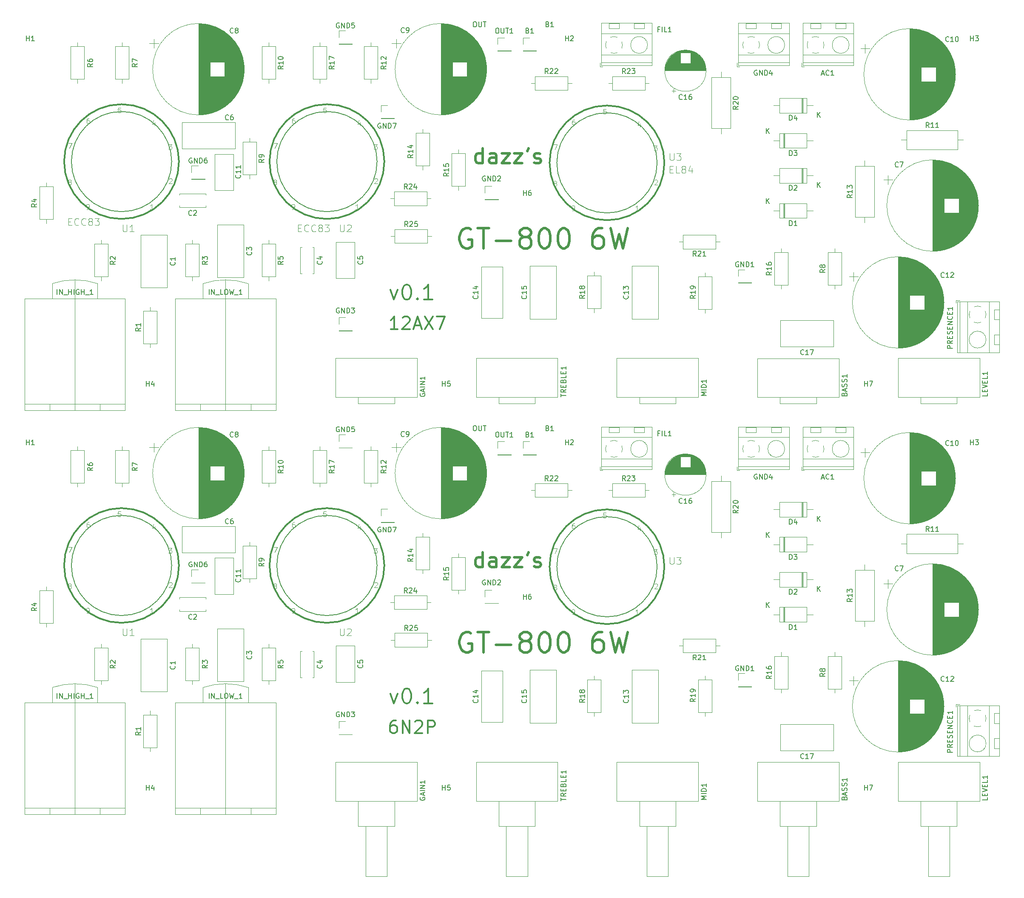
<source format=gto>
%MOIN*%
%OFA0B0*%
%FSLAX46Y46*%
%IPPOS*%
%LPD*%
%ADD10C,0.011811023622047244*%
%ADD11C,0.005905511811023622*%
%ADD12C,0.01968503937007874*%
%ADD13C,0.0047244094488188976*%
%ADD14C,0.012000000000000002*%
%ADD15C,0.005*%
%ADD16C,0.0019685039370078744*%
%ADD27C,0.011811023622047244*%
%ADD28C,0.005905511811023622*%
%ADD29C,0.01968503937007874*%
%ADD30C,0.0047244094488188976*%
%ADD31C,0.012000000000000002*%
%ADD32C,0.005*%
%ADD33C,0.0019685039370078744*%
%LPD*%
D10*
X0003024456Y0000686064D02*
X0003005708Y0000686064D01*
X0002996334Y0000681377D01*
X0002991647Y0000676691D01*
X0002982274Y0000662630D01*
X0002977587Y0000643882D01*
X0002977587Y0000606387D01*
X0002982274Y0000597013D01*
X0002986960Y0000592326D01*
X0002996334Y0000587639D01*
X0003015082Y0000587639D01*
X0003024456Y0000592326D01*
X0003029143Y0000597013D01*
X0003033830Y0000606387D01*
X0003033830Y0000629821D01*
X0003029143Y0000639195D01*
X0003024456Y0000643882D01*
X0003015082Y0000648569D01*
X0002996334Y0000648569D01*
X0002986960Y0000643882D01*
X0002982274Y0000639195D01*
X0002977587Y0000629821D01*
X0003076012Y0000587639D02*
X0003076012Y0000686064D01*
X0003132255Y0000587639D01*
X0003132255Y0000686064D01*
X0003174437Y0000676691D02*
X0003179124Y0000681377D01*
X0003188498Y0000686064D01*
X0003211932Y0000686064D01*
X0003221306Y0000681377D01*
X0003225993Y0000676691D01*
X0003230680Y0000667317D01*
X0003230680Y0000657943D01*
X0003225993Y0000643882D01*
X0003169750Y0000587639D01*
X0003230680Y0000587639D01*
X0003272862Y0000587639D02*
X0003272862Y0000686064D01*
X0003310358Y0000686064D01*
X0003319731Y0000681377D01*
X0003324418Y0000676691D01*
X0003329105Y0000667317D01*
X0003329105Y0000653256D01*
X0003324418Y0000643882D01*
X0003319731Y0000639195D01*
X0003310358Y0000634508D01*
X0003272862Y0000634508D01*
D11*
X0004212410Y0002979977D02*
X0004218035Y0002978102D01*
X0004219909Y0002976227D01*
X0004221784Y0002972478D01*
X0004221784Y0002966854D01*
X0004219909Y0002963104D01*
X0004218035Y0002961229D01*
X0004214285Y0002959355D01*
X0004199287Y0002959355D01*
X0004199287Y0002998725D01*
X0004212410Y0002998725D01*
X0004216160Y0002996850D01*
X0004218035Y0002994975D01*
X0004219909Y0002991226D01*
X0004219909Y0002987476D01*
X0004218035Y0002983727D01*
X0004216160Y0002981852D01*
X0004212410Y0002979977D01*
X0004199287Y0002979977D01*
X0004259280Y0002959355D02*
X0004236782Y0002959355D01*
X0004248031Y0002959355D02*
X0004248031Y0002998725D01*
X0004244281Y0002993100D01*
X0004240532Y0002989351D01*
X0004236782Y0002987476D01*
X0003638976Y0002998725D02*
X0003646475Y0002998725D01*
X0003650224Y0002996850D01*
X0003653974Y0002993100D01*
X0003655849Y0002985601D01*
X0003655849Y0002972478D01*
X0003653974Y0002964979D01*
X0003650224Y0002961229D01*
X0003646475Y0002959355D01*
X0003638976Y0002959355D01*
X0003635226Y0002961229D01*
X0003631477Y0002964979D01*
X0003629602Y0002972478D01*
X0003629602Y0002985601D01*
X0003631477Y0002993100D01*
X0003635226Y0002996850D01*
X0003638976Y0002998725D01*
X0003672722Y0002998725D02*
X0003672722Y0002966854D01*
X0003674596Y0002963104D01*
X0003676471Y0002961229D01*
X0003680221Y0002959355D01*
X0003687720Y0002959355D01*
X0003691469Y0002961229D01*
X0003693344Y0002963104D01*
X0003695219Y0002966854D01*
X0003695219Y0002998725D01*
X0003708342Y0002998725D02*
X0003730839Y0002998725D01*
X0003719591Y0002959355D02*
X0003719591Y0002998725D01*
D12*
X0003703683Y0001888734D02*
X0003703683Y0002006844D01*
X0003703683Y0001894358D02*
X0003692435Y0001888734D01*
X0003669938Y0001888734D01*
X0003658689Y0001894358D01*
X0003653065Y0001899983D01*
X0003647440Y0001911231D01*
X0003647440Y0001944977D01*
X0003653065Y0001956226D01*
X0003658689Y0001961850D01*
X0003669938Y0001967474D01*
X0003692435Y0001967474D01*
X0003703683Y0001961850D01*
X0003810545Y0001888734D02*
X0003810545Y0001950601D01*
X0003804921Y0001961850D01*
X0003793672Y0001967474D01*
X0003771175Y0001967474D01*
X0003759926Y0001961850D01*
X0003810545Y0001894358D02*
X0003799296Y0001888734D01*
X0003771175Y0001888734D01*
X0003759926Y0001894358D01*
X0003754302Y0001905607D01*
X0003754302Y0001916856D01*
X0003759926Y0001928104D01*
X0003771175Y0001933728D01*
X0003799296Y0001933728D01*
X0003810545Y0001939353D01*
X0003855539Y0001967474D02*
X0003917407Y0001967474D01*
X0003855539Y0001888734D01*
X0003917407Y0001888734D01*
X0003951152Y0001967474D02*
X0004013020Y0001967474D01*
X0003951152Y0001888734D01*
X0004013020Y0001888734D01*
X0004063638Y0002006844D02*
X0004052390Y0001984347D01*
X0004108633Y0001894358D02*
X0004119881Y0001888734D01*
X0004142379Y0001888734D01*
X0004153627Y0001894358D01*
X0004159251Y0001905607D01*
X0004159251Y0001911231D01*
X0004153627Y0001922480D01*
X0004142379Y0001928104D01*
X0004125506Y0001928104D01*
X0004114257Y0001933728D01*
X0004108633Y0001944977D01*
X0004108633Y0001950601D01*
X0004114257Y0001961850D01*
X0004125506Y0001967474D01*
X0004142379Y0001967474D01*
X0004153627Y0001961850D01*
D10*
X0002979617Y0000897474D02*
X0003007739Y0000818734D01*
X0003035860Y0000897474D01*
X0003103352Y0000936844D02*
X0003114600Y0000936844D01*
X0003125849Y0000931220D01*
X0003131473Y0000925596D01*
X0003137097Y0000914347D01*
X0003142722Y0000891850D01*
X0003142722Y0000863728D01*
X0003137097Y0000841231D01*
X0003131473Y0000829983D01*
X0003125849Y0000824358D01*
X0003114600Y0000818734D01*
X0003103352Y0000818734D01*
X0003092103Y0000824358D01*
X0003086479Y0000829983D01*
X0003080854Y0000841231D01*
X0003075230Y0000863728D01*
X0003075230Y0000891850D01*
X0003080854Y0000914347D01*
X0003086479Y0000925596D01*
X0003092103Y0000931220D01*
X0003103352Y0000936844D01*
X0003193340Y0000829983D02*
X0003198965Y0000824358D01*
X0003193340Y0000818734D01*
X0003187716Y0000824358D01*
X0003193340Y0000829983D01*
X0003193340Y0000818734D01*
X0003311451Y0000818734D02*
X0003243959Y0000818734D01*
X0003277705Y0000818734D02*
X0003277705Y0000936844D01*
X0003266456Y0000919971D01*
X0003255208Y0000908723D01*
X0003243959Y0000903099D01*
D12*
X0003612167Y0001370905D02*
X0003597169Y0001378404D01*
X0003574671Y0001378404D01*
X0003552174Y0001370905D01*
X0003537176Y0001355907D01*
X0003529677Y0001340909D01*
X0003522178Y0001310912D01*
X0003522178Y0001288415D01*
X0003529677Y0001258419D01*
X0003537176Y0001243421D01*
X0003552174Y0001228423D01*
X0003574671Y0001220924D01*
X0003589670Y0001220924D01*
X0003612167Y0001228423D01*
X0003619666Y0001235922D01*
X0003619666Y0001288415D01*
X0003589670Y0001288415D01*
X0003664660Y0001378404D02*
X0003754649Y0001378404D01*
X0003709655Y0001220924D02*
X0003709655Y0001378404D01*
X0003807142Y0001280916D02*
X0003927127Y0001280916D01*
X0004024615Y0001310912D02*
X0004009617Y0001318412D01*
X0004002118Y0001325911D01*
X0003994619Y0001340909D01*
X0003994619Y0001348408D01*
X0004002118Y0001363406D01*
X0004009617Y0001370905D01*
X0004024615Y0001378404D01*
X0004054611Y0001378404D01*
X0004069610Y0001370905D01*
X0004077109Y0001363406D01*
X0004084608Y0001348408D01*
X0004084608Y0001340909D01*
X0004077109Y0001325911D01*
X0004069610Y0001318412D01*
X0004054611Y0001310912D01*
X0004024615Y0001310912D01*
X0004009617Y0001303413D01*
X0004002118Y0001295914D01*
X0003994619Y0001280916D01*
X0003994619Y0001250920D01*
X0004002118Y0001235922D01*
X0004009617Y0001228423D01*
X0004024615Y0001220924D01*
X0004054611Y0001220924D01*
X0004069610Y0001228423D01*
X0004077109Y0001235922D01*
X0004084608Y0001250920D01*
X0004084608Y0001280916D01*
X0004077109Y0001295914D01*
X0004069610Y0001303413D01*
X0004054611Y0001310912D01*
X0004182095Y0001378404D02*
X0004197094Y0001378404D01*
X0004212092Y0001370905D01*
X0004219591Y0001363406D01*
X0004227090Y0001348408D01*
X0004234589Y0001318412D01*
X0004234589Y0001280916D01*
X0004227090Y0001250920D01*
X0004219591Y0001235922D01*
X0004212092Y0001228423D01*
X0004197094Y0001220924D01*
X0004182095Y0001220924D01*
X0004167097Y0001228423D01*
X0004159598Y0001235922D01*
X0004152099Y0001250920D01*
X0004144600Y0001280916D01*
X0004144600Y0001318412D01*
X0004152099Y0001348408D01*
X0004159598Y0001363406D01*
X0004167097Y0001370905D01*
X0004182095Y0001378404D01*
X0004332077Y0001378404D02*
X0004347075Y0001378404D01*
X0004362073Y0001370905D01*
X0004369572Y0001363406D01*
X0004377071Y0001348408D01*
X0004384570Y0001318412D01*
X0004384570Y0001280916D01*
X0004377071Y0001250920D01*
X0004369572Y0001235922D01*
X0004362073Y0001228423D01*
X0004347075Y0001220924D01*
X0004332077Y0001220924D01*
X0004317079Y0001228423D01*
X0004309580Y0001235922D01*
X0004302080Y0001250920D01*
X0004294581Y0001280916D01*
X0004294581Y0001318412D01*
X0004302080Y0001348408D01*
X0004309580Y0001363406D01*
X0004317079Y0001370905D01*
X0004332077Y0001378404D01*
X0004639538Y0001378404D02*
X0004609542Y0001378404D01*
X0004594544Y0001370905D01*
X0004587045Y0001363406D01*
X0004572047Y0001340909D01*
X0004564548Y0001310912D01*
X0004564548Y0001250920D01*
X0004572047Y0001235922D01*
X0004579546Y0001228423D01*
X0004594544Y0001220924D01*
X0004624540Y0001220924D01*
X0004639538Y0001228423D01*
X0004647037Y0001235922D01*
X0004654536Y0001250920D01*
X0004654536Y0001288415D01*
X0004647037Y0001303413D01*
X0004639538Y0001310912D01*
X0004624540Y0001318412D01*
X0004594544Y0001318412D01*
X0004579546Y0001310912D01*
X0004572047Y0001303413D01*
X0004564548Y0001288415D01*
X0004707030Y0001378404D02*
X0004744525Y0001220924D01*
X0004774521Y0001333410D01*
X0004804518Y0001220924D01*
X0004842013Y0001378404D01*
D13*
X0000114173Y0000826771D02*
X0000901574Y0000826771D01*
X0000901574Y0000826771D02*
X0000901574Y0000000000D01*
X0000901574Y0000000000D02*
X0000114173Y0000000000D01*
X0000114173Y0000000000D02*
X0000114173Y0000826771D01*
X0000114173Y0000000000D02*
X0000114173Y-0000051181D01*
X0000114173Y-0000051181D02*
X0000901574Y-0000051181D01*
X0000901574Y-0000051181D02*
X0000901574Y0000000000D01*
X0000311023Y0000000000D02*
X0000311023Y-0000051181D01*
X0000704724Y-0000051181D02*
X0000704724Y0000000000D01*
X0000507873Y0000043307D02*
X0000507873Y-0000051181D01*
X0000507873Y0000043307D02*
X0000507873Y0000972440D01*
X0000685039Y0000826771D02*
X0000685039Y0000944881D01*
X0000330708Y0000826771D02*
X0000330708Y0000944881D01*
X0000330708Y0000944881D02*
G75*
G02X0000685039Y0000944881I0000177165J-0000527558D01*
G01*
X0001295275Y0000826771D02*
X0002082677Y0000826771D01*
X0002082677Y0000826771D02*
X0002082677Y0000000000D01*
X0002082677Y0000000000D02*
X0001295275Y0000000000D01*
X0001295275Y0000000000D02*
X0001295275Y0000826771D01*
X0001295275Y0000000000D02*
X0001295275Y-0000051181D01*
X0001295275Y-0000051181D02*
X0002082677Y-0000051181D01*
X0002082677Y-0000051181D02*
X0002082677Y0000000000D01*
X0001492125Y0000000000D02*
X0001492125Y-0000051181D01*
X0001885826Y-0000051181D02*
X0001885826Y0000000000D01*
X0001688976Y0000043307D02*
X0001688976Y-0000051181D01*
X0001688976Y0000043307D02*
X0001688976Y0000972440D01*
X0001866141Y0000826771D02*
X0001866141Y0000944881D01*
X0001511811Y0000826771D02*
X0001511811Y0000944881D01*
X0001511811Y0000944881D02*
G75*
G02X0001866141Y0000944881I0000177165J-0000527558D01*
G01*
X0005186456Y0002457728D02*
X0005217952Y0002457728D01*
X0005202204Y0002441980D02*
X0005202204Y0002473476D01*
X0005272362Y0002776259D02*
X0005314330Y0002776259D01*
X0005263110Y0002774685D02*
X0005323582Y0002774685D01*
X0005256023Y0002773110D02*
X0005330669Y0002773110D01*
X0005250118Y0002771535D02*
X0005336574Y0002771535D01*
X0005244960Y0002769960D02*
X0005341732Y0002769960D01*
X0005240354Y0002768385D02*
X0005346338Y0002768385D01*
X0005236141Y0002766811D02*
X0005350551Y0002766811D01*
X0005232244Y0002765236D02*
X0005354448Y0002765236D01*
X0005228582Y0002763661D02*
X0005358110Y0002763661D01*
X0005225196Y0002762086D02*
X0005361496Y0002762086D01*
X0005221968Y0002760511D02*
X0005364724Y0002760511D01*
X0005218937Y0002758937D02*
X0005367755Y0002758937D01*
X0005216023Y0002757362D02*
X0005370669Y0002757362D01*
X0005213267Y0002755787D02*
X0005373425Y0002755787D01*
X0005334291Y0002754212D02*
X0005376102Y0002754212D01*
X0005210590Y0002754212D02*
X0005252401Y0002754212D01*
X0005334291Y0002752637D02*
X0005378622Y0002752637D01*
X0005208070Y0002752637D02*
X0005252401Y0002752637D01*
X0005334291Y0002751062D02*
X0005381062Y0002751062D01*
X0005205629Y0002751062D02*
X0005252401Y0002751062D01*
X0005334291Y0002749488D02*
X0005383385Y0002749488D01*
X0005203307Y0002749488D02*
X0005252401Y0002749488D01*
X0005334291Y0002747913D02*
X0005385669Y0002747913D01*
X0005201023Y0002747913D02*
X0005252401Y0002747913D01*
X0005334291Y0002746338D02*
X0005387834Y0002746338D01*
X0005198858Y0002746338D02*
X0005252401Y0002746338D01*
X0005334291Y0002744763D02*
X0005389960Y0002744763D01*
X0005196732Y0002744763D02*
X0005252401Y0002744763D01*
X0005334291Y0002743188D02*
X0005391968Y0002743188D01*
X0005194724Y0002743188D02*
X0005252401Y0002743188D01*
X0005334291Y0002741614D02*
X0005393976Y0002741614D01*
X0005192716Y0002741614D02*
X0005252401Y0002741614D01*
X0005334291Y0002740039D02*
X0005395866Y0002740039D01*
X0005190826Y0002740039D02*
X0005252401Y0002740039D01*
X0005334291Y0002738464D02*
X0005397716Y0002738464D01*
X0005188976Y0002738464D02*
X0005252401Y0002738464D01*
X0005334291Y0002736889D02*
X0005399527Y0002736889D01*
X0005187165Y0002736889D02*
X0005252401Y0002736889D01*
X0005334291Y0002735314D02*
X0005401259Y0002735314D01*
X0005185433Y0002735314D02*
X0005252401Y0002735314D01*
X0005334291Y0002733740D02*
X0005402952Y0002733740D01*
X0005183740Y0002733740D02*
X0005252401Y0002733740D01*
X0005334291Y0002732165D02*
X0005404606Y0002732165D01*
X0005182086Y0002732165D02*
X0005252401Y0002732165D01*
X0005334291Y0002730590D02*
X0005406220Y0002730590D01*
X0005180472Y0002730590D02*
X0005252401Y0002730590D01*
X0005334291Y0002729015D02*
X0005407795Y0002729015D01*
X0005178897Y0002729015D02*
X0005252401Y0002729015D01*
X0005334291Y0002727440D02*
X0005409291Y0002727440D01*
X0005177401Y0002727440D02*
X0005252401Y0002727440D01*
X0005334291Y0002725866D02*
X0005410787Y0002725866D01*
X0005175905Y0002725866D02*
X0005252401Y0002725866D01*
X0005334291Y0002724291D02*
X0005412204Y0002724291D01*
X0005174488Y0002724291D02*
X0005252401Y0002724291D01*
X0005334291Y0002722716D02*
X0005413622Y0002722716D01*
X0005173070Y0002722716D02*
X0005252401Y0002722716D01*
X0005334291Y0002721141D02*
X0005415000Y0002721141D01*
X0005171692Y0002721141D02*
X0005252401Y0002721141D01*
X0005334291Y0002719566D02*
X0005416338Y0002719566D01*
X0005170354Y0002719566D02*
X0005252401Y0002719566D01*
X0005334291Y0002717992D02*
X0005417598Y0002717992D01*
X0005169094Y0002717992D02*
X0005252401Y0002717992D01*
X0005334291Y0002716417D02*
X0005418897Y0002716417D01*
X0005167795Y0002716417D02*
X0005252401Y0002716417D01*
X0005334291Y0002714842D02*
X0005420118Y0002714842D01*
X0005166574Y0002714842D02*
X0005252401Y0002714842D01*
X0005334291Y0002713267D02*
X0005421299Y0002713267D01*
X0005165393Y0002713267D02*
X0005252401Y0002713267D01*
X0005334291Y0002711692D02*
X0005422480Y0002711692D01*
X0005164212Y0002711692D02*
X0005252401Y0002711692D01*
X0005334291Y0002710118D02*
X0005423622Y0002710118D01*
X0005163070Y0002710118D02*
X0005252401Y0002710118D01*
X0005334291Y0002708543D02*
X0005424763Y0002708543D01*
X0005161929Y0002708543D02*
X0005252401Y0002708543D01*
X0005334291Y0002706968D02*
X0005425826Y0002706968D01*
X0005160866Y0002706968D02*
X0005252401Y0002706968D01*
X0005334291Y0002705393D02*
X0005426889Y0002705393D01*
X0005159803Y0002705393D02*
X0005252401Y0002705393D01*
X0005334291Y0002703818D02*
X0005427913Y0002703818D01*
X0005158779Y0002703818D02*
X0005252401Y0002703818D01*
X0005334291Y0002702244D02*
X0005428937Y0002702244D01*
X0005157755Y0002702244D02*
X0005252401Y0002702244D01*
X0005334291Y0002700669D02*
X0005429921Y0002700669D01*
X0005156771Y0002700669D02*
X0005252401Y0002700669D01*
X0005334291Y0002699094D02*
X0005430866Y0002699094D01*
X0005155826Y0002699094D02*
X0005252401Y0002699094D01*
X0005334291Y0002697519D02*
X0005431811Y0002697519D01*
X0005154881Y0002697519D02*
X0005252401Y0002697519D01*
X0005334291Y0002695944D02*
X0005432716Y0002695944D01*
X0005153976Y0002695944D02*
X0005252401Y0002695944D01*
X0005334291Y0002694370D02*
X0005433582Y0002694370D01*
X0005153110Y0002694370D02*
X0005252401Y0002694370D01*
X0005334291Y0002692795D02*
X0005434448Y0002692795D01*
X0005152244Y0002692795D02*
X0005252401Y0002692795D01*
X0005334291Y0002691220D02*
X0005435314Y0002691220D01*
X0005151377Y0002691220D02*
X0005252401Y0002691220D01*
X0005334291Y0002689645D02*
X0005436141Y0002689645D01*
X0005150551Y0002689645D02*
X0005252401Y0002689645D01*
X0005334291Y0002688070D02*
X0005436929Y0002688070D01*
X0005149763Y0002688070D02*
X0005252401Y0002688070D01*
X0005334291Y0002686496D02*
X0005437677Y0002686496D01*
X0005149015Y0002686496D02*
X0005252401Y0002686496D01*
X0005334291Y0002684921D02*
X0005438464Y0002684921D01*
X0005148228Y0002684921D02*
X0005252401Y0002684921D01*
X0005334291Y0002683346D02*
X0005439173Y0002683346D01*
X0005147519Y0002683346D02*
X0005252401Y0002683346D01*
X0005334291Y0002681771D02*
X0005439881Y0002681771D01*
X0005146811Y0002681771D02*
X0005252401Y0002681771D01*
X0005334291Y0002680196D02*
X0005440590Y0002680196D01*
X0005146102Y0002680196D02*
X0005252401Y0002680196D01*
X0005334291Y0002678622D02*
X0005441259Y0002678622D01*
X0005145433Y0002678622D02*
X0005252401Y0002678622D01*
X0005334291Y0002677047D02*
X0005441929Y0002677047D01*
X0005144763Y0002677047D02*
X0005252401Y0002677047D01*
X0005334291Y0002675472D02*
X0005442559Y0002675472D01*
X0005144133Y0002675472D02*
X0005252401Y0002675472D01*
X0005334291Y0002673897D02*
X0005443149Y0002673897D01*
X0005143543Y0002673897D02*
X0005252401Y0002673897D01*
X0005142913Y0002672322D02*
X0005443779Y0002672322D01*
X0005142362Y0002670748D02*
X0005444330Y0002670748D01*
X0005141771Y0002669173D02*
X0005444921Y0002669173D01*
X0005141259Y0002667598D02*
X0005445433Y0002667598D01*
X0005140708Y0002666023D02*
X0005445984Y0002666023D01*
X0005140236Y0002664448D02*
X0005446456Y0002664448D01*
X0005139724Y0002662874D02*
X0005446968Y0002662874D01*
X0005139251Y0002661299D02*
X0005447440Y0002661299D01*
X0005138818Y0002659724D02*
X0005447874Y0002659724D01*
X0005138385Y0002658149D02*
X0005448307Y0002658149D01*
X0005137952Y0002656574D02*
X0005448740Y0002656574D01*
X0005137559Y0002655000D02*
X0005449133Y0002655000D01*
X0005137165Y0002653425D02*
X0005449527Y0002653425D01*
X0005136811Y0002651850D02*
X0005449881Y0002651850D01*
X0005136456Y0002650275D02*
X0005450236Y0002650275D01*
X0005136102Y0002648700D02*
X0005450590Y0002648700D01*
X0005135787Y0002647125D02*
X0005450905Y0002647125D01*
X0005135472Y0002645551D02*
X0005451220Y0002645551D01*
X0005135196Y0002643976D02*
X0005451496Y0002643976D01*
X0005134921Y0002642362D02*
X0005451771Y0002642362D01*
X0005134685Y0002640787D02*
X0005452007Y0002640787D01*
X0005134409Y0002639212D02*
X0005452283Y0002639212D01*
X0005134212Y0002637637D02*
X0005452480Y0002637637D01*
X0005133976Y0002636062D02*
X0005452716Y0002636062D01*
X0005133818Y0002634488D02*
X0005452874Y0002634488D01*
X0005133622Y0002632913D02*
X0005453070Y0002632913D01*
X0005133464Y0002631338D02*
X0005453228Y0002631338D01*
X0005133307Y0002629763D02*
X0005453385Y0002629763D01*
X0005133188Y0002628188D02*
X0005453503Y0002628188D01*
X0005133070Y0002626614D02*
X0005453622Y0002626614D01*
X0005132952Y0002625039D02*
X0005453740Y0002625039D01*
X0005132874Y0002623464D02*
X0005453818Y0002623464D01*
X0005132834Y0002621889D02*
X0005453858Y0002621889D01*
X0005132755Y0002620314D02*
X0005453937Y0002620314D01*
X0005132716Y0002618740D02*
X0005453976Y0002618740D01*
X0005132716Y0002617165D02*
X0005453976Y0002617165D01*
X0005132716Y0002615590D02*
X0005453976Y0002615590D01*
X0005455551Y0002615590D02*
G75*
G03X0005455551Y0002615590I-0000162204D01*
G01*
X0001751968Y0001676220D02*
X0001604724Y0001676220D01*
X0001751968Y0001961259D02*
X0001604724Y0001961259D01*
X0001604724Y0001961259D02*
X0001604724Y0001676220D01*
X0001751968Y0001961259D02*
X0001751968Y0001676220D01*
X0002701968Y0000986220D02*
X0002554724Y0000986220D01*
X0002701968Y0001271259D02*
X0002554724Y0001271259D01*
X0002554724Y0001271259D02*
X0002554724Y0000986220D01*
X0002701968Y0001271259D02*
X0002701968Y0000986220D01*
X0004075196Y0001082283D02*
X0004281496Y0001082283D01*
X0004075196Y0000667322D02*
X0004281496Y0000667322D01*
X0004281496Y0000667322D02*
X0004281496Y0001082283D01*
X0004075196Y0000667322D02*
X0004075196Y0001082283D01*
X0005081496Y0000667047D02*
X0004875196Y0000667047D01*
X0005081496Y0001082007D02*
X0004875196Y0001082007D01*
X0004875196Y0001082007D02*
X0004875196Y0000667047D01*
X0005081496Y0001082007D02*
X0005081496Y0000667047D01*
X0001348228Y0002004015D02*
X0001348228Y0002210314D01*
X0001763188Y0002004015D02*
X0001763188Y0002210314D01*
X0001763188Y0002210314D02*
X0001348228Y0002210314D01*
X0001763188Y0002004015D02*
X0001348228Y0002004015D01*
X0001831496Y0000992047D02*
X0001625196Y0000992047D01*
X0001831496Y0001407007D02*
X0001625196Y0001407007D01*
X0001625196Y0001407007D02*
X0001625196Y0000992047D01*
X0001831496Y0001407007D02*
X0001831496Y0000992047D01*
X0001231496Y0000912047D02*
X0001025196Y0000912047D01*
X0001231496Y0001327007D02*
X0001025196Y0001327007D01*
X0001025196Y0001327007D02*
X0001025196Y0000912047D01*
X0001231496Y0001327007D02*
X0001231496Y0000912047D01*
X0003694881Y0001076377D02*
X0003861811Y0001076377D01*
X0003694881Y0000673228D02*
X0003861811Y0000673228D01*
X0003861811Y0000673228D02*
X0003861811Y0001076377D01*
X0003694881Y0000673228D02*
X0003694881Y0001076377D01*
X0005573346Y0002118858D02*
X0005573346Y0002162559D01*
X0005573346Y0002605472D02*
X0005573346Y0002561771D01*
X0005648937Y0002162559D02*
X0005648937Y0002561771D01*
X0005497755Y0002162559D02*
X0005648937Y0002162559D01*
X0005497755Y0002561771D02*
X0005497755Y0002162559D01*
X0005648937Y0002561771D02*
X0005497755Y0002561771D01*
D14*
X0001323346Y0001902165D02*
G75*
G03X0001323346Y0001902165I-0000450000D01*
G01*
D15*
X0001266347Y0001902165D02*
G75*
G03X0001266347Y0001902165I-0000393001D01*
G01*
D13*
X0005698110Y0002647874D02*
X0005717795Y0002647874D01*
X0005698110Y0002677007D02*
X0005698110Y0002647874D01*
X0006044566Y0002986456D02*
X0006044566Y0002947086D01*
X0005965826Y0002986456D02*
X0005965826Y0002947086D01*
X0005965826Y0002947086D02*
X0006044566Y0002947086D01*
X0005965826Y0002986456D02*
X0006044566Y0002986456D01*
X0005956889Y0002776889D02*
X0005955039Y0002775078D01*
X0006047322Y0002867362D02*
X0006045944Y0002865944D01*
X0005964488Y0002768385D02*
X0005963110Y0002767007D01*
X0006055393Y0002859251D02*
X0006053543Y0002857440D01*
X0005847716Y0002986456D02*
X0005847716Y0002947086D01*
X0005768976Y0002986456D02*
X0005768976Y0002947086D01*
X0005768976Y0002947086D02*
X0005847716Y0002947086D01*
X0005768976Y0002986456D02*
X0005847716Y0002986456D01*
X0006105984Y0002988818D02*
X0006105984Y0002657322D01*
X0005707559Y0002988818D02*
X0005707559Y0002657322D01*
X0005707559Y0002657322D02*
X0006105984Y0002657322D01*
X0005707559Y0002988818D02*
X0006105984Y0002988818D01*
X0005707559Y0002907755D02*
X0006105984Y0002907755D01*
X0005707559Y0002738425D02*
X0006105984Y0002738425D01*
X0005707559Y0002679370D02*
X0006105984Y0002679370D01*
X0006071338Y0002817165D02*
G75*
G03X0006071338Y0002817165I-0000066141D01*
G01*
X0005809480Y0002751013D02*
G75*
G02X0005781417Y0002756732I-0000001134J0000066151D01*
G01*
X0005747896Y0002790273D02*
G75*
G02X0005747913Y0002844094I0000060449J0000026891D01*
G01*
X0005781455Y0002877615D02*
G75*
G02X0005835275Y0002877598I0000026891J-0000060449D01*
G01*
X0005868796Y0002844056D02*
G75*
G02X0005868779Y0002790236I-0000060449J-0000026891D01*
G01*
X0005835248Y0002756741D02*
G75*
G02X0005808346Y0002751023I-0000026902J0000060423D01*
G01*
X0006612187Y0001033976D02*
X0006612187Y0000963110D01*
X0006576754Y0000998543D02*
X0006647620Y0000998543D01*
X0007320039Y0000798740D02*
X0007320039Y0000795590D01*
X0007318464Y0000829212D02*
X0007318464Y0000765118D01*
X0007316889Y0000843070D02*
X0007316889Y0000751259D01*
X0007315314Y0000853661D02*
X0007315314Y0000740669D01*
X0007313740Y0000862559D02*
X0007313740Y0000731771D01*
X0007312165Y0000870393D02*
X0007312165Y0000723937D01*
X0007310590Y0000877440D02*
X0007310590Y0000716889D01*
X0007309015Y0000883897D02*
X0007309015Y0000710433D01*
X0007307440Y0000889881D02*
X0007307440Y0000704448D01*
X0007305866Y0000895511D02*
X0007305866Y0000698818D01*
X0007304291Y0000900787D02*
X0007304291Y0000693543D01*
X0007302716Y0000905787D02*
X0007302716Y0000688543D01*
X0007301141Y0000910551D02*
X0007301141Y0000683779D01*
X0007299566Y0000915118D02*
X0007299566Y0000679212D01*
X0007297992Y0000919488D02*
X0007297992Y0000674842D01*
X0007296417Y0000923700D02*
X0007296417Y0000670629D01*
X0007294842Y0000927755D02*
X0007294842Y0000666574D01*
X0007293267Y0000931653D02*
X0007293267Y0000662677D01*
X0007291692Y0000935433D02*
X0007291692Y0000658897D01*
X0007290118Y0000939094D02*
X0007290118Y0000655236D01*
X0007288543Y0000942677D02*
X0007288543Y0000651653D01*
X0007286968Y0000946141D02*
X0007286968Y0000648188D01*
X0007285393Y0000949488D02*
X0007285393Y0000644842D01*
X0007283818Y0000952755D02*
X0007283818Y0000641574D01*
X0007282283Y0000955944D02*
X0007282283Y0000638385D01*
X0007280708Y0000959094D02*
X0007280708Y0000635236D01*
X0007279133Y0000962125D02*
X0007279133Y0000632204D01*
X0007277559Y0000965078D02*
X0007277559Y0000629251D01*
X0007275984Y0000967992D02*
X0007275984Y0000626338D01*
X0007274409Y0000970866D02*
X0007274409Y0000623464D01*
X0007272834Y0000973622D02*
X0007272834Y0000620708D01*
X0007271259Y0000976377D02*
X0007271259Y0000617952D01*
X0007269685Y0000979055D02*
X0007269685Y0000615275D01*
X0007268110Y0000981653D02*
X0007268110Y0000612677D01*
X0007266535Y0000984251D02*
X0007266535Y0000610078D01*
X0007264960Y0000986771D02*
X0007264960Y0000607559D01*
X0007263385Y0000989251D02*
X0007263385Y0000605078D01*
X0007261811Y0000991692D02*
X0007261811Y0000602637D01*
X0007260236Y0000994094D02*
X0007260236Y0000600236D01*
X0007258661Y0000996456D02*
X0007258661Y0000597874D01*
X0007257086Y0000998740D02*
X0007257086Y0000595590D01*
X0007255511Y0001001023D02*
X0007255511Y0000593307D01*
X0007253937Y0001003267D02*
X0007253937Y0000591062D01*
X0007252362Y0001005472D02*
X0007252362Y0000588858D01*
X0007250787Y0001007637D02*
X0007250787Y0000586692D01*
X0007249212Y0001009763D02*
X0007249212Y0000584566D01*
X0007247637Y0001011889D02*
X0007247637Y0000582440D01*
X0007246062Y0001013937D02*
X0007246062Y0000580393D01*
X0007244488Y0001015984D02*
X0007244488Y0000578346D01*
X0007242913Y0001017992D02*
X0007242913Y0000576338D01*
X0007241338Y0001020000D02*
X0007241338Y0000574330D01*
X0007239763Y0001021929D02*
X0007239763Y0000572401D01*
X0007238188Y0001023858D02*
X0007238188Y0000570472D01*
X0007236614Y0001025748D02*
X0007236614Y0000568582D01*
X0007235039Y0001027637D02*
X0007235039Y0000566692D01*
X0007233464Y0001029488D02*
X0007233464Y0000564842D01*
X0007231889Y0001031299D02*
X0007231889Y0000563031D01*
X0007230314Y0001033110D02*
X0007230314Y0000561220D01*
X0007228740Y0001034881D02*
X0007228740Y0000559448D01*
X0007227165Y0001036614D02*
X0007227165Y0000557716D01*
X0007225590Y0001038346D02*
X0007225590Y0000555984D01*
X0007224015Y0001040078D02*
X0007224015Y0000554251D01*
X0007222440Y0001041732D02*
X0007222440Y0000552598D01*
X0007220866Y0001043385D02*
X0007220866Y0000550944D01*
X0007219291Y0001045039D02*
X0007219291Y0000549291D01*
X0007217716Y0001046653D02*
X0007217716Y0000547677D01*
X0007216141Y0001048267D02*
X0007216141Y0000546062D01*
X0007214566Y0001049842D02*
X0007214566Y0000544488D01*
X0007212992Y0001051417D02*
X0007212992Y0000542913D01*
X0007211417Y0001052952D02*
X0007211417Y0000541377D01*
X0007209842Y0001054488D02*
X0007209842Y0000539842D01*
X0007208267Y0001055984D02*
X0007208267Y0000538346D01*
X0007206692Y0001057480D02*
X0007206692Y0000536850D01*
X0007205118Y0001058937D02*
X0007205118Y0000535393D01*
X0007203543Y0001060393D02*
X0007203543Y0000533936D01*
X0007201968Y0001061811D02*
X0007201968Y0000532519D01*
X0007200393Y0001063228D02*
X0007200393Y0000531102D01*
X0007198818Y0001064645D02*
X0007198818Y0000529685D01*
X0007197244Y0001066023D02*
X0007197244Y0000528307D01*
X0007195669Y0001067401D02*
X0007195669Y0000526929D01*
X0007194094Y0001068740D02*
X0007194094Y0000525590D01*
X0007192519Y0001070078D02*
X0007192519Y0000524251D01*
X0007190944Y0001071377D02*
X0007190944Y0000522952D01*
X0007189370Y0001072716D02*
X0007189370Y0000521614D01*
X0007187795Y0001073976D02*
X0007187795Y0000520354D01*
X0007186220Y0001075275D02*
X0007186220Y0000519055D01*
X0007184645Y0001076535D02*
X0007184645Y0000517795D01*
X0007183070Y0001077755D02*
X0007183070Y0000516574D01*
X0007181496Y0001079015D02*
X0007181496Y0000515314D01*
X0007179921Y0001080236D02*
X0007179921Y0000514094D01*
X0007178346Y0001081417D02*
X0007178346Y0000512913D01*
X0007176771Y0001082598D02*
X0007176771Y0000511732D01*
X0007175196Y0001083779D02*
X0007175196Y0000510551D01*
X0007173622Y0001084960D02*
X0007173622Y0000509370D01*
X0007172047Y0001086102D02*
X0007172047Y0000508228D01*
X0007170472Y0001087244D02*
X0007170472Y0000507086D01*
X0007168897Y0001088385D02*
X0007168897Y0000505944D01*
X0007167322Y0001089488D02*
X0007167322Y0000504842D01*
X0007165748Y0001090590D02*
X0007165748Y0000503740D01*
X0007164173Y0000740472D02*
X0007164173Y0000502677D01*
X0007164173Y0001091653D02*
X0007164173Y0000853858D01*
X0007162598Y0000740472D02*
X0007162598Y0000501574D01*
X0007162598Y0001092755D02*
X0007162598Y0000853858D01*
X0007161023Y0000740472D02*
X0007161023Y0000500511D01*
X0007161023Y0001093818D02*
X0007161023Y0000853858D01*
X0007159448Y0000740472D02*
X0007159448Y0000499488D01*
X0007159448Y0001094842D02*
X0007159448Y0000853858D01*
X0007157874Y0000740472D02*
X0007157874Y0000498425D01*
X0007157874Y0001095905D02*
X0007157874Y0000853858D01*
X0007156299Y0000740472D02*
X0007156299Y0000497401D01*
X0007156299Y0001096929D02*
X0007156299Y0000853858D01*
X0007154724Y0000740472D02*
X0007154724Y0000496377D01*
X0007154724Y0001097952D02*
X0007154724Y0000853858D01*
X0007153149Y0000740472D02*
X0007153149Y0000495393D01*
X0007153149Y0001098936D02*
X0007153149Y0000853858D01*
X0007151574Y0000740472D02*
X0007151574Y0000494409D01*
X0007151574Y0001099921D02*
X0007151574Y0000853858D01*
X0007150000Y0000740472D02*
X0007150000Y0000493425D01*
X0007150000Y0001100905D02*
X0007150000Y0000853858D01*
X0007148425Y0000740472D02*
X0007148425Y0000492440D01*
X0007148425Y0001101889D02*
X0007148425Y0000853858D01*
X0007146850Y0000740472D02*
X0007146850Y0000491496D01*
X0007146850Y0001102834D02*
X0007146850Y0000853858D01*
X0007145275Y0000740472D02*
X0007145275Y0000490551D01*
X0007145275Y0001103779D02*
X0007145275Y0000853858D01*
X0007143700Y0000740472D02*
X0007143700Y0000489606D01*
X0007143700Y0001104724D02*
X0007143700Y0000853858D01*
X0007142125Y0000740472D02*
X0007142125Y0000488700D01*
X0007142125Y0001105629D02*
X0007142125Y0000853858D01*
X0007140551Y0000740472D02*
X0007140551Y0000487755D01*
X0007140551Y0001106574D02*
X0007140551Y0000853858D01*
X0007138976Y0000740472D02*
X0007138976Y0000486850D01*
X0007138976Y0001107480D02*
X0007138976Y0000853858D01*
X0007137401Y0000740472D02*
X0007137401Y0000485984D01*
X0007137401Y0001108346D02*
X0007137401Y0000853858D01*
X0007135826Y0000740472D02*
X0007135826Y0000485078D01*
X0007135826Y0001109251D02*
X0007135826Y0000853858D01*
X0007134251Y0000740472D02*
X0007134251Y0000484212D01*
X0007134251Y0001110118D02*
X0007134251Y0000853858D01*
X0007132677Y0000740472D02*
X0007132677Y0000483346D01*
X0007132677Y0001110984D02*
X0007132677Y0000853858D01*
X0007131102Y0000740472D02*
X0007131102Y0000482519D01*
X0007131102Y0001111810D02*
X0007131102Y0000853858D01*
X0007129527Y0000740472D02*
X0007129527Y0000481653D01*
X0007129527Y0001112677D02*
X0007129527Y0000853858D01*
X0007127952Y0000740472D02*
X0007127952Y0000480826D01*
X0007127952Y0001113503D02*
X0007127952Y0000853858D01*
X0007126377Y0000740472D02*
X0007126377Y0000479999D01*
X0007126377Y0001114330D02*
X0007126377Y0000853858D01*
X0007124803Y0000740472D02*
X0007124803Y0000479212D01*
X0007124803Y0001115118D02*
X0007124803Y0000853858D01*
X0007123228Y0000740472D02*
X0007123228Y0000478385D01*
X0007123228Y0001115944D02*
X0007123228Y0000853858D01*
X0007121653Y0000740472D02*
X0007121653Y0000477598D01*
X0007121653Y0001116732D02*
X0007121653Y0000853858D01*
X0007120078Y0000740472D02*
X0007120078Y0000476811D01*
X0007120078Y0001117519D02*
X0007120078Y0000853858D01*
X0007118503Y0000740472D02*
X0007118503Y0000476062D01*
X0007118503Y0001118267D02*
X0007118503Y0000853858D01*
X0007116929Y0000740472D02*
X0007116929Y0000475275D01*
X0007116929Y0001119055D02*
X0007116929Y0000853858D01*
X0007115354Y0000740472D02*
X0007115354Y0000474527D01*
X0007115354Y0001119803D02*
X0007115354Y0000853858D01*
X0007113779Y0000740472D02*
X0007113779Y0000473779D01*
X0007113779Y0001120551D02*
X0007113779Y0000853858D01*
X0007112204Y0000740472D02*
X0007112204Y0000473031D01*
X0007112204Y0001121299D02*
X0007112204Y0000853858D01*
X0007110629Y0000740472D02*
X0007110629Y0000472322D01*
X0007110629Y0001122007D02*
X0007110629Y0000853858D01*
X0007109055Y0000740472D02*
X0007109055Y0000471614D01*
X0007109055Y0001122716D02*
X0007109055Y0000853858D01*
X0007107480Y0000740472D02*
X0007107480Y0000470905D01*
X0007107480Y0001123425D02*
X0007107480Y0000853858D01*
X0007105905Y0000740472D02*
X0007105905Y0000470196D01*
X0007105905Y0001124133D02*
X0007105905Y0000853858D01*
X0007104330Y0000740472D02*
X0007104330Y0000469488D01*
X0007104330Y0001124842D02*
X0007104330Y0000853858D01*
X0007102755Y0000740472D02*
X0007102755Y0000468818D01*
X0007102755Y0001125511D02*
X0007102755Y0000853858D01*
X0007101181Y0000740472D02*
X0007101181Y0000468149D01*
X0007101181Y0001126181D02*
X0007101181Y0000853858D01*
X0007099606Y0000740472D02*
X0007099606Y0000467480D01*
X0007099606Y0001126850D02*
X0007099606Y0000853858D01*
X0007098031Y0000740472D02*
X0007098031Y0000466850D01*
X0007098031Y0001127480D02*
X0007098031Y0000853858D01*
X0007096456Y0000740472D02*
X0007096456Y0000466181D01*
X0007096456Y0001128149D02*
X0007096456Y0000853858D01*
X0007094881Y0000740472D02*
X0007094881Y0000465551D01*
X0007094881Y0001128779D02*
X0007094881Y0000853858D01*
X0007093307Y0000740472D02*
X0007093307Y0000464921D01*
X0007093307Y0001129409D02*
X0007093307Y0000853858D01*
X0007091732Y0000740472D02*
X0007091732Y0000464291D01*
X0007091732Y0001130039D02*
X0007091732Y0000853858D01*
X0007090157Y0000740472D02*
X0007090157Y0000463700D01*
X0007090157Y0001130629D02*
X0007090157Y0000853858D01*
X0007088582Y0000740472D02*
X0007088582Y0000463070D01*
X0007088582Y0001131259D02*
X0007088582Y0000853858D01*
X0007087007Y0000740472D02*
X0007087007Y0000462480D01*
X0007087007Y0001131850D02*
X0007087007Y0000853858D01*
X0007085433Y0000740472D02*
X0007085433Y0000461889D01*
X0007085433Y0001132440D02*
X0007085433Y0000853858D01*
X0007083858Y0000740472D02*
X0007083858Y0000461338D01*
X0007083858Y0001132992D02*
X0007083858Y0000853858D01*
X0007082283Y0000740472D02*
X0007082283Y0000460748D01*
X0007082283Y0001133582D02*
X0007082283Y0000853858D01*
X0007080708Y0000740472D02*
X0007080708Y0000460196D01*
X0007080708Y0001134133D02*
X0007080708Y0000853858D01*
X0007079133Y0000740472D02*
X0007079133Y0000459645D01*
X0007079133Y0001134685D02*
X0007079133Y0000853858D01*
X0007077559Y0000740472D02*
X0007077559Y0000459094D01*
X0007077559Y0001135236D02*
X0007077559Y0000853858D01*
X0007075984Y0000740472D02*
X0007075984Y0000458582D01*
X0007075984Y0001135748D02*
X0007075984Y0000853858D01*
X0007074409Y0000740472D02*
X0007074409Y0000458031D01*
X0007074409Y0001136299D02*
X0007074409Y0000853858D01*
X0007072834Y0000740472D02*
X0007072834Y0000457519D01*
X0007072834Y0001136811D02*
X0007072834Y0000853858D01*
X0007071259Y0000740472D02*
X0007071259Y0000457007D01*
X0007071259Y0001137322D02*
X0007071259Y0000853858D01*
X0007069685Y0000740472D02*
X0007069685Y0000456496D01*
X0007069685Y0001137834D02*
X0007069685Y0000853858D01*
X0007068110Y0000740472D02*
X0007068110Y0000456023D01*
X0007068110Y0001138307D02*
X0007068110Y0000853858D01*
X0007066535Y0000740472D02*
X0007066535Y0000455511D01*
X0007066535Y0001138818D02*
X0007066535Y0000853858D01*
X0007064960Y0000740472D02*
X0007064960Y0000455039D01*
X0007064960Y0001139291D02*
X0007064960Y0000853858D01*
X0007063385Y0000740472D02*
X0007063385Y0000454566D01*
X0007063385Y0001139763D02*
X0007063385Y0000853858D01*
X0007061811Y0000740472D02*
X0007061811Y0000454094D01*
X0007061811Y0001140236D02*
X0007061811Y0000853858D01*
X0007060236Y0000740472D02*
X0007060236Y0000453661D01*
X0007060236Y0001140669D02*
X0007060236Y0000853858D01*
X0007058661Y0000740472D02*
X0007058661Y0000453188D01*
X0007058661Y0001141141D02*
X0007058661Y0000853858D01*
X0007057086Y0000740472D02*
X0007057086Y0000452755D01*
X0007057086Y0001141574D02*
X0007057086Y0000853858D01*
X0007055511Y0000740472D02*
X0007055511Y0000452322D01*
X0007055511Y0001142007D02*
X0007055511Y0000853858D01*
X0007053937Y0000740472D02*
X0007053937Y0000451889D01*
X0007053937Y0001142440D02*
X0007053937Y0000853858D01*
X0007052362Y0000740472D02*
X0007052362Y0000451496D01*
X0007052362Y0001142834D02*
X0007052362Y0000853858D01*
X0007050787Y0001143267D02*
X0007050787Y0000451062D01*
X0007049212Y0001143661D02*
X0007049212Y0000450669D01*
X0007047637Y0001144055D02*
X0007047637Y0000450275D01*
X0007046062Y0001144448D02*
X0007046062Y0000449881D01*
X0007044488Y0001144842D02*
X0007044488Y0000449488D01*
X0007042913Y0001145196D02*
X0007042913Y0000449133D01*
X0007041338Y0001145551D02*
X0007041338Y0000448779D01*
X0007039763Y0001145905D02*
X0007039763Y0000448425D01*
X0007038188Y0001146259D02*
X0007038188Y0000448070D01*
X0007036614Y0001146614D02*
X0007036614Y0000447716D01*
X0007035039Y0001146968D02*
X0007035039Y0000447362D01*
X0007033464Y0001147283D02*
X0007033464Y0000447047D01*
X0007031889Y0001147598D02*
X0007031889Y0000446732D01*
X0007030314Y0001147913D02*
X0007030314Y0000446417D01*
X0007028740Y0001148228D02*
X0007028740Y0000446102D01*
X0007027165Y0001148503D02*
X0007027165Y0000445826D01*
X0007025590Y0001148818D02*
X0007025590Y0000445511D01*
X0007024015Y0001149094D02*
X0007024015Y0000445236D01*
X0007022440Y0001149370D02*
X0007022440Y0000444960D01*
X0007020866Y0001149645D02*
X0007020866Y0000444685D01*
X0007019291Y0001149921D02*
X0007019291Y0000444409D01*
X0007017716Y0001150157D02*
X0007017716Y0000444173D01*
X0007016141Y0001150393D02*
X0007016141Y0000443936D01*
X0007014566Y0001150669D02*
X0007014566Y0000443661D01*
X0007012992Y0001150866D02*
X0007012992Y0000443464D01*
X0007011417Y0001151102D02*
X0007011417Y0000443228D01*
X0007009842Y0001151338D02*
X0007009842Y0000442992D01*
X0007008267Y0001151535D02*
X0007008267Y0000442795D01*
X0007006692Y0001151732D02*
X0007006692Y0000442598D01*
X0007005118Y0001151929D02*
X0007005118Y0000442401D01*
X0007003543Y0001152125D02*
X0007003543Y0000442204D01*
X0007001968Y0001152322D02*
X0007001968Y0000442007D01*
X0007000393Y0001152519D02*
X0007000393Y0000441810D01*
X0006998818Y0001152677D02*
X0006998818Y0000441653D01*
X0006997244Y0001152834D02*
X0006997244Y0000441496D01*
X0006995669Y0001152992D02*
X0006995669Y0000441338D01*
X0006994094Y0001153149D02*
X0006994094Y0000441181D01*
X0006992519Y0001153267D02*
X0006992519Y0000441062D01*
X0006990944Y0001153425D02*
X0006990944Y0000440905D01*
X0006989370Y0001153543D02*
X0006989370Y0000440787D01*
X0006987755Y0001153661D02*
X0006987755Y0000440669D01*
X0006986181Y0001153779D02*
X0006986181Y0000440551D01*
X0006984606Y0001153897D02*
X0006984606Y0000440433D01*
X0006983031Y0001153976D02*
X0006983031Y0000440354D01*
X0006981456Y0001154094D02*
X0006981456Y0000440236D01*
X0006979881Y0001154173D02*
X0006979881Y0000440157D01*
X0006978307Y0001154251D02*
X0006978307Y0000440078D01*
X0006976732Y0001154330D02*
X0006976732Y0000440000D01*
X0006975157Y0001154370D02*
X0006975157Y0000439960D01*
X0006973582Y0001154448D02*
X0006973582Y0000439881D01*
X0006972007Y0001154488D02*
X0006972007Y0000439842D01*
X0006970433Y0001154527D02*
X0006970433Y0000439803D01*
X0006968858Y0001154566D02*
X0006968858Y0000439763D01*
X0006967283Y0001154606D02*
X0006967283Y0000439724D01*
X0006965708Y0001154645D02*
X0006965708Y0000439685D01*
X0006964133Y0001154645D02*
X0006964133Y0000439685D01*
X0006962559Y0001154645D02*
X0006962559Y0000439685D01*
X0006960984Y0001154685D02*
X0006960984Y0000439645D01*
X0007320039Y0000797165D02*
G75*
G03X0007320039Y0000797165I-0000359055D01*
G01*
X0006702187Y0002823976D02*
X0006702187Y0002753110D01*
X0006666754Y0002788543D02*
X0006737620Y0002788543D01*
X0007410039Y0002588740D02*
X0007410039Y0002585590D01*
X0007408464Y0002619212D02*
X0007408464Y0002555118D01*
X0007406889Y0002633070D02*
X0007406889Y0002541259D01*
X0007405314Y0002643661D02*
X0007405314Y0002530669D01*
X0007403740Y0002652559D02*
X0007403740Y0002521771D01*
X0007402165Y0002660393D02*
X0007402165Y0002513937D01*
X0007400590Y0002667440D02*
X0007400590Y0002506889D01*
X0007399015Y0002673897D02*
X0007399015Y0002500433D01*
X0007397440Y0002679881D02*
X0007397440Y0002494448D01*
X0007395866Y0002685511D02*
X0007395866Y0002488818D01*
X0007394291Y0002690787D02*
X0007394291Y0002483543D01*
X0007392716Y0002695787D02*
X0007392716Y0002478543D01*
X0007391141Y0002700551D02*
X0007391141Y0002473779D01*
X0007389566Y0002705118D02*
X0007389566Y0002469212D01*
X0007387992Y0002709488D02*
X0007387992Y0002464842D01*
X0007386417Y0002713700D02*
X0007386417Y0002460629D01*
X0007384842Y0002717755D02*
X0007384842Y0002456574D01*
X0007383267Y0002721653D02*
X0007383267Y0002452677D01*
X0007381692Y0002725433D02*
X0007381692Y0002448897D01*
X0007380118Y0002729094D02*
X0007380118Y0002445236D01*
X0007378543Y0002732677D02*
X0007378543Y0002441653D01*
X0007376968Y0002736141D02*
X0007376968Y0002438188D01*
X0007375393Y0002739488D02*
X0007375393Y0002434842D01*
X0007373818Y0002742755D02*
X0007373818Y0002431574D01*
X0007372283Y0002745944D02*
X0007372283Y0002428385D01*
X0007370708Y0002749094D02*
X0007370708Y0002425236D01*
X0007369133Y0002752125D02*
X0007369133Y0002422204D01*
X0007367559Y0002755078D02*
X0007367559Y0002419251D01*
X0007365984Y0002757992D02*
X0007365984Y0002416338D01*
X0007364409Y0002760866D02*
X0007364409Y0002413464D01*
X0007362834Y0002763622D02*
X0007362834Y0002410708D01*
X0007361259Y0002766377D02*
X0007361259Y0002407952D01*
X0007359685Y0002769055D02*
X0007359685Y0002405275D01*
X0007358110Y0002771653D02*
X0007358110Y0002402677D01*
X0007356535Y0002774251D02*
X0007356535Y0002400078D01*
X0007354960Y0002776771D02*
X0007354960Y0002397559D01*
X0007353385Y0002779251D02*
X0007353385Y0002395078D01*
X0007351811Y0002781692D02*
X0007351811Y0002392637D01*
X0007350236Y0002784094D02*
X0007350236Y0002390236D01*
X0007348661Y0002786456D02*
X0007348661Y0002387874D01*
X0007347086Y0002788740D02*
X0007347086Y0002385590D01*
X0007345511Y0002791023D02*
X0007345511Y0002383307D01*
X0007343937Y0002793267D02*
X0007343937Y0002381062D01*
X0007342362Y0002795472D02*
X0007342362Y0002378858D01*
X0007340787Y0002797637D02*
X0007340787Y0002376692D01*
X0007339212Y0002799763D02*
X0007339212Y0002374566D01*
X0007337637Y0002801889D02*
X0007337637Y0002372440D01*
X0007336062Y0002803937D02*
X0007336062Y0002370393D01*
X0007334488Y0002805984D02*
X0007334488Y0002368346D01*
X0007332913Y0002807992D02*
X0007332913Y0002366338D01*
X0007331338Y0002810000D02*
X0007331338Y0002364330D01*
X0007329763Y0002811929D02*
X0007329763Y0002362401D01*
X0007328188Y0002813858D02*
X0007328188Y0002360472D01*
X0007326614Y0002815748D02*
X0007326614Y0002358582D01*
X0007325039Y0002817637D02*
X0007325039Y0002356692D01*
X0007323464Y0002819488D02*
X0007323464Y0002354842D01*
X0007321889Y0002821299D02*
X0007321889Y0002353031D01*
X0007320314Y0002823110D02*
X0007320314Y0002351220D01*
X0007318740Y0002824881D02*
X0007318740Y0002349448D01*
X0007317165Y0002826614D02*
X0007317165Y0002347716D01*
X0007315590Y0002828346D02*
X0007315590Y0002345984D01*
X0007314015Y0002830078D02*
X0007314015Y0002344251D01*
X0007312440Y0002831732D02*
X0007312440Y0002342598D01*
X0007310866Y0002833385D02*
X0007310866Y0002340944D01*
X0007309291Y0002835039D02*
X0007309291Y0002339291D01*
X0007307716Y0002836653D02*
X0007307716Y0002337677D01*
X0007306141Y0002838267D02*
X0007306141Y0002336062D01*
X0007304566Y0002839842D02*
X0007304566Y0002334488D01*
X0007302992Y0002841417D02*
X0007302992Y0002332913D01*
X0007301417Y0002842952D02*
X0007301417Y0002331377D01*
X0007299842Y0002844488D02*
X0007299842Y0002329842D01*
X0007298267Y0002845984D02*
X0007298267Y0002328346D01*
X0007296692Y0002847480D02*
X0007296692Y0002326850D01*
X0007295118Y0002848937D02*
X0007295118Y0002325393D01*
X0007293543Y0002850393D02*
X0007293543Y0002323937D01*
X0007291968Y0002851811D02*
X0007291968Y0002322519D01*
X0007290393Y0002853228D02*
X0007290393Y0002321102D01*
X0007288818Y0002854645D02*
X0007288818Y0002319685D01*
X0007287244Y0002856023D02*
X0007287244Y0002318307D01*
X0007285669Y0002857401D02*
X0007285669Y0002316929D01*
X0007284094Y0002858740D02*
X0007284094Y0002315590D01*
X0007282519Y0002860078D02*
X0007282519Y0002314251D01*
X0007280944Y0002861377D02*
X0007280944Y0002312952D01*
X0007279370Y0002862716D02*
X0007279370Y0002311614D01*
X0007277795Y0002863976D02*
X0007277795Y0002310354D01*
X0007276220Y0002865275D02*
X0007276220Y0002309055D01*
X0007274645Y0002866535D02*
X0007274645Y0002307795D01*
X0007273070Y0002867755D02*
X0007273070Y0002306574D01*
X0007271496Y0002869015D02*
X0007271496Y0002305314D01*
X0007269921Y0002870236D02*
X0007269921Y0002304094D01*
X0007268346Y0002871417D02*
X0007268346Y0002302913D01*
X0007266771Y0002872598D02*
X0007266771Y0002301732D01*
X0007265196Y0002873779D02*
X0007265196Y0002300551D01*
X0007263622Y0002874960D02*
X0007263622Y0002299370D01*
X0007262047Y0002876102D02*
X0007262047Y0002298228D01*
X0007260472Y0002877244D02*
X0007260472Y0002297086D01*
X0007258897Y0002878385D02*
X0007258897Y0002295944D01*
X0007257322Y0002879488D02*
X0007257322Y0002294842D01*
X0007255748Y0002880590D02*
X0007255748Y0002293740D01*
X0007254173Y0002530472D02*
X0007254173Y0002292677D01*
X0007254173Y0002881653D02*
X0007254173Y0002643858D01*
X0007252598Y0002530472D02*
X0007252598Y0002291574D01*
X0007252598Y0002882755D02*
X0007252598Y0002643858D01*
X0007251023Y0002530472D02*
X0007251023Y0002290511D01*
X0007251023Y0002883818D02*
X0007251023Y0002643858D01*
X0007249448Y0002530472D02*
X0007249448Y0002289488D01*
X0007249448Y0002884842D02*
X0007249448Y0002643858D01*
X0007247874Y0002530472D02*
X0007247874Y0002288425D01*
X0007247874Y0002885905D02*
X0007247874Y0002643858D01*
X0007246299Y0002530472D02*
X0007246299Y0002287401D01*
X0007246299Y0002886929D02*
X0007246299Y0002643858D01*
X0007244724Y0002530472D02*
X0007244724Y0002286377D01*
X0007244724Y0002887952D02*
X0007244724Y0002643858D01*
X0007243149Y0002530472D02*
X0007243149Y0002285393D01*
X0007243149Y0002888936D02*
X0007243149Y0002643858D01*
X0007241574Y0002530472D02*
X0007241574Y0002284409D01*
X0007241574Y0002889921D02*
X0007241574Y0002643858D01*
X0007240000Y0002530472D02*
X0007240000Y0002283425D01*
X0007240000Y0002890905D02*
X0007240000Y0002643858D01*
X0007238425Y0002530472D02*
X0007238425Y0002282440D01*
X0007238425Y0002891889D02*
X0007238425Y0002643858D01*
X0007236850Y0002530472D02*
X0007236850Y0002281496D01*
X0007236850Y0002892834D02*
X0007236850Y0002643858D01*
X0007235275Y0002530472D02*
X0007235275Y0002280551D01*
X0007235275Y0002893779D02*
X0007235275Y0002643858D01*
X0007233700Y0002530472D02*
X0007233700Y0002279606D01*
X0007233700Y0002894724D02*
X0007233700Y0002643858D01*
X0007232125Y0002530472D02*
X0007232125Y0002278700D01*
X0007232125Y0002895629D02*
X0007232125Y0002643858D01*
X0007230551Y0002530472D02*
X0007230551Y0002277755D01*
X0007230551Y0002896574D02*
X0007230551Y0002643858D01*
X0007228976Y0002530472D02*
X0007228976Y0002276850D01*
X0007228976Y0002897480D02*
X0007228976Y0002643858D01*
X0007227401Y0002530472D02*
X0007227401Y0002275984D01*
X0007227401Y0002898346D02*
X0007227401Y0002643858D01*
X0007225826Y0002530472D02*
X0007225826Y0002275078D01*
X0007225826Y0002899251D02*
X0007225826Y0002643858D01*
X0007224251Y0002530472D02*
X0007224251Y0002274212D01*
X0007224251Y0002900118D02*
X0007224251Y0002643858D01*
X0007222677Y0002530472D02*
X0007222677Y0002273346D01*
X0007222677Y0002900984D02*
X0007222677Y0002643858D01*
X0007221102Y0002530472D02*
X0007221102Y0002272519D01*
X0007221102Y0002901811D02*
X0007221102Y0002643858D01*
X0007219527Y0002530472D02*
X0007219527Y0002271653D01*
X0007219527Y0002902677D02*
X0007219527Y0002643858D01*
X0007217952Y0002530472D02*
X0007217952Y0002270826D01*
X0007217952Y0002903503D02*
X0007217952Y0002643858D01*
X0007216377Y0002530472D02*
X0007216377Y0002270000D01*
X0007216377Y0002904330D02*
X0007216377Y0002643858D01*
X0007214803Y0002530472D02*
X0007214803Y0002269212D01*
X0007214803Y0002905118D02*
X0007214803Y0002643858D01*
X0007213228Y0002530472D02*
X0007213228Y0002268385D01*
X0007213228Y0002905944D02*
X0007213228Y0002643858D01*
X0007211653Y0002530472D02*
X0007211653Y0002267598D01*
X0007211653Y0002906732D02*
X0007211653Y0002643858D01*
X0007210078Y0002530472D02*
X0007210078Y0002266811D01*
X0007210078Y0002907519D02*
X0007210078Y0002643858D01*
X0007208503Y0002530472D02*
X0007208503Y0002266062D01*
X0007208503Y0002908267D02*
X0007208503Y0002643858D01*
X0007206929Y0002530472D02*
X0007206929Y0002265275D01*
X0007206929Y0002909055D02*
X0007206929Y0002643858D01*
X0007205354Y0002530472D02*
X0007205354Y0002264527D01*
X0007205354Y0002909803D02*
X0007205354Y0002643858D01*
X0007203779Y0002530472D02*
X0007203779Y0002263779D01*
X0007203779Y0002910551D02*
X0007203779Y0002643858D01*
X0007202204Y0002530472D02*
X0007202204Y0002263031D01*
X0007202204Y0002911299D02*
X0007202204Y0002643858D01*
X0007200629Y0002530472D02*
X0007200629Y0002262322D01*
X0007200629Y0002912007D02*
X0007200629Y0002643858D01*
X0007199055Y0002530472D02*
X0007199055Y0002261614D01*
X0007199055Y0002912716D02*
X0007199055Y0002643858D01*
X0007197480Y0002530472D02*
X0007197480Y0002260905D01*
X0007197480Y0002913425D02*
X0007197480Y0002643858D01*
X0007195905Y0002530472D02*
X0007195905Y0002260196D01*
X0007195905Y0002914133D02*
X0007195905Y0002643858D01*
X0007194330Y0002530472D02*
X0007194330Y0002259488D01*
X0007194330Y0002914842D02*
X0007194330Y0002643858D01*
X0007192755Y0002530472D02*
X0007192755Y0002258818D01*
X0007192755Y0002915511D02*
X0007192755Y0002643858D01*
X0007191181Y0002530472D02*
X0007191181Y0002258149D01*
X0007191181Y0002916181D02*
X0007191181Y0002643858D01*
X0007189606Y0002530472D02*
X0007189606Y0002257480D01*
X0007189606Y0002916850D02*
X0007189606Y0002643858D01*
X0007188031Y0002530472D02*
X0007188031Y0002256850D01*
X0007188031Y0002917480D02*
X0007188031Y0002643858D01*
X0007186456Y0002530472D02*
X0007186456Y0002256181D01*
X0007186456Y0002918149D02*
X0007186456Y0002643858D01*
X0007184881Y0002530472D02*
X0007184881Y0002255551D01*
X0007184881Y0002918779D02*
X0007184881Y0002643858D01*
X0007183307Y0002530472D02*
X0007183307Y0002254921D01*
X0007183307Y0002919409D02*
X0007183307Y0002643858D01*
X0007181732Y0002530472D02*
X0007181732Y0002254291D01*
X0007181732Y0002920039D02*
X0007181732Y0002643858D01*
X0007180157Y0002530472D02*
X0007180157Y0002253700D01*
X0007180157Y0002920629D02*
X0007180157Y0002643858D01*
X0007178582Y0002530472D02*
X0007178582Y0002253070D01*
X0007178582Y0002921259D02*
X0007178582Y0002643858D01*
X0007177007Y0002530472D02*
X0007177007Y0002252480D01*
X0007177007Y0002921850D02*
X0007177007Y0002643858D01*
X0007175433Y0002530472D02*
X0007175433Y0002251889D01*
X0007175433Y0002922440D02*
X0007175433Y0002643858D01*
X0007173858Y0002530472D02*
X0007173858Y0002251338D01*
X0007173858Y0002922992D02*
X0007173858Y0002643858D01*
X0007172283Y0002530472D02*
X0007172283Y0002250748D01*
X0007172283Y0002923582D02*
X0007172283Y0002643858D01*
X0007170708Y0002530472D02*
X0007170708Y0002250196D01*
X0007170708Y0002924133D02*
X0007170708Y0002643858D01*
X0007169133Y0002530472D02*
X0007169133Y0002249645D01*
X0007169133Y0002924685D02*
X0007169133Y0002643858D01*
X0007167559Y0002530472D02*
X0007167559Y0002249094D01*
X0007167559Y0002925236D02*
X0007167559Y0002643858D01*
X0007165984Y0002530472D02*
X0007165984Y0002248582D01*
X0007165984Y0002925748D02*
X0007165984Y0002643858D01*
X0007164409Y0002530472D02*
X0007164409Y0002248031D01*
X0007164409Y0002926299D02*
X0007164409Y0002643858D01*
X0007162834Y0002530472D02*
X0007162834Y0002247519D01*
X0007162834Y0002926811D02*
X0007162834Y0002643858D01*
X0007161259Y0002530472D02*
X0007161259Y0002247007D01*
X0007161259Y0002927322D02*
X0007161259Y0002643858D01*
X0007159685Y0002530472D02*
X0007159685Y0002246496D01*
X0007159685Y0002927834D02*
X0007159685Y0002643858D01*
X0007158110Y0002530472D02*
X0007158110Y0002246023D01*
X0007158110Y0002928307D02*
X0007158110Y0002643858D01*
X0007156535Y0002530472D02*
X0007156535Y0002245511D01*
X0007156535Y0002928818D02*
X0007156535Y0002643858D01*
X0007154960Y0002530472D02*
X0007154960Y0002245039D01*
X0007154960Y0002929291D02*
X0007154960Y0002643858D01*
X0007153385Y0002530472D02*
X0007153385Y0002244566D01*
X0007153385Y0002929763D02*
X0007153385Y0002643858D01*
X0007151811Y0002530472D02*
X0007151811Y0002244094D01*
X0007151811Y0002930236D02*
X0007151811Y0002643858D01*
X0007150236Y0002530472D02*
X0007150236Y0002243661D01*
X0007150236Y0002930669D02*
X0007150236Y0002643858D01*
X0007148661Y0002530472D02*
X0007148661Y0002243188D01*
X0007148661Y0002931141D02*
X0007148661Y0002643858D01*
X0007147086Y0002530472D02*
X0007147086Y0002242755D01*
X0007147086Y0002931574D02*
X0007147086Y0002643858D01*
X0007145511Y0002530472D02*
X0007145511Y0002242322D01*
X0007145511Y0002932007D02*
X0007145511Y0002643858D01*
X0007143937Y0002530472D02*
X0007143937Y0002241889D01*
X0007143937Y0002932440D02*
X0007143937Y0002643858D01*
X0007142362Y0002530472D02*
X0007142362Y0002241496D01*
X0007142362Y0002932834D02*
X0007142362Y0002643858D01*
X0007140787Y0002933267D02*
X0007140787Y0002241062D01*
X0007139212Y0002933661D02*
X0007139212Y0002240669D01*
X0007137637Y0002934055D02*
X0007137637Y0002240275D01*
X0007136062Y0002934448D02*
X0007136062Y0002239881D01*
X0007134488Y0002934842D02*
X0007134488Y0002239488D01*
X0007132913Y0002935196D02*
X0007132913Y0002239133D01*
X0007131338Y0002935551D02*
X0007131338Y0002238779D01*
X0007129763Y0002935905D02*
X0007129763Y0002238425D01*
X0007128188Y0002936259D02*
X0007128188Y0002238070D01*
X0007126614Y0002936614D02*
X0007126614Y0002237716D01*
X0007125039Y0002936968D02*
X0007125039Y0002237362D01*
X0007123464Y0002937283D02*
X0007123464Y0002237047D01*
X0007121889Y0002937598D02*
X0007121889Y0002236732D01*
X0007120314Y0002937913D02*
X0007120314Y0002236417D01*
X0007118740Y0002938228D02*
X0007118740Y0002236102D01*
X0007117165Y0002938503D02*
X0007117165Y0002235826D01*
X0007115590Y0002938818D02*
X0007115590Y0002235511D01*
X0007114015Y0002939094D02*
X0007114015Y0002235236D01*
X0007112440Y0002939370D02*
X0007112440Y0002234960D01*
X0007110866Y0002939645D02*
X0007110866Y0002234685D01*
X0007109291Y0002939921D02*
X0007109291Y0002234409D01*
X0007107716Y0002940157D02*
X0007107716Y0002234173D01*
X0007106141Y0002940393D02*
X0007106141Y0002233937D01*
X0007104566Y0002940669D02*
X0007104566Y0002233661D01*
X0007102992Y0002940866D02*
X0007102992Y0002233464D01*
X0007101417Y0002941102D02*
X0007101417Y0002233228D01*
X0007099842Y0002941338D02*
X0007099842Y0002232992D01*
X0007098267Y0002941535D02*
X0007098267Y0002232795D01*
X0007096692Y0002941732D02*
X0007096692Y0002232598D01*
X0007095118Y0002941929D02*
X0007095118Y0002232401D01*
X0007093543Y0002942125D02*
X0007093543Y0002232204D01*
X0007091968Y0002942322D02*
X0007091968Y0002232007D01*
X0007090393Y0002942519D02*
X0007090393Y0002231811D01*
X0007088818Y0002942677D02*
X0007088818Y0002231653D01*
X0007087244Y0002942834D02*
X0007087244Y0002231496D01*
X0007085669Y0002942992D02*
X0007085669Y0002231338D01*
X0007084094Y0002943149D02*
X0007084094Y0002231181D01*
X0007082519Y0002943267D02*
X0007082519Y0002231062D01*
X0007080944Y0002943425D02*
X0007080944Y0002230905D01*
X0007079370Y0002943543D02*
X0007079370Y0002230787D01*
X0007077755Y0002943661D02*
X0007077755Y0002230669D01*
X0007076181Y0002943779D02*
X0007076181Y0002230551D01*
X0007074606Y0002943897D02*
X0007074606Y0002230433D01*
X0007073031Y0002943976D02*
X0007073031Y0002230354D01*
X0007071456Y0002944094D02*
X0007071456Y0002230236D01*
X0007069881Y0002944173D02*
X0007069881Y0002230157D01*
X0007068307Y0002944251D02*
X0007068307Y0002230078D01*
X0007066732Y0002944330D02*
X0007066732Y0002229999D01*
X0007065157Y0002944370D02*
X0007065157Y0002229960D01*
X0007063582Y0002944448D02*
X0007063582Y0002229881D01*
X0007062007Y0002944488D02*
X0007062007Y0002229842D01*
X0007060433Y0002944527D02*
X0007060433Y0002229803D01*
X0007058858Y0002944566D02*
X0007058858Y0002229763D01*
X0007057283Y0002944606D02*
X0007057283Y0002229724D01*
X0007055708Y0002944645D02*
X0007055708Y0002229685D01*
X0007054133Y0002944645D02*
X0007054133Y0002229685D01*
X0007052559Y0002944645D02*
X0007052559Y0002229685D01*
X0007050984Y0002944685D02*
X0007050984Y0002229645D01*
X0007410039Y0002587165D02*
G75*
G03X0007410039Y0002587165I-0000359055D01*
G01*
X0003027187Y0002863976D02*
X0003027187Y0002793110D01*
X0002991754Y0002828543D02*
X0003062620Y0002828543D01*
X0003735039Y0002628740D02*
X0003735039Y0002625590D01*
X0003733464Y0002659212D02*
X0003733464Y0002595118D01*
X0003731889Y0002673070D02*
X0003731889Y0002581259D01*
X0003730314Y0002683661D02*
X0003730314Y0002570669D01*
X0003728740Y0002692559D02*
X0003728740Y0002561771D01*
X0003727165Y0002700393D02*
X0003727165Y0002553937D01*
X0003725590Y0002707440D02*
X0003725590Y0002546889D01*
X0003724015Y0002713897D02*
X0003724015Y0002540433D01*
X0003722440Y0002719881D02*
X0003722440Y0002534448D01*
X0003720866Y0002725511D02*
X0003720866Y0002528818D01*
X0003719291Y0002730787D02*
X0003719291Y0002523543D01*
X0003717716Y0002735787D02*
X0003717716Y0002518543D01*
X0003716141Y0002740551D02*
X0003716141Y0002513779D01*
X0003714566Y0002745118D02*
X0003714566Y0002509212D01*
X0003712992Y0002749488D02*
X0003712992Y0002504842D01*
X0003711417Y0002753700D02*
X0003711417Y0002500629D01*
X0003709842Y0002757755D02*
X0003709842Y0002496574D01*
X0003708267Y0002761653D02*
X0003708267Y0002492677D01*
X0003706692Y0002765433D02*
X0003706692Y0002488897D01*
X0003705118Y0002769094D02*
X0003705118Y0002485236D01*
X0003703543Y0002772677D02*
X0003703543Y0002481653D01*
X0003701968Y0002776141D02*
X0003701968Y0002478188D01*
X0003700393Y0002779488D02*
X0003700393Y0002474842D01*
X0003698818Y0002782755D02*
X0003698818Y0002471574D01*
X0003697283Y0002785944D02*
X0003697283Y0002468385D01*
X0003695708Y0002789094D02*
X0003695708Y0002465236D01*
X0003694133Y0002792125D02*
X0003694133Y0002462204D01*
X0003692559Y0002795078D02*
X0003692559Y0002459251D01*
X0003690984Y0002797992D02*
X0003690984Y0002456338D01*
X0003689409Y0002800866D02*
X0003689409Y0002453464D01*
X0003687834Y0002803622D02*
X0003687834Y0002450708D01*
X0003686259Y0002806377D02*
X0003686259Y0002447952D01*
X0003684685Y0002809055D02*
X0003684685Y0002445275D01*
X0003683110Y0002811653D02*
X0003683110Y0002442677D01*
X0003681535Y0002814251D02*
X0003681535Y0002440078D01*
X0003679960Y0002816771D02*
X0003679960Y0002437559D01*
X0003678385Y0002819251D02*
X0003678385Y0002435078D01*
X0003676810Y0002821692D02*
X0003676810Y0002432637D01*
X0003675236Y0002824094D02*
X0003675236Y0002430236D01*
X0003673661Y0002826456D02*
X0003673661Y0002427874D01*
X0003672086Y0002828740D02*
X0003672086Y0002425590D01*
X0003670511Y0002831023D02*
X0003670511Y0002423307D01*
X0003668937Y0002833267D02*
X0003668937Y0002421062D01*
X0003667362Y0002835472D02*
X0003667362Y0002418858D01*
X0003665787Y0002837637D02*
X0003665787Y0002416692D01*
X0003664212Y0002839763D02*
X0003664212Y0002414566D01*
X0003662637Y0002841889D02*
X0003662637Y0002412440D01*
X0003661062Y0002843936D02*
X0003661062Y0002410393D01*
X0003659488Y0002845984D02*
X0003659488Y0002408346D01*
X0003657913Y0002847992D02*
X0003657913Y0002406338D01*
X0003656338Y0002850000D02*
X0003656338Y0002404330D01*
X0003654763Y0002851929D02*
X0003654763Y0002402401D01*
X0003653188Y0002853858D02*
X0003653188Y0002400472D01*
X0003651614Y0002855748D02*
X0003651614Y0002398582D01*
X0003650039Y0002857637D02*
X0003650039Y0002396692D01*
X0003648464Y0002859488D02*
X0003648464Y0002394842D01*
X0003646889Y0002861299D02*
X0003646889Y0002393031D01*
X0003645314Y0002863110D02*
X0003645314Y0002391220D01*
X0003643740Y0002864881D02*
X0003643740Y0002389448D01*
X0003642165Y0002866614D02*
X0003642165Y0002387716D01*
X0003640590Y0002868346D02*
X0003640590Y0002385984D01*
X0003639015Y0002870078D02*
X0003639015Y0002384251D01*
X0003637440Y0002871732D02*
X0003637440Y0002382598D01*
X0003635866Y0002873385D02*
X0003635866Y0002380944D01*
X0003634291Y0002875039D02*
X0003634291Y0002379291D01*
X0003632716Y0002876653D02*
X0003632716Y0002377677D01*
X0003631141Y0002878267D02*
X0003631141Y0002376062D01*
X0003629566Y0002879842D02*
X0003629566Y0002374488D01*
X0003627992Y0002881417D02*
X0003627992Y0002372913D01*
X0003626417Y0002882952D02*
X0003626417Y0002371377D01*
X0003624842Y0002884488D02*
X0003624842Y0002369842D01*
X0003623267Y0002885984D02*
X0003623267Y0002368346D01*
X0003621692Y0002887480D02*
X0003621692Y0002366850D01*
X0003620118Y0002888936D02*
X0003620118Y0002365393D01*
X0003618543Y0002890393D02*
X0003618543Y0002363937D01*
X0003616968Y0002891811D02*
X0003616968Y0002362519D01*
X0003615393Y0002893228D02*
X0003615393Y0002361102D01*
X0003613818Y0002894645D02*
X0003613818Y0002359685D01*
X0003612244Y0002896023D02*
X0003612244Y0002358307D01*
X0003610669Y0002897401D02*
X0003610669Y0002356929D01*
X0003609094Y0002898740D02*
X0003609094Y0002355590D01*
X0003607519Y0002900078D02*
X0003607519Y0002354251D01*
X0003605944Y0002901377D02*
X0003605944Y0002352952D01*
X0003604370Y0002902716D02*
X0003604370Y0002351614D01*
X0003602795Y0002903976D02*
X0003602795Y0002350354D01*
X0003601220Y0002905275D02*
X0003601220Y0002349055D01*
X0003599645Y0002906535D02*
X0003599645Y0002347795D01*
X0003598070Y0002907755D02*
X0003598070Y0002346574D01*
X0003596496Y0002909015D02*
X0003596496Y0002345314D01*
X0003594921Y0002910236D02*
X0003594921Y0002344094D01*
X0003593346Y0002911417D02*
X0003593346Y0002342913D01*
X0003591771Y0002912598D02*
X0003591771Y0002341732D01*
X0003590196Y0002913779D02*
X0003590196Y0002340551D01*
X0003588622Y0002914960D02*
X0003588622Y0002339370D01*
X0003587047Y0002916102D02*
X0003587047Y0002338228D01*
X0003585472Y0002917244D02*
X0003585472Y0002337086D01*
X0003583897Y0002918385D02*
X0003583897Y0002335944D01*
X0003582322Y0002919488D02*
X0003582322Y0002334842D01*
X0003580748Y0002920590D02*
X0003580748Y0002333740D01*
X0003579173Y0002570472D02*
X0003579173Y0002332677D01*
X0003579173Y0002921653D02*
X0003579173Y0002683858D01*
X0003577598Y0002570472D02*
X0003577598Y0002331574D01*
X0003577598Y0002922755D02*
X0003577598Y0002683858D01*
X0003576023Y0002570472D02*
X0003576023Y0002330511D01*
X0003576023Y0002923818D02*
X0003576023Y0002683858D01*
X0003574448Y0002570472D02*
X0003574448Y0002329488D01*
X0003574448Y0002924842D02*
X0003574448Y0002683858D01*
X0003572874Y0002570472D02*
X0003572874Y0002328425D01*
X0003572874Y0002925905D02*
X0003572874Y0002683858D01*
X0003571299Y0002570472D02*
X0003571299Y0002327401D01*
X0003571299Y0002926929D02*
X0003571299Y0002683858D01*
X0003569724Y0002570472D02*
X0003569724Y0002326377D01*
X0003569724Y0002927952D02*
X0003569724Y0002683858D01*
X0003568149Y0002570472D02*
X0003568149Y0002325393D01*
X0003568149Y0002928937D02*
X0003568149Y0002683858D01*
X0003566574Y0002570472D02*
X0003566574Y0002324409D01*
X0003566574Y0002929921D02*
X0003566574Y0002683858D01*
X0003564999Y0002570472D02*
X0003564999Y0002323425D01*
X0003564999Y0002930905D02*
X0003564999Y0002683858D01*
X0003563425Y0002570472D02*
X0003563425Y0002322440D01*
X0003563425Y0002931889D02*
X0003563425Y0002683858D01*
X0003561850Y0002570472D02*
X0003561850Y0002321496D01*
X0003561850Y0002932834D02*
X0003561850Y0002683858D01*
X0003560275Y0002570472D02*
X0003560275Y0002320551D01*
X0003560275Y0002933779D02*
X0003560275Y0002683858D01*
X0003558700Y0002570472D02*
X0003558700Y0002319606D01*
X0003558700Y0002934724D02*
X0003558700Y0002683858D01*
X0003557125Y0002570472D02*
X0003557125Y0002318700D01*
X0003557125Y0002935629D02*
X0003557125Y0002683858D01*
X0003555551Y0002570472D02*
X0003555551Y0002317755D01*
X0003555551Y0002936574D02*
X0003555551Y0002683858D01*
X0003553976Y0002570472D02*
X0003553976Y0002316850D01*
X0003553976Y0002937480D02*
X0003553976Y0002683858D01*
X0003552401Y0002570472D02*
X0003552401Y0002315984D01*
X0003552401Y0002938346D02*
X0003552401Y0002683858D01*
X0003550826Y0002570472D02*
X0003550826Y0002315078D01*
X0003550826Y0002939251D02*
X0003550826Y0002683858D01*
X0003549251Y0002570472D02*
X0003549251Y0002314212D01*
X0003549251Y0002940118D02*
X0003549251Y0002683858D01*
X0003547677Y0002570472D02*
X0003547677Y0002313346D01*
X0003547677Y0002940984D02*
X0003547677Y0002683858D01*
X0003546102Y0002570472D02*
X0003546102Y0002312519D01*
X0003546102Y0002941811D02*
X0003546102Y0002683858D01*
X0003544527Y0002570472D02*
X0003544527Y0002311653D01*
X0003544527Y0002942677D02*
X0003544527Y0002683858D01*
X0003542952Y0002570472D02*
X0003542952Y0002310826D01*
X0003542952Y0002943503D02*
X0003542952Y0002683858D01*
X0003541377Y0002570472D02*
X0003541377Y0002310000D01*
X0003541377Y0002944330D02*
X0003541377Y0002683858D01*
X0003539803Y0002570472D02*
X0003539803Y0002309212D01*
X0003539803Y0002945118D02*
X0003539803Y0002683858D01*
X0003538228Y0002570472D02*
X0003538228Y0002308385D01*
X0003538228Y0002945944D02*
X0003538228Y0002683858D01*
X0003536653Y0002570472D02*
X0003536653Y0002307598D01*
X0003536653Y0002946732D02*
X0003536653Y0002683858D01*
X0003535078Y0002570472D02*
X0003535078Y0002306811D01*
X0003535078Y0002947519D02*
X0003535078Y0002683858D01*
X0003533503Y0002570472D02*
X0003533503Y0002306062D01*
X0003533503Y0002948267D02*
X0003533503Y0002683858D01*
X0003531929Y0002570472D02*
X0003531929Y0002305275D01*
X0003531929Y0002949055D02*
X0003531929Y0002683858D01*
X0003530354Y0002570472D02*
X0003530354Y0002304527D01*
X0003530354Y0002949803D02*
X0003530354Y0002683858D01*
X0003528779Y0002570472D02*
X0003528779Y0002303779D01*
X0003528779Y0002950551D02*
X0003528779Y0002683858D01*
X0003527204Y0002570472D02*
X0003527204Y0002303031D01*
X0003527204Y0002951299D02*
X0003527204Y0002683858D01*
X0003525629Y0002570472D02*
X0003525629Y0002302322D01*
X0003525629Y0002952007D02*
X0003525629Y0002683858D01*
X0003524055Y0002570472D02*
X0003524055Y0002301614D01*
X0003524055Y0002952716D02*
X0003524055Y0002683858D01*
X0003522480Y0002570472D02*
X0003522480Y0002300905D01*
X0003522480Y0002953425D02*
X0003522480Y0002683858D01*
X0003520905Y0002570472D02*
X0003520905Y0002300196D01*
X0003520905Y0002954133D02*
X0003520905Y0002683858D01*
X0003519330Y0002570472D02*
X0003519330Y0002299488D01*
X0003519330Y0002954842D02*
X0003519330Y0002683858D01*
X0003517755Y0002570472D02*
X0003517755Y0002298818D01*
X0003517755Y0002955511D02*
X0003517755Y0002683858D01*
X0003516181Y0002570472D02*
X0003516181Y0002298149D01*
X0003516181Y0002956181D02*
X0003516181Y0002683858D01*
X0003514606Y0002570472D02*
X0003514606Y0002297480D01*
X0003514606Y0002956850D02*
X0003514606Y0002683858D01*
X0003513031Y0002570472D02*
X0003513031Y0002296850D01*
X0003513031Y0002957480D02*
X0003513031Y0002683858D01*
X0003511456Y0002570472D02*
X0003511456Y0002296181D01*
X0003511456Y0002958149D02*
X0003511456Y0002683858D01*
X0003509881Y0002570472D02*
X0003509881Y0002295551D01*
X0003509881Y0002958779D02*
X0003509881Y0002683858D01*
X0003508307Y0002570472D02*
X0003508307Y0002294921D01*
X0003508307Y0002959409D02*
X0003508307Y0002683858D01*
X0003506732Y0002570472D02*
X0003506732Y0002294291D01*
X0003506732Y0002960039D02*
X0003506732Y0002683858D01*
X0003505157Y0002570472D02*
X0003505157Y0002293700D01*
X0003505157Y0002960629D02*
X0003505157Y0002683858D01*
X0003503582Y0002570472D02*
X0003503582Y0002293070D01*
X0003503582Y0002961259D02*
X0003503582Y0002683858D01*
X0003502007Y0002570472D02*
X0003502007Y0002292480D01*
X0003502007Y0002961850D02*
X0003502007Y0002683858D01*
X0003500433Y0002570472D02*
X0003500433Y0002291889D01*
X0003500433Y0002962440D02*
X0003500433Y0002683858D01*
X0003498858Y0002570472D02*
X0003498858Y0002291338D01*
X0003498858Y0002962992D02*
X0003498858Y0002683858D01*
X0003497283Y0002570472D02*
X0003497283Y0002290748D01*
X0003497283Y0002963582D02*
X0003497283Y0002683858D01*
X0003495708Y0002570472D02*
X0003495708Y0002290196D01*
X0003495708Y0002964133D02*
X0003495708Y0002683858D01*
X0003494133Y0002570472D02*
X0003494133Y0002289645D01*
X0003494133Y0002964685D02*
X0003494133Y0002683858D01*
X0003492559Y0002570472D02*
X0003492559Y0002289094D01*
X0003492559Y0002965236D02*
X0003492559Y0002683858D01*
X0003490984Y0002570472D02*
X0003490984Y0002288582D01*
X0003490984Y0002965748D02*
X0003490984Y0002683858D01*
X0003489409Y0002570472D02*
X0003489409Y0002288031D01*
X0003489409Y0002966299D02*
X0003489409Y0002683858D01*
X0003487834Y0002570472D02*
X0003487834Y0002287519D01*
X0003487834Y0002966811D02*
X0003487834Y0002683858D01*
X0003486259Y0002570472D02*
X0003486259Y0002287007D01*
X0003486259Y0002967322D02*
X0003486259Y0002683858D01*
X0003484685Y0002570472D02*
X0003484685Y0002286496D01*
X0003484685Y0002967834D02*
X0003484685Y0002683858D01*
X0003483110Y0002570472D02*
X0003483110Y0002286023D01*
X0003483110Y0002968307D02*
X0003483110Y0002683858D01*
X0003481535Y0002570472D02*
X0003481535Y0002285511D01*
X0003481535Y0002968818D02*
X0003481535Y0002683858D01*
X0003479960Y0002570472D02*
X0003479960Y0002285039D01*
X0003479960Y0002969291D02*
X0003479960Y0002683858D01*
X0003478385Y0002570472D02*
X0003478385Y0002284566D01*
X0003478385Y0002969763D02*
X0003478385Y0002683858D01*
X0003476811Y0002570472D02*
X0003476811Y0002284094D01*
X0003476811Y0002970236D02*
X0003476811Y0002683858D01*
X0003475236Y0002570472D02*
X0003475236Y0002283661D01*
X0003475236Y0002970669D02*
X0003475236Y0002683858D01*
X0003473661Y0002570472D02*
X0003473661Y0002283188D01*
X0003473661Y0002971141D02*
X0003473661Y0002683858D01*
X0003472086Y0002570472D02*
X0003472086Y0002282755D01*
X0003472086Y0002971574D02*
X0003472086Y0002683858D01*
X0003470511Y0002570472D02*
X0003470511Y0002282322D01*
X0003470511Y0002972007D02*
X0003470511Y0002683858D01*
X0003468936Y0002570472D02*
X0003468936Y0002281889D01*
X0003468936Y0002972440D02*
X0003468936Y0002683858D01*
X0003467362Y0002570472D02*
X0003467362Y0002281496D01*
X0003467362Y0002972834D02*
X0003467362Y0002683858D01*
X0003465787Y0002973267D02*
X0003465787Y0002281062D01*
X0003464212Y0002973661D02*
X0003464212Y0002280669D01*
X0003462637Y0002974055D02*
X0003462637Y0002280275D01*
X0003461062Y0002974448D02*
X0003461062Y0002279881D01*
X0003459488Y0002974842D02*
X0003459488Y0002279488D01*
X0003457913Y0002975196D02*
X0003457913Y0002279133D01*
X0003456338Y0002975551D02*
X0003456338Y0002278779D01*
X0003454763Y0002975905D02*
X0003454763Y0002278425D01*
X0003453188Y0002976259D02*
X0003453188Y0002278070D01*
X0003451614Y0002976614D02*
X0003451614Y0002277716D01*
X0003450039Y0002976968D02*
X0003450039Y0002277362D01*
X0003448464Y0002977283D02*
X0003448464Y0002277047D01*
X0003446889Y0002977598D02*
X0003446889Y0002276732D01*
X0003445314Y0002977913D02*
X0003445314Y0002276417D01*
X0003443740Y0002978228D02*
X0003443740Y0002276102D01*
X0003442165Y0002978503D02*
X0003442165Y0002275826D01*
X0003440590Y0002978818D02*
X0003440590Y0002275511D01*
X0003439015Y0002979094D02*
X0003439015Y0002275236D01*
X0003437440Y0002979370D02*
X0003437440Y0002274960D01*
X0003435866Y0002979645D02*
X0003435866Y0002274685D01*
X0003434291Y0002979921D02*
X0003434291Y0002274409D01*
X0003432716Y0002980157D02*
X0003432716Y0002274173D01*
X0003431141Y0002980393D02*
X0003431141Y0002273936D01*
X0003429566Y0002980669D02*
X0003429566Y0002273661D01*
X0003427992Y0002980866D02*
X0003427992Y0002273464D01*
X0003426417Y0002981102D02*
X0003426417Y0002273228D01*
X0003424842Y0002981338D02*
X0003424842Y0002272992D01*
X0003423267Y0002981535D02*
X0003423267Y0002272795D01*
X0003421692Y0002981732D02*
X0003421692Y0002272598D01*
X0003420118Y0002981929D02*
X0003420118Y0002272401D01*
X0003418543Y0002982125D02*
X0003418543Y0002272204D01*
X0003416968Y0002982322D02*
X0003416968Y0002272007D01*
X0003415393Y0002982519D02*
X0003415393Y0002271810D01*
X0003413818Y0002982677D02*
X0003413818Y0002271653D01*
X0003412244Y0002982834D02*
X0003412244Y0002271496D01*
X0003410669Y0002982992D02*
X0003410669Y0002271338D01*
X0003409094Y0002983149D02*
X0003409094Y0002271181D01*
X0003407519Y0002983267D02*
X0003407519Y0002271062D01*
X0003405944Y0002983425D02*
X0003405944Y0002270905D01*
X0003404370Y0002983543D02*
X0003404370Y0002270787D01*
X0003402755Y0002983661D02*
X0003402755Y0002270669D01*
X0003401181Y0002983779D02*
X0003401181Y0002270551D01*
X0003399606Y0002983897D02*
X0003399606Y0002270433D01*
X0003398031Y0002983976D02*
X0003398031Y0002270354D01*
X0003396456Y0002984094D02*
X0003396456Y0002270236D01*
X0003394881Y0002984173D02*
X0003394881Y0002270157D01*
X0003393307Y0002984251D02*
X0003393307Y0002270078D01*
X0003391732Y0002984330D02*
X0003391732Y0002270000D01*
X0003390157Y0002984370D02*
X0003390157Y0002269960D01*
X0003388582Y0002984448D02*
X0003388582Y0002269881D01*
X0003387007Y0002984488D02*
X0003387007Y0002269842D01*
X0003385433Y0002984527D02*
X0003385433Y0002269803D01*
X0003383858Y0002984566D02*
X0003383858Y0002269763D01*
X0003382283Y0002984606D02*
X0003382283Y0002269724D01*
X0003380708Y0002984645D02*
X0003380708Y0002269685D01*
X0003379133Y0002984645D02*
X0003379133Y0002269685D01*
X0003377559Y0002984645D02*
X0003377559Y0002269685D01*
X0003375984Y0002984685D02*
X0003375984Y0002269645D01*
X0003735039Y0002627165D02*
G75*
G03X0003735039Y0002627165I-0000359055D01*
G01*
X0001127187Y0002863976D02*
X0001127187Y0002793110D01*
X0001091754Y0002828543D02*
X0001162620Y0002828543D01*
X0001835039Y0002628740D02*
X0001835039Y0002625590D01*
X0001833464Y0002659212D02*
X0001833464Y0002595118D01*
X0001831889Y0002673070D02*
X0001831889Y0002581259D01*
X0001830314Y0002683661D02*
X0001830314Y0002570669D01*
X0001828740Y0002692559D02*
X0001828740Y0002561771D01*
X0001827165Y0002700393D02*
X0001827165Y0002553937D01*
X0001825590Y0002707440D02*
X0001825590Y0002546889D01*
X0001824015Y0002713897D02*
X0001824015Y0002540433D01*
X0001822440Y0002719881D02*
X0001822440Y0002534448D01*
X0001820866Y0002725511D02*
X0001820866Y0002528818D01*
X0001819291Y0002730787D02*
X0001819291Y0002523543D01*
X0001817716Y0002735787D02*
X0001817716Y0002518543D01*
X0001816141Y0002740551D02*
X0001816141Y0002513779D01*
X0001814566Y0002745118D02*
X0001814566Y0002509212D01*
X0001812992Y0002749488D02*
X0001812992Y0002504842D01*
X0001811417Y0002753700D02*
X0001811417Y0002500629D01*
X0001809842Y0002757755D02*
X0001809842Y0002496574D01*
X0001808267Y0002761653D02*
X0001808267Y0002492677D01*
X0001806692Y0002765433D02*
X0001806692Y0002488897D01*
X0001805118Y0002769094D02*
X0001805118Y0002485236D01*
X0001803543Y0002772677D02*
X0001803543Y0002481653D01*
X0001801968Y0002776141D02*
X0001801968Y0002478188D01*
X0001800393Y0002779488D02*
X0001800393Y0002474842D01*
X0001798818Y0002782755D02*
X0001798818Y0002471574D01*
X0001797283Y0002785944D02*
X0001797283Y0002468385D01*
X0001795708Y0002789094D02*
X0001795708Y0002465236D01*
X0001794133Y0002792125D02*
X0001794133Y0002462204D01*
X0001792559Y0002795078D02*
X0001792559Y0002459251D01*
X0001790984Y0002797992D02*
X0001790984Y0002456338D01*
X0001789409Y0002800866D02*
X0001789409Y0002453464D01*
X0001787834Y0002803622D02*
X0001787834Y0002450708D01*
X0001786259Y0002806377D02*
X0001786259Y0002447952D01*
X0001784685Y0002809055D02*
X0001784685Y0002445275D01*
X0001783110Y0002811653D02*
X0001783110Y0002442677D01*
X0001781535Y0002814251D02*
X0001781535Y0002440078D01*
X0001779960Y0002816771D02*
X0001779960Y0002437559D01*
X0001778385Y0002819251D02*
X0001778385Y0002435078D01*
X0001776811Y0002821692D02*
X0001776811Y0002432637D01*
X0001775236Y0002824094D02*
X0001775236Y0002430236D01*
X0001773661Y0002826456D02*
X0001773661Y0002427874D01*
X0001772086Y0002828740D02*
X0001772086Y0002425590D01*
X0001770511Y0002831023D02*
X0001770511Y0002423307D01*
X0001768937Y0002833267D02*
X0001768937Y0002421062D01*
X0001767362Y0002835472D02*
X0001767362Y0002418858D01*
X0001765787Y0002837637D02*
X0001765787Y0002416692D01*
X0001764212Y0002839763D02*
X0001764212Y0002414566D01*
X0001762637Y0002841889D02*
X0001762637Y0002412440D01*
X0001761062Y0002843936D02*
X0001761062Y0002410393D01*
X0001759488Y0002845984D02*
X0001759488Y0002408346D01*
X0001757913Y0002847992D02*
X0001757913Y0002406338D01*
X0001756338Y0002850000D02*
X0001756338Y0002404330D01*
X0001754763Y0002851929D02*
X0001754763Y0002402401D01*
X0001753188Y0002853858D02*
X0001753188Y0002400472D01*
X0001751614Y0002855748D02*
X0001751614Y0002398582D01*
X0001750039Y0002857637D02*
X0001750039Y0002396692D01*
X0001748464Y0002859488D02*
X0001748464Y0002394842D01*
X0001746889Y0002861299D02*
X0001746889Y0002393031D01*
X0001745314Y0002863110D02*
X0001745314Y0002391220D01*
X0001743740Y0002864881D02*
X0001743740Y0002389448D01*
X0001742165Y0002866614D02*
X0001742165Y0002387716D01*
X0001740590Y0002868346D02*
X0001740590Y0002385984D01*
X0001739015Y0002870078D02*
X0001739015Y0002384251D01*
X0001737440Y0002871732D02*
X0001737440Y0002382598D01*
X0001735866Y0002873385D02*
X0001735866Y0002380944D01*
X0001734291Y0002875039D02*
X0001734291Y0002379291D01*
X0001732716Y0002876653D02*
X0001732716Y0002377677D01*
X0001731141Y0002878267D02*
X0001731141Y0002376062D01*
X0001729566Y0002879842D02*
X0001729566Y0002374488D01*
X0001727992Y0002881417D02*
X0001727992Y0002372913D01*
X0001726417Y0002882952D02*
X0001726417Y0002371377D01*
X0001724842Y0002884488D02*
X0001724842Y0002369842D01*
X0001723267Y0002885984D02*
X0001723267Y0002368346D01*
X0001721692Y0002887480D02*
X0001721692Y0002366850D01*
X0001720118Y0002888936D02*
X0001720118Y0002365393D01*
X0001718543Y0002890393D02*
X0001718543Y0002363937D01*
X0001716968Y0002891811D02*
X0001716968Y0002362519D01*
X0001715393Y0002893228D02*
X0001715393Y0002361102D01*
X0001713818Y0002894645D02*
X0001713818Y0002359685D01*
X0001712244Y0002896023D02*
X0001712244Y0002358307D01*
X0001710669Y0002897401D02*
X0001710669Y0002356929D01*
X0001709094Y0002898740D02*
X0001709094Y0002355590D01*
X0001707519Y0002900078D02*
X0001707519Y0002354251D01*
X0001705944Y0002901377D02*
X0001705944Y0002352952D01*
X0001704370Y0002902716D02*
X0001704370Y0002351614D01*
X0001702795Y0002903976D02*
X0001702795Y0002350354D01*
X0001701220Y0002905275D02*
X0001701220Y0002349055D01*
X0001699645Y0002906535D02*
X0001699645Y0002347795D01*
X0001698070Y0002907755D02*
X0001698070Y0002346574D01*
X0001696496Y0002909015D02*
X0001696496Y0002345314D01*
X0001694921Y0002910236D02*
X0001694921Y0002344094D01*
X0001693346Y0002911417D02*
X0001693346Y0002342913D01*
X0001691771Y0002912598D02*
X0001691771Y0002341732D01*
X0001690196Y0002913779D02*
X0001690196Y0002340551D01*
X0001688622Y0002914960D02*
X0001688622Y0002339370D01*
X0001687047Y0002916102D02*
X0001687047Y0002338228D01*
X0001685472Y0002917244D02*
X0001685472Y0002337086D01*
X0001683897Y0002918385D02*
X0001683897Y0002335944D01*
X0001682322Y0002919488D02*
X0001682322Y0002334842D01*
X0001680748Y0002920590D02*
X0001680748Y0002333740D01*
X0001679173Y0002570472D02*
X0001679173Y0002332677D01*
X0001679173Y0002921653D02*
X0001679173Y0002683858D01*
X0001677598Y0002570472D02*
X0001677598Y0002331574D01*
X0001677598Y0002922755D02*
X0001677598Y0002683858D01*
X0001676023Y0002570472D02*
X0001676023Y0002330511D01*
X0001676023Y0002923818D02*
X0001676023Y0002683858D01*
X0001674448Y0002570472D02*
X0001674448Y0002329488D01*
X0001674448Y0002924842D02*
X0001674448Y0002683858D01*
X0001672874Y0002570472D02*
X0001672874Y0002328425D01*
X0001672874Y0002925905D02*
X0001672874Y0002683858D01*
X0001671299Y0002570472D02*
X0001671299Y0002327401D01*
X0001671299Y0002926929D02*
X0001671299Y0002683858D01*
X0001669724Y0002570472D02*
X0001669724Y0002326377D01*
X0001669724Y0002927952D02*
X0001669724Y0002683858D01*
X0001668149Y0002570472D02*
X0001668149Y0002325393D01*
X0001668149Y0002928937D02*
X0001668149Y0002683858D01*
X0001666574Y0002570472D02*
X0001666574Y0002324409D01*
X0001666574Y0002929921D02*
X0001666574Y0002683858D01*
X0001665000Y0002570472D02*
X0001665000Y0002323425D01*
X0001665000Y0002930905D02*
X0001665000Y0002683858D01*
X0001663425Y0002570472D02*
X0001663425Y0002322440D01*
X0001663425Y0002931889D02*
X0001663425Y0002683858D01*
X0001661850Y0002570472D02*
X0001661850Y0002321496D01*
X0001661850Y0002932834D02*
X0001661850Y0002683858D01*
X0001660275Y0002570472D02*
X0001660275Y0002320551D01*
X0001660275Y0002933779D02*
X0001660275Y0002683858D01*
X0001658700Y0002570472D02*
X0001658700Y0002319606D01*
X0001658700Y0002934724D02*
X0001658700Y0002683858D01*
X0001657125Y0002570472D02*
X0001657125Y0002318700D01*
X0001657125Y0002935629D02*
X0001657125Y0002683858D01*
X0001655551Y0002570472D02*
X0001655551Y0002317755D01*
X0001655551Y0002936574D02*
X0001655551Y0002683858D01*
X0001653976Y0002570472D02*
X0001653976Y0002316850D01*
X0001653976Y0002937480D02*
X0001653976Y0002683858D01*
X0001652401Y0002570472D02*
X0001652401Y0002315984D01*
X0001652401Y0002938346D02*
X0001652401Y0002683858D01*
X0001650826Y0002570472D02*
X0001650826Y0002315078D01*
X0001650826Y0002939251D02*
X0001650826Y0002683858D01*
X0001649251Y0002570472D02*
X0001649251Y0002314212D01*
X0001649251Y0002940118D02*
X0001649251Y0002683858D01*
X0001647677Y0002570472D02*
X0001647677Y0002313346D01*
X0001647677Y0002940984D02*
X0001647677Y0002683858D01*
X0001646102Y0002570472D02*
X0001646102Y0002312519D01*
X0001646102Y0002941811D02*
X0001646102Y0002683858D01*
X0001644527Y0002570472D02*
X0001644527Y0002311653D01*
X0001644527Y0002942677D02*
X0001644527Y0002683858D01*
X0001642952Y0002570472D02*
X0001642952Y0002310826D01*
X0001642952Y0002943503D02*
X0001642952Y0002683858D01*
X0001641377Y0002570472D02*
X0001641377Y0002310000D01*
X0001641377Y0002944330D02*
X0001641377Y0002683858D01*
X0001639803Y0002570472D02*
X0001639803Y0002309212D01*
X0001639803Y0002945118D02*
X0001639803Y0002683858D01*
X0001638228Y0002570472D02*
X0001638228Y0002308385D01*
X0001638228Y0002945944D02*
X0001638228Y0002683858D01*
X0001636653Y0002570472D02*
X0001636653Y0002307598D01*
X0001636653Y0002946732D02*
X0001636653Y0002683858D01*
X0001635078Y0002570472D02*
X0001635078Y0002306811D01*
X0001635078Y0002947519D02*
X0001635078Y0002683858D01*
X0001633503Y0002570472D02*
X0001633503Y0002306062D01*
X0001633503Y0002948267D02*
X0001633503Y0002683858D01*
X0001631929Y0002570472D02*
X0001631929Y0002305275D01*
X0001631929Y0002949055D02*
X0001631929Y0002683858D01*
X0001630354Y0002570472D02*
X0001630354Y0002304527D01*
X0001630354Y0002949803D02*
X0001630354Y0002683858D01*
X0001628779Y0002570472D02*
X0001628779Y0002303779D01*
X0001628779Y0002950551D02*
X0001628779Y0002683858D01*
X0001627204Y0002570472D02*
X0001627204Y0002303031D01*
X0001627204Y0002951299D02*
X0001627204Y0002683858D01*
X0001625629Y0002570472D02*
X0001625629Y0002302322D01*
X0001625629Y0002952007D02*
X0001625629Y0002683858D01*
X0001624055Y0002570472D02*
X0001624055Y0002301614D01*
X0001624055Y0002952716D02*
X0001624055Y0002683858D01*
X0001622480Y0002570472D02*
X0001622480Y0002300905D01*
X0001622480Y0002953425D02*
X0001622480Y0002683858D01*
X0001620905Y0002570472D02*
X0001620905Y0002300196D01*
X0001620905Y0002954133D02*
X0001620905Y0002683858D01*
X0001619330Y0002570472D02*
X0001619330Y0002299488D01*
X0001619330Y0002954842D02*
X0001619330Y0002683858D01*
X0001617755Y0002570472D02*
X0001617755Y0002298818D01*
X0001617755Y0002955511D02*
X0001617755Y0002683858D01*
X0001616181Y0002570472D02*
X0001616181Y0002298149D01*
X0001616181Y0002956181D02*
X0001616181Y0002683858D01*
X0001614606Y0002570472D02*
X0001614606Y0002297480D01*
X0001614606Y0002956850D02*
X0001614606Y0002683858D01*
X0001613031Y0002570472D02*
X0001613031Y0002296850D01*
X0001613031Y0002957480D02*
X0001613031Y0002683858D01*
X0001611456Y0002570472D02*
X0001611456Y0002296181D01*
X0001611456Y0002958149D02*
X0001611456Y0002683858D01*
X0001609881Y0002570472D02*
X0001609881Y0002295551D01*
X0001609881Y0002958779D02*
X0001609881Y0002683858D01*
X0001608307Y0002570472D02*
X0001608307Y0002294921D01*
X0001608307Y0002959409D02*
X0001608307Y0002683858D01*
X0001606732Y0002570472D02*
X0001606732Y0002294291D01*
X0001606732Y0002960039D02*
X0001606732Y0002683858D01*
X0001605157Y0002570472D02*
X0001605157Y0002293700D01*
X0001605157Y0002960629D02*
X0001605157Y0002683858D01*
X0001603582Y0002570472D02*
X0001603582Y0002293070D01*
X0001603582Y0002961259D02*
X0001603582Y0002683858D01*
X0001602007Y0002570472D02*
X0001602007Y0002292480D01*
X0001602007Y0002961850D02*
X0001602007Y0002683858D01*
X0001600433Y0002570472D02*
X0001600433Y0002291889D01*
X0001600433Y0002962440D02*
X0001600433Y0002683858D01*
X0001598858Y0002570472D02*
X0001598858Y0002291338D01*
X0001598858Y0002962992D02*
X0001598858Y0002683858D01*
X0001597283Y0002570472D02*
X0001597283Y0002290748D01*
X0001597283Y0002963582D02*
X0001597283Y0002683858D01*
X0001595708Y0002570472D02*
X0001595708Y0002290196D01*
X0001595708Y0002964133D02*
X0001595708Y0002683858D01*
X0001594133Y0002570472D02*
X0001594133Y0002289645D01*
X0001594133Y0002964685D02*
X0001594133Y0002683858D01*
X0001592559Y0002570472D02*
X0001592559Y0002289094D01*
X0001592559Y0002965236D02*
X0001592559Y0002683858D01*
X0001590984Y0002570472D02*
X0001590984Y0002288582D01*
X0001590984Y0002965748D02*
X0001590984Y0002683858D01*
X0001589409Y0002570472D02*
X0001589409Y0002288031D01*
X0001589409Y0002966299D02*
X0001589409Y0002683858D01*
X0001587834Y0002570472D02*
X0001587834Y0002287519D01*
X0001587834Y0002966811D02*
X0001587834Y0002683858D01*
X0001586259Y0002570472D02*
X0001586259Y0002287007D01*
X0001586259Y0002967322D02*
X0001586259Y0002683858D01*
X0001584685Y0002570472D02*
X0001584685Y0002286496D01*
X0001584685Y0002967834D02*
X0001584685Y0002683858D01*
X0001583110Y0002570472D02*
X0001583110Y0002286023D01*
X0001583110Y0002968307D02*
X0001583110Y0002683858D01*
X0001581535Y0002570472D02*
X0001581535Y0002285511D01*
X0001581535Y0002968818D02*
X0001581535Y0002683858D01*
X0001579960Y0002570472D02*
X0001579960Y0002285039D01*
X0001579960Y0002969291D02*
X0001579960Y0002683858D01*
X0001578385Y0002570472D02*
X0001578385Y0002284566D01*
X0001578385Y0002969763D02*
X0001578385Y0002683858D01*
X0001576811Y0002570472D02*
X0001576811Y0002284094D01*
X0001576811Y0002970236D02*
X0001576811Y0002683858D01*
X0001575236Y0002570472D02*
X0001575236Y0002283661D01*
X0001575236Y0002970669D02*
X0001575236Y0002683858D01*
X0001573661Y0002570472D02*
X0001573661Y0002283188D01*
X0001573661Y0002971141D02*
X0001573661Y0002683858D01*
X0001572086Y0002570472D02*
X0001572086Y0002282755D01*
X0001572086Y0002971574D02*
X0001572086Y0002683858D01*
X0001570511Y0002570472D02*
X0001570511Y0002282322D01*
X0001570511Y0002972007D02*
X0001570511Y0002683858D01*
X0001568937Y0002570472D02*
X0001568937Y0002281889D01*
X0001568937Y0002972440D02*
X0001568937Y0002683858D01*
X0001567362Y0002570472D02*
X0001567362Y0002281496D01*
X0001567362Y0002972834D02*
X0001567362Y0002683858D01*
X0001565787Y0002973267D02*
X0001565787Y0002281062D01*
X0001564212Y0002973661D02*
X0001564212Y0002280669D01*
X0001562637Y0002974055D02*
X0001562637Y0002280275D01*
X0001561062Y0002974448D02*
X0001561062Y0002279881D01*
X0001559488Y0002974842D02*
X0001559488Y0002279488D01*
X0001557913Y0002975196D02*
X0001557913Y0002279133D01*
X0001556338Y0002975551D02*
X0001556338Y0002278779D01*
X0001554763Y0002975905D02*
X0001554763Y0002278425D01*
X0001553188Y0002976259D02*
X0001553188Y0002278070D01*
X0001551614Y0002976614D02*
X0001551614Y0002277716D01*
X0001550039Y0002976968D02*
X0001550039Y0002277362D01*
X0001548464Y0002977283D02*
X0001548464Y0002277047D01*
X0001546889Y0002977598D02*
X0001546889Y0002276732D01*
X0001545314Y0002977913D02*
X0001545314Y0002276417D01*
X0001543740Y0002978228D02*
X0001543740Y0002276102D01*
X0001542165Y0002978503D02*
X0001542165Y0002275826D01*
X0001540590Y0002978818D02*
X0001540590Y0002275511D01*
X0001539015Y0002979094D02*
X0001539015Y0002275236D01*
X0001537440Y0002979370D02*
X0001537440Y0002274960D01*
X0001535866Y0002979645D02*
X0001535866Y0002274685D01*
X0001534291Y0002979921D02*
X0001534291Y0002274409D01*
X0001532716Y0002980157D02*
X0001532716Y0002274173D01*
X0001531141Y0002980393D02*
X0001531141Y0002273936D01*
X0001529566Y0002980669D02*
X0001529566Y0002273661D01*
X0001527992Y0002980866D02*
X0001527992Y0002273464D01*
X0001526417Y0002981102D02*
X0001526417Y0002273228D01*
X0001524842Y0002981338D02*
X0001524842Y0002272992D01*
X0001523267Y0002981535D02*
X0001523267Y0002272795D01*
X0001521692Y0002981732D02*
X0001521692Y0002272598D01*
X0001520118Y0002981929D02*
X0001520118Y0002272401D01*
X0001518543Y0002982125D02*
X0001518543Y0002272204D01*
X0001516968Y0002982322D02*
X0001516968Y0002272007D01*
X0001515393Y0002982519D02*
X0001515393Y0002271810D01*
X0001513818Y0002982677D02*
X0001513818Y0002271653D01*
X0001512244Y0002982834D02*
X0001512244Y0002271496D01*
X0001510669Y0002982992D02*
X0001510669Y0002271338D01*
X0001509094Y0002983149D02*
X0001509094Y0002271181D01*
X0001507519Y0002983267D02*
X0001507519Y0002271062D01*
X0001505944Y0002983425D02*
X0001505944Y0002270905D01*
X0001504370Y0002983543D02*
X0001504370Y0002270787D01*
X0001502755Y0002983661D02*
X0001502755Y0002270669D01*
X0001501181Y0002983779D02*
X0001501181Y0002270551D01*
X0001499606Y0002983897D02*
X0001499606Y0002270433D01*
X0001498031Y0002983976D02*
X0001498031Y0002270354D01*
X0001496456Y0002984094D02*
X0001496456Y0002270236D01*
X0001494881Y0002984173D02*
X0001494881Y0002270157D01*
X0001493307Y0002984251D02*
X0001493307Y0002270078D01*
X0001491732Y0002984330D02*
X0001491732Y0002270000D01*
X0001490157Y0002984370D02*
X0001490157Y0002269960D01*
X0001488582Y0002984448D02*
X0001488582Y0002269881D01*
X0001487007Y0002984488D02*
X0001487007Y0002269842D01*
X0001485433Y0002984527D02*
X0001485433Y0002269803D01*
X0001483858Y0002984566D02*
X0001483858Y0002269763D01*
X0001482283Y0002984606D02*
X0001482283Y0002269724D01*
X0001480708Y0002984645D02*
X0001480708Y0002269685D01*
X0001479133Y0002984645D02*
X0001479133Y0002269685D01*
X0001477559Y0002984645D02*
X0001477559Y0002269685D01*
X0001475984Y0002984685D02*
X0001475984Y0002269645D01*
X0001835039Y0002627165D02*
G75*
G03X0001835039Y0002627165I-0000359055D01*
G01*
X0006882187Y0001793976D02*
X0006882187Y0001723110D01*
X0006846754Y0001758543D02*
X0006917620Y0001758543D01*
X0007590039Y0001558740D02*
X0007590039Y0001555590D01*
X0007588464Y0001589212D02*
X0007588464Y0001525118D01*
X0007586889Y0001603070D02*
X0007586889Y0001511259D01*
X0007585314Y0001613661D02*
X0007585314Y0001500669D01*
X0007583740Y0001622559D02*
X0007583740Y0001491771D01*
X0007582165Y0001630393D02*
X0007582165Y0001483936D01*
X0007580590Y0001637440D02*
X0007580590Y0001476889D01*
X0007579015Y0001643897D02*
X0007579015Y0001470433D01*
X0007577440Y0001649881D02*
X0007577440Y0001464448D01*
X0007575866Y0001655511D02*
X0007575866Y0001458818D01*
X0007574291Y0001660787D02*
X0007574291Y0001453543D01*
X0007572716Y0001665787D02*
X0007572716Y0001448543D01*
X0007571141Y0001670551D02*
X0007571141Y0001443779D01*
X0007569566Y0001675118D02*
X0007569566Y0001439212D01*
X0007567992Y0001679488D02*
X0007567992Y0001434842D01*
X0007566417Y0001683700D02*
X0007566417Y0001430629D01*
X0007564842Y0001687755D02*
X0007564842Y0001426574D01*
X0007563267Y0001691653D02*
X0007563267Y0001422677D01*
X0007561692Y0001695433D02*
X0007561692Y0001418897D01*
X0007560118Y0001699094D02*
X0007560118Y0001415236D01*
X0007558543Y0001702677D02*
X0007558543Y0001411653D01*
X0007556968Y0001706141D02*
X0007556968Y0001408188D01*
X0007555393Y0001709488D02*
X0007555393Y0001404842D01*
X0007553818Y0001712755D02*
X0007553818Y0001401574D01*
X0007552283Y0001715944D02*
X0007552283Y0001398385D01*
X0007550708Y0001719094D02*
X0007550708Y0001395236D01*
X0007549133Y0001722125D02*
X0007549133Y0001392204D01*
X0007547559Y0001725078D02*
X0007547559Y0001389251D01*
X0007545984Y0001727992D02*
X0007545984Y0001386338D01*
X0007544409Y0001730866D02*
X0007544409Y0001383464D01*
X0007542834Y0001733622D02*
X0007542834Y0001380708D01*
X0007541259Y0001736377D02*
X0007541259Y0001377952D01*
X0007539685Y0001739055D02*
X0007539685Y0001375275D01*
X0007538110Y0001741653D02*
X0007538110Y0001372677D01*
X0007536535Y0001744251D02*
X0007536535Y0001370078D01*
X0007534960Y0001746771D02*
X0007534960Y0001367559D01*
X0007533385Y0001749251D02*
X0007533385Y0001365078D01*
X0007531811Y0001751692D02*
X0007531811Y0001362637D01*
X0007530236Y0001754094D02*
X0007530236Y0001360236D01*
X0007528661Y0001756456D02*
X0007528661Y0001357873D01*
X0007527086Y0001758740D02*
X0007527086Y0001355590D01*
X0007525511Y0001761023D02*
X0007525511Y0001353307D01*
X0007523937Y0001763267D02*
X0007523937Y0001351062D01*
X0007522362Y0001765472D02*
X0007522362Y0001348858D01*
X0007520787Y0001767637D02*
X0007520787Y0001346692D01*
X0007519212Y0001769763D02*
X0007519212Y0001344566D01*
X0007517637Y0001771889D02*
X0007517637Y0001342440D01*
X0007516062Y0001773937D02*
X0007516062Y0001340393D01*
X0007514488Y0001775984D02*
X0007514488Y0001338346D01*
X0007512913Y0001777992D02*
X0007512913Y0001336338D01*
X0007511338Y0001780000D02*
X0007511338Y0001334330D01*
X0007509763Y0001781929D02*
X0007509763Y0001332401D01*
X0007508188Y0001783858D02*
X0007508188Y0001330472D01*
X0007506614Y0001785748D02*
X0007506614Y0001328582D01*
X0007505039Y0001787637D02*
X0007505039Y0001326692D01*
X0007503464Y0001789488D02*
X0007503464Y0001324842D01*
X0007501889Y0001791299D02*
X0007501889Y0001323031D01*
X0007500314Y0001793110D02*
X0007500314Y0001321220D01*
X0007498740Y0001794881D02*
X0007498740Y0001319448D01*
X0007497165Y0001796614D02*
X0007497165Y0001317716D01*
X0007495590Y0001798346D02*
X0007495590Y0001315984D01*
X0007494015Y0001800078D02*
X0007494015Y0001314251D01*
X0007492440Y0001801732D02*
X0007492440Y0001312598D01*
X0007490866Y0001803385D02*
X0007490866Y0001310944D01*
X0007489291Y0001805039D02*
X0007489291Y0001309291D01*
X0007487716Y0001806653D02*
X0007487716Y0001307677D01*
X0007486141Y0001808267D02*
X0007486141Y0001306062D01*
X0007484566Y0001809842D02*
X0007484566Y0001304488D01*
X0007482992Y0001811417D02*
X0007482992Y0001302913D01*
X0007481417Y0001812952D02*
X0007481417Y0001301377D01*
X0007479842Y0001814488D02*
X0007479842Y0001299842D01*
X0007478267Y0001815984D02*
X0007478267Y0001298346D01*
X0007476692Y0001817480D02*
X0007476692Y0001296850D01*
X0007475118Y0001818936D02*
X0007475118Y0001295393D01*
X0007473543Y0001820393D02*
X0007473543Y0001293937D01*
X0007471968Y0001821811D02*
X0007471968Y0001292519D01*
X0007470393Y0001823228D02*
X0007470393Y0001291102D01*
X0007468818Y0001824645D02*
X0007468818Y0001289685D01*
X0007467244Y0001826023D02*
X0007467244Y0001288307D01*
X0007465669Y0001827401D02*
X0007465669Y0001286929D01*
X0007464094Y0001828740D02*
X0007464094Y0001285590D01*
X0007462519Y0001830078D02*
X0007462519Y0001284251D01*
X0007460944Y0001831377D02*
X0007460944Y0001282952D01*
X0007459370Y0001832716D02*
X0007459370Y0001281614D01*
X0007457795Y0001833976D02*
X0007457795Y0001280354D01*
X0007456220Y0001835275D02*
X0007456220Y0001279055D01*
X0007454645Y0001836535D02*
X0007454645Y0001277795D01*
X0007453070Y0001837755D02*
X0007453070Y0001276574D01*
X0007451496Y0001839015D02*
X0007451496Y0001275314D01*
X0007449921Y0001840236D02*
X0007449921Y0001274094D01*
X0007448346Y0001841417D02*
X0007448346Y0001272913D01*
X0007446771Y0001842598D02*
X0007446771Y0001271732D01*
X0007445196Y0001843779D02*
X0007445196Y0001270551D01*
X0007443622Y0001844960D02*
X0007443622Y0001269370D01*
X0007442047Y0001846102D02*
X0007442047Y0001268228D01*
X0007440472Y0001847244D02*
X0007440472Y0001267086D01*
X0007438897Y0001848385D02*
X0007438897Y0001265944D01*
X0007437322Y0001849488D02*
X0007437322Y0001264842D01*
X0007435748Y0001850590D02*
X0007435748Y0001263740D01*
X0007434173Y0001500472D02*
X0007434173Y0001262677D01*
X0007434173Y0001851653D02*
X0007434173Y0001613858D01*
X0007432598Y0001500472D02*
X0007432598Y0001261574D01*
X0007432598Y0001852755D02*
X0007432598Y0001613858D01*
X0007431023Y0001500472D02*
X0007431023Y0001260511D01*
X0007431023Y0001853818D02*
X0007431023Y0001613858D01*
X0007429448Y0001500472D02*
X0007429448Y0001259488D01*
X0007429448Y0001854842D02*
X0007429448Y0001613858D01*
X0007427874Y0001500472D02*
X0007427874Y0001258425D01*
X0007427874Y0001855905D02*
X0007427874Y0001613858D01*
X0007426299Y0001500472D02*
X0007426299Y0001257401D01*
X0007426299Y0001856929D02*
X0007426299Y0001613858D01*
X0007424724Y0001500472D02*
X0007424724Y0001256377D01*
X0007424724Y0001857952D02*
X0007424724Y0001613858D01*
X0007423149Y0001500472D02*
X0007423149Y0001255393D01*
X0007423149Y0001858937D02*
X0007423149Y0001613858D01*
X0007421574Y0001500472D02*
X0007421574Y0001254409D01*
X0007421574Y0001859921D02*
X0007421574Y0001613858D01*
X0007420000Y0001500472D02*
X0007420000Y0001253425D01*
X0007420000Y0001860905D02*
X0007420000Y0001613858D01*
X0007418425Y0001500472D02*
X0007418425Y0001252440D01*
X0007418425Y0001861889D02*
X0007418425Y0001613858D01*
X0007416850Y0001500472D02*
X0007416850Y0001251496D01*
X0007416850Y0001862834D02*
X0007416850Y0001613858D01*
X0007415275Y0001500472D02*
X0007415275Y0001250551D01*
X0007415275Y0001863779D02*
X0007415275Y0001613858D01*
X0007413700Y0001500472D02*
X0007413700Y0001249606D01*
X0007413700Y0001864724D02*
X0007413700Y0001613858D01*
X0007412125Y0001500472D02*
X0007412125Y0001248700D01*
X0007412125Y0001865629D02*
X0007412125Y0001613858D01*
X0007410551Y0001500472D02*
X0007410551Y0001247755D01*
X0007410551Y0001866574D02*
X0007410551Y0001613858D01*
X0007408976Y0001500472D02*
X0007408976Y0001246850D01*
X0007408976Y0001867480D02*
X0007408976Y0001613858D01*
X0007407401Y0001500472D02*
X0007407401Y0001245984D01*
X0007407401Y0001868346D02*
X0007407401Y0001613858D01*
X0007405826Y0001500472D02*
X0007405826Y0001245078D01*
X0007405826Y0001869251D02*
X0007405826Y0001613858D01*
X0007404251Y0001500472D02*
X0007404251Y0001244212D01*
X0007404251Y0001870118D02*
X0007404251Y0001613858D01*
X0007402677Y0001500472D02*
X0007402677Y0001243346D01*
X0007402677Y0001870984D02*
X0007402677Y0001613858D01*
X0007401102Y0001500472D02*
X0007401102Y0001242519D01*
X0007401102Y0001871811D02*
X0007401102Y0001613858D01*
X0007399527Y0001500472D02*
X0007399527Y0001241653D01*
X0007399527Y0001872677D02*
X0007399527Y0001613858D01*
X0007397952Y0001500472D02*
X0007397952Y0001240826D01*
X0007397952Y0001873503D02*
X0007397952Y0001613858D01*
X0007396377Y0001500472D02*
X0007396377Y0001239999D01*
X0007396377Y0001874330D02*
X0007396377Y0001613858D01*
X0007394803Y0001500472D02*
X0007394803Y0001239212D01*
X0007394803Y0001875118D02*
X0007394803Y0001613858D01*
X0007393228Y0001500472D02*
X0007393228Y0001238385D01*
X0007393228Y0001875944D02*
X0007393228Y0001613858D01*
X0007391653Y0001500472D02*
X0007391653Y0001237598D01*
X0007391653Y0001876732D02*
X0007391653Y0001613858D01*
X0007390078Y0001500472D02*
X0007390078Y0001236811D01*
X0007390078Y0001877519D02*
X0007390078Y0001613858D01*
X0007388503Y0001500472D02*
X0007388503Y0001236062D01*
X0007388503Y0001878267D02*
X0007388503Y0001613858D01*
X0007386929Y0001500472D02*
X0007386929Y0001235275D01*
X0007386929Y0001879055D02*
X0007386929Y0001613858D01*
X0007385354Y0001500472D02*
X0007385354Y0001234527D01*
X0007385354Y0001879803D02*
X0007385354Y0001613858D01*
X0007383779Y0001500472D02*
X0007383779Y0001233779D01*
X0007383779Y0001880551D02*
X0007383779Y0001613858D01*
X0007382204Y0001500472D02*
X0007382204Y0001233031D01*
X0007382204Y0001881299D02*
X0007382204Y0001613858D01*
X0007380629Y0001500472D02*
X0007380629Y0001232322D01*
X0007380629Y0001882007D02*
X0007380629Y0001613858D01*
X0007379055Y0001500472D02*
X0007379055Y0001231614D01*
X0007379055Y0001882716D02*
X0007379055Y0001613858D01*
X0007377480Y0001500472D02*
X0007377480Y0001230905D01*
X0007377480Y0001883425D02*
X0007377480Y0001613858D01*
X0007375905Y0001500472D02*
X0007375905Y0001230196D01*
X0007375905Y0001884133D02*
X0007375905Y0001613858D01*
X0007374330Y0001500472D02*
X0007374330Y0001229488D01*
X0007374330Y0001884842D02*
X0007374330Y0001613858D01*
X0007372755Y0001500472D02*
X0007372755Y0001228818D01*
X0007372755Y0001885511D02*
X0007372755Y0001613858D01*
X0007371181Y0001500472D02*
X0007371181Y0001228149D01*
X0007371181Y0001886181D02*
X0007371181Y0001613858D01*
X0007369606Y0001500472D02*
X0007369606Y0001227480D01*
X0007369606Y0001886850D02*
X0007369606Y0001613858D01*
X0007368031Y0001500472D02*
X0007368031Y0001226850D01*
X0007368031Y0001887480D02*
X0007368031Y0001613858D01*
X0007366456Y0001500472D02*
X0007366456Y0001226181D01*
X0007366456Y0001888149D02*
X0007366456Y0001613858D01*
X0007364881Y0001500472D02*
X0007364881Y0001225551D01*
X0007364881Y0001888779D02*
X0007364881Y0001613858D01*
X0007363307Y0001500472D02*
X0007363307Y0001224921D01*
X0007363307Y0001889409D02*
X0007363307Y0001613858D01*
X0007361732Y0001500472D02*
X0007361732Y0001224291D01*
X0007361732Y0001890039D02*
X0007361732Y0001613858D01*
X0007360157Y0001500472D02*
X0007360157Y0001223700D01*
X0007360157Y0001890629D02*
X0007360157Y0001613858D01*
X0007358582Y0001500472D02*
X0007358582Y0001223070D01*
X0007358582Y0001891259D02*
X0007358582Y0001613858D01*
X0007357007Y0001500472D02*
X0007357007Y0001222480D01*
X0007357007Y0001891850D02*
X0007357007Y0001613858D01*
X0007355433Y0001500472D02*
X0007355433Y0001221889D01*
X0007355433Y0001892440D02*
X0007355433Y0001613858D01*
X0007353858Y0001500472D02*
X0007353858Y0001221338D01*
X0007353858Y0001892992D02*
X0007353858Y0001613858D01*
X0007352283Y0001500472D02*
X0007352283Y0001220748D01*
X0007352283Y0001893582D02*
X0007352283Y0001613858D01*
X0007350708Y0001500472D02*
X0007350708Y0001220196D01*
X0007350708Y0001894133D02*
X0007350708Y0001613858D01*
X0007349133Y0001500472D02*
X0007349133Y0001219645D01*
X0007349133Y0001894685D02*
X0007349133Y0001613858D01*
X0007347559Y0001500472D02*
X0007347559Y0001219094D01*
X0007347559Y0001895236D02*
X0007347559Y0001613858D01*
X0007345984Y0001500472D02*
X0007345984Y0001218582D01*
X0007345984Y0001895748D02*
X0007345984Y0001613858D01*
X0007344409Y0001500472D02*
X0007344409Y0001218031D01*
X0007344409Y0001896299D02*
X0007344409Y0001613858D01*
X0007342834Y0001500472D02*
X0007342834Y0001217519D01*
X0007342834Y0001896811D02*
X0007342834Y0001613858D01*
X0007341259Y0001500472D02*
X0007341259Y0001217007D01*
X0007341259Y0001897322D02*
X0007341259Y0001613858D01*
X0007339685Y0001500472D02*
X0007339685Y0001216496D01*
X0007339685Y0001897834D02*
X0007339685Y0001613858D01*
X0007338110Y0001500472D02*
X0007338110Y0001216023D01*
X0007338110Y0001898307D02*
X0007338110Y0001613858D01*
X0007336535Y0001500472D02*
X0007336535Y0001215511D01*
X0007336535Y0001898818D02*
X0007336535Y0001613858D01*
X0007334960Y0001500472D02*
X0007334960Y0001215039D01*
X0007334960Y0001899291D02*
X0007334960Y0001613858D01*
X0007333385Y0001500472D02*
X0007333385Y0001214566D01*
X0007333385Y0001899763D02*
X0007333385Y0001613858D01*
X0007331811Y0001500472D02*
X0007331811Y0001214094D01*
X0007331811Y0001900236D02*
X0007331811Y0001613858D01*
X0007330236Y0001500472D02*
X0007330236Y0001213661D01*
X0007330236Y0001900669D02*
X0007330236Y0001613858D01*
X0007328661Y0001500472D02*
X0007328661Y0001213188D01*
X0007328661Y0001901141D02*
X0007328661Y0001613858D01*
X0007327086Y0001500472D02*
X0007327086Y0001212755D01*
X0007327086Y0001901574D02*
X0007327086Y0001613858D01*
X0007325511Y0001500472D02*
X0007325511Y0001212322D01*
X0007325511Y0001902007D02*
X0007325511Y0001613858D01*
X0007323937Y0001500472D02*
X0007323937Y0001211889D01*
X0007323937Y0001902440D02*
X0007323937Y0001613858D01*
X0007322362Y0001500472D02*
X0007322362Y0001211496D01*
X0007322362Y0001902834D02*
X0007322362Y0001613858D01*
X0007320787Y0001903267D02*
X0007320787Y0001211062D01*
X0007319212Y0001903661D02*
X0007319212Y0001210669D01*
X0007317637Y0001904055D02*
X0007317637Y0001210275D01*
X0007316062Y0001904448D02*
X0007316062Y0001209881D01*
X0007314488Y0001904842D02*
X0007314488Y0001209488D01*
X0007312913Y0001905196D02*
X0007312913Y0001209133D01*
X0007311338Y0001905551D02*
X0007311338Y0001208779D01*
X0007309763Y0001905905D02*
X0007309763Y0001208425D01*
X0007308188Y0001906259D02*
X0007308188Y0001208070D01*
X0007306614Y0001906614D02*
X0007306614Y0001207716D01*
X0007305039Y0001906968D02*
X0007305039Y0001207362D01*
X0007303464Y0001907283D02*
X0007303464Y0001207047D01*
X0007301889Y0001907598D02*
X0007301889Y0001206732D01*
X0007300314Y0001907913D02*
X0007300314Y0001206417D01*
X0007298740Y0001908228D02*
X0007298740Y0001206102D01*
X0007297165Y0001908503D02*
X0007297165Y0001205826D01*
X0007295590Y0001908818D02*
X0007295590Y0001205511D01*
X0007294015Y0001909094D02*
X0007294015Y0001205236D01*
X0007292440Y0001909370D02*
X0007292440Y0001204960D01*
X0007290866Y0001909645D02*
X0007290866Y0001204685D01*
X0007289291Y0001909921D02*
X0007289291Y0001204409D01*
X0007287716Y0001910157D02*
X0007287716Y0001204173D01*
X0007286141Y0001910393D02*
X0007286141Y0001203937D01*
X0007284566Y0001910669D02*
X0007284566Y0001203661D01*
X0007282992Y0001910866D02*
X0007282992Y0001203464D01*
X0007281417Y0001911102D02*
X0007281417Y0001203228D01*
X0007279842Y0001911338D02*
X0007279842Y0001202992D01*
X0007278267Y0001911535D02*
X0007278267Y0001202795D01*
X0007276692Y0001911732D02*
X0007276692Y0001202598D01*
X0007275118Y0001911929D02*
X0007275118Y0001202401D01*
X0007273543Y0001912125D02*
X0007273543Y0001202204D01*
X0007271968Y0001912322D02*
X0007271968Y0001202007D01*
X0007270393Y0001912519D02*
X0007270393Y0001201810D01*
X0007268818Y0001912677D02*
X0007268818Y0001201653D01*
X0007267244Y0001912834D02*
X0007267244Y0001201496D01*
X0007265669Y0001912992D02*
X0007265669Y0001201338D01*
X0007264094Y0001913149D02*
X0007264094Y0001201181D01*
X0007262519Y0001913267D02*
X0007262519Y0001201062D01*
X0007260944Y0001913425D02*
X0007260944Y0001200905D01*
X0007259370Y0001913543D02*
X0007259370Y0001200787D01*
X0007257755Y0001913661D02*
X0007257755Y0001200669D01*
X0007256181Y0001913779D02*
X0007256181Y0001200551D01*
X0007254606Y0001913897D02*
X0007254606Y0001200433D01*
X0007253031Y0001913976D02*
X0007253031Y0001200354D01*
X0007251456Y0001914094D02*
X0007251456Y0001200236D01*
X0007249881Y0001914173D02*
X0007249881Y0001200157D01*
X0007248307Y0001914251D02*
X0007248307Y0001200078D01*
X0007246732Y0001914330D02*
X0007246732Y0001200000D01*
X0007245157Y0001914370D02*
X0007245157Y0001199960D01*
X0007243582Y0001914448D02*
X0007243582Y0001199881D01*
X0007242007Y0001914488D02*
X0007242007Y0001199842D01*
X0007240433Y0001914527D02*
X0007240433Y0001199803D01*
X0007238858Y0001914566D02*
X0007238858Y0001199763D01*
X0007237283Y0001914606D02*
X0007237283Y0001199724D01*
X0007235708Y0001914645D02*
X0007235708Y0001199685D01*
X0007234133Y0001914645D02*
X0007234133Y0001199685D01*
X0007232559Y0001914645D02*
X0007232559Y0001199685D01*
X0007230984Y0001914685D02*
X0007230984Y0001199645D01*
X0007590039Y0001557165D02*
G75*
G03X0007590039Y0001557165I-0000359055D01*
G01*
X0003820984Y0002874527D02*
X0003873346Y0002874527D01*
X0003820984Y0002822165D02*
X0003820984Y0002874527D01*
X0003820984Y0002772165D02*
X0003925708Y0002772165D01*
X0003925708Y0002772165D02*
X0003925708Y0002769803D01*
X0003820984Y0002772165D02*
X0003820984Y0002769803D01*
X0003820984Y0002769803D02*
X0003925708Y0002769803D01*
X0002575984Y0000679527D02*
X0002628346Y0000679527D01*
X0002575984Y0000627165D02*
X0002575984Y0000679527D01*
X0002575984Y0000577165D02*
X0002680708Y0000577165D01*
X0002680708Y0000577165D02*
X0002680708Y0000574803D01*
X0002575984Y0000577165D02*
X0002575984Y0000574803D01*
X0002575984Y0000574803D02*
X0002680708Y0000574803D01*
X0003720984Y0001709527D02*
X0003773346Y0001709527D01*
X0003720984Y0001657165D02*
X0003720984Y0001709527D01*
X0003720984Y0001607165D02*
X0003825708Y0001607165D01*
X0003825708Y0001607165D02*
X0003825708Y0001604803D01*
X0003720984Y0001607165D02*
X0003720984Y0001604803D01*
X0003720984Y0001604803D02*
X0003825708Y0001604803D01*
X0004019606Y0002769803D02*
X0004124330Y0002769803D01*
X0004019606Y0002772165D02*
X0004019606Y0002769803D01*
X0004124330Y0002772165D02*
X0004124330Y0002769803D01*
X0004019606Y0002772165D02*
X0004124330Y0002772165D01*
X0004019606Y0002822165D02*
X0004019606Y0002874527D01*
X0004019606Y0002874527D02*
X0004071968Y0002874527D01*
D15*
X0002876347Y0001902125D02*
G75*
G03X0002876347Y0001902125I-0000393001D01*
G01*
D14*
X0002933346Y0001902125D02*
G75*
G03X0002933346Y0001902125I-0000450000D01*
G01*
D13*
X0001328622Y0001651102D02*
X0001534921Y0001651102D01*
X0001328622Y0001543228D02*
X0001534921Y0001543228D01*
X0001328622Y0001651102D02*
X0001328622Y0001638700D01*
X0001328622Y0001555629D02*
X0001328622Y0001543228D01*
X0001534921Y0001651102D02*
X0001534921Y0001638700D01*
X0001534921Y0001555629D02*
X0001534921Y0001543228D01*
X0002274409Y0001022440D02*
X0002274409Y0001228740D01*
X0002382283Y0001022440D02*
X0002382283Y0001228740D01*
X0002274409Y0001022440D02*
X0002286810Y0001022440D01*
X0002369881Y0001022440D02*
X0002382283Y0001022440D01*
X0002274409Y0001228740D02*
X0002286810Y0001228740D01*
X0002369881Y0001228740D02*
X0002382283Y0001228740D01*
X0006030708Y0001575039D02*
X0006030708Y0001459291D01*
X0006030708Y0001459291D02*
X0006244881Y0001459291D01*
X0006244881Y0001459291D02*
X0006244881Y0001575039D01*
X0006244881Y0001575039D02*
X0006030708Y0001575039D01*
X0005982677Y0001517165D02*
X0006030708Y0001517165D01*
X0006292913Y0001517165D02*
X0006244881Y0001517165D01*
X0006066141Y0001575039D02*
X0006066141Y0001459291D01*
X0006070866Y0001575039D02*
X0006070866Y0001459291D01*
X0006061417Y0001575039D02*
X0006061417Y0001459291D01*
X0006214173Y0001734291D02*
X0006214173Y0001850039D01*
X0006204724Y0001734291D02*
X0006204724Y0001850039D01*
X0006209448Y0001734291D02*
X0006209448Y0001850039D01*
X0005982677Y0001792165D02*
X0006030708Y0001792165D01*
X0006292913Y0001792165D02*
X0006244881Y0001792165D01*
X0006030708Y0001734291D02*
X0006244881Y0001734291D01*
X0006030708Y0001850039D02*
X0006030708Y0001734291D01*
X0006244881Y0001850039D02*
X0006030708Y0001850039D01*
X0006244881Y0001734291D02*
X0006244881Y0001850039D01*
X0006030708Y0002125039D02*
X0006030708Y0002009291D01*
X0006030708Y0002009291D02*
X0006244881Y0002009291D01*
X0006244881Y0002009291D02*
X0006244881Y0002125039D01*
X0006244881Y0002125039D02*
X0006030708Y0002125039D01*
X0005982677Y0002067165D02*
X0006030708Y0002067165D01*
X0006292913Y0002067165D02*
X0006244881Y0002067165D01*
X0006066141Y0002125039D02*
X0006066141Y0002009291D01*
X0006070866Y0002125039D02*
X0006070866Y0002009291D01*
X0006061417Y0002125039D02*
X0006061417Y0002009291D01*
X0006214173Y0002284291D02*
X0006214173Y0002400039D01*
X0006204724Y0002284291D02*
X0006204724Y0002400039D01*
X0006209448Y0002284291D02*
X0006209448Y0002400039D01*
X0005982677Y0002342165D02*
X0006030708Y0002342165D01*
X0006292913Y0002342165D02*
X0006244881Y0002342165D01*
X0006030708Y0002284291D02*
X0006244881Y0002284291D01*
X0006030708Y0002400039D02*
X0006030708Y0002284291D01*
X0006244881Y0002400039D02*
X0006030708Y0002400039D01*
X0006244881Y0002284291D02*
X0006244881Y0002400039D01*
X0001098346Y0000761220D02*
X0001098346Y0000730905D01*
X0001098346Y0000443110D02*
X0001098346Y0000473425D01*
X0001044409Y0000730905D02*
X0001044409Y0000473425D01*
X0001152283Y0000730905D02*
X0001044409Y0000730905D01*
X0001152283Y0000473425D02*
X0001152283Y0000730905D01*
X0001044409Y0000473425D02*
X0001152283Y0000473425D01*
X0000713346Y0000968110D02*
X0000713346Y0000998425D01*
X0000713346Y0001286220D02*
X0000713346Y0001255905D01*
X0000767283Y0000998425D02*
X0000767283Y0001255905D01*
X0000659409Y0000998425D02*
X0000767283Y0000998425D01*
X0000659409Y0001255905D02*
X0000659409Y0000998425D01*
X0000767283Y0001255905D02*
X0000659409Y0001255905D01*
X0001428346Y0001286220D02*
X0001428346Y0001255905D01*
X0001428346Y0000968110D02*
X0001428346Y0000998425D01*
X0001374409Y0001255905D02*
X0001374409Y0000998425D01*
X0001482283Y0001255905D02*
X0001374409Y0001255905D01*
X0001482283Y0000998425D02*
X0001482283Y0001255905D01*
X0001374409Y0000998425D02*
X0001482283Y0000998425D01*
X0000229409Y0001448425D02*
X0000337283Y0001448425D01*
X0000337283Y0001448425D02*
X0000337283Y0001705905D01*
X0000337283Y0001705905D02*
X0000229409Y0001705905D01*
X0000229409Y0001705905D02*
X0000229409Y0001448425D01*
X0000283346Y0001418110D02*
X0000283346Y0001448425D01*
X0000283346Y0001736220D02*
X0000283346Y0001705905D01*
X0002082283Y0001255905D02*
X0001974409Y0001255905D01*
X0001974409Y0001255905D02*
X0001974409Y0000998425D01*
X0001974409Y0000998425D02*
X0002082283Y0000998425D01*
X0002082283Y0000998425D02*
X0002082283Y0001255905D01*
X0002028346Y0001286220D02*
X0002028346Y0001255905D01*
X0002028346Y0000968110D02*
X0002028346Y0000998425D01*
X0000528346Y0002518110D02*
X0000528346Y0002548425D01*
X0000528346Y0002836220D02*
X0000528346Y0002805905D01*
X0000582283Y0002548425D02*
X0000582283Y0002805905D01*
X0000474409Y0002548425D02*
X0000582283Y0002548425D01*
X0000474409Y0002805905D02*
X0000474409Y0002548425D01*
X0000582283Y0002805905D02*
X0000474409Y0002805905D01*
X0000878346Y0002836220D02*
X0000878346Y0002805905D01*
X0000878346Y0002518110D02*
X0000878346Y0002548425D01*
X0000824409Y0002805905D02*
X0000824409Y0002548425D01*
X0000932283Y0002805905D02*
X0000824409Y0002805905D01*
X0000932283Y0002548425D02*
X0000932283Y0002805905D01*
X0000824409Y0002548425D02*
X0000932283Y0002548425D01*
X0006409409Y0000933425D02*
X0006517283Y0000933425D01*
X0006517283Y0000933425D02*
X0006517283Y0001190905D01*
X0006517283Y0001190905D02*
X0006409409Y0001190905D01*
X0006409409Y0001190905D02*
X0006409409Y0000933425D01*
X0006463346Y0000903110D02*
X0006463346Y0000933425D01*
X0006463346Y0001221220D02*
X0006463346Y0001190905D01*
X0001932283Y0002055905D02*
X0001824409Y0002055905D01*
X0001824409Y0002055905D02*
X0001824409Y0001798425D01*
X0001824409Y0001798425D02*
X0001932283Y0001798425D01*
X0001932283Y0001798425D02*
X0001932283Y0002055905D01*
X0001878346Y0002086220D02*
X0001878346Y0002055905D01*
X0001878346Y0001768110D02*
X0001878346Y0001798425D01*
X0002082283Y0002805905D02*
X0001974409Y0002805905D01*
X0001974409Y0002805905D02*
X0001974409Y0002548425D01*
X0001974409Y0002548425D02*
X0002082283Y0002548425D01*
X0002082283Y0002548425D02*
X0002082283Y0002805905D01*
X0002028346Y0002836220D02*
X0002028346Y0002805905D01*
X0002028346Y0002518110D02*
X0002028346Y0002548425D01*
X0007028740Y0002147755D02*
X0007028740Y0001996574D01*
X0007028740Y0001996574D02*
X0007427952Y0001996574D01*
X0007427952Y0001996574D02*
X0007427952Y0002147755D01*
X0007427952Y0002147755D02*
X0007028740Y0002147755D01*
X0006985039Y0002072165D02*
X0007028740Y0002072165D01*
X0007471653Y0002072165D02*
X0007427952Y0002072165D01*
X0002828346Y0002836220D02*
X0002828346Y0002805905D01*
X0002828346Y0002518110D02*
X0002828346Y0002548425D01*
X0002774409Y0002805905D02*
X0002774409Y0002548425D01*
X0002882283Y0002805905D02*
X0002774409Y0002805905D01*
X0002882283Y0002548425D02*
X0002882283Y0002805905D01*
X0002774409Y0002548425D02*
X0002882283Y0002548425D01*
X0006698346Y0001910472D02*
X0006698346Y0001866771D01*
X0006698346Y0001423858D02*
X0006698346Y0001467559D01*
X0006622755Y0001866771D02*
X0006622755Y0001467559D01*
X0006773937Y0001866771D02*
X0006622755Y0001866771D01*
X0006773937Y0001467559D02*
X0006773937Y0001866771D01*
X0006622755Y0001467559D02*
X0006773937Y0001467559D01*
X0003233346Y0001838110D02*
X0003233346Y0001868425D01*
X0003233346Y0002156220D02*
X0003233346Y0002125905D01*
X0003287283Y0001868425D02*
X0003287283Y0002125905D01*
X0003179409Y0001868425D02*
X0003287283Y0001868425D01*
X0003179409Y0002125905D02*
X0003179409Y0001868425D01*
X0003287283Y0002125905D02*
X0003179409Y0002125905D01*
X0003513346Y0001996220D02*
X0003513346Y0001965905D01*
X0003513346Y0001678110D02*
X0003513346Y0001708425D01*
X0003459409Y0001965905D02*
X0003459409Y0001708425D01*
X0003567283Y0001965905D02*
X0003459409Y0001965905D01*
X0003567283Y0001708425D02*
X0003567283Y0001965905D01*
X0003459409Y0001708425D02*
X0003567283Y0001708425D01*
X0006043346Y0001221220D02*
X0006043346Y0001190905D01*
X0006043346Y0000903110D02*
X0006043346Y0000933425D01*
X0005989409Y0001190905D02*
X0005989409Y0000933425D01*
X0006097283Y0001190905D02*
X0005989409Y0001190905D01*
X0006097283Y0000933425D02*
X0006097283Y0001190905D01*
X0005989409Y0000933425D02*
X0006097283Y0000933425D01*
X0002482283Y0002805905D02*
X0002374409Y0002805905D01*
X0002374409Y0002805905D02*
X0002374409Y0002548425D01*
X0002374409Y0002548425D02*
X0002482283Y0002548425D01*
X0002482283Y0002548425D02*
X0002482283Y0002805905D01*
X0002428346Y0002836220D02*
X0002428346Y0002805905D01*
X0002428346Y0002518110D02*
X0002428346Y0002548425D01*
X0004524409Y0000748425D02*
X0004632283Y0000748425D01*
X0004632283Y0000748425D02*
X0004632283Y0001005905D01*
X0004632283Y0001005905D02*
X0004524409Y0001005905D01*
X0004524409Y0001005905D02*
X0004524409Y0000748425D01*
X0004578346Y0000718110D02*
X0004578346Y0000748425D01*
X0004578346Y0001036220D02*
X0004578346Y0001005905D01*
X0005502283Y0001005905D02*
X0005394409Y0001005905D01*
X0005394409Y0001005905D02*
X0005394409Y0000748425D01*
X0005394409Y0000748425D02*
X0005502283Y0000748425D01*
X0005502283Y0000748425D02*
X0005502283Y0001005905D01*
X0005448346Y0001036220D02*
X0005448346Y0001005905D01*
X0005448346Y0000718110D02*
X0005448346Y0000748425D01*
X0005244291Y0001272165D02*
X0005274606Y0001272165D01*
X0005562401Y0001272165D02*
X0005532086Y0001272165D01*
X0005274606Y0001218228D02*
X0005532086Y0001218228D01*
X0005274606Y0001326102D02*
X0005274606Y0001218228D01*
X0005532086Y0001326102D02*
X0005274606Y0001326102D01*
X0005532086Y0001218228D02*
X0005532086Y0001326102D01*
X0004402401Y0002492165D02*
X0004372086Y0002492165D01*
X0004084291Y0002492165D02*
X0004114606Y0002492165D01*
X0004372086Y0002546102D02*
X0004114606Y0002546102D01*
X0004372086Y0002438228D02*
X0004372086Y0002546102D01*
X0004114606Y0002438228D02*
X0004372086Y0002438228D01*
X0004114606Y0002546102D02*
X0004114606Y0002438228D01*
X0004719606Y0002546102D02*
X0004719606Y0002438228D01*
X0004719606Y0002438228D02*
X0004977086Y0002438228D01*
X0004977086Y0002438228D02*
X0004977086Y0002546102D01*
X0004977086Y0002546102D02*
X0004719606Y0002546102D01*
X0004689291Y0002492165D02*
X0004719606Y0002492165D01*
X0005007401Y0002492165D02*
X0004977086Y0002492165D01*
D14*
X0005128346Y0001892165D02*
G75*
G03X0005128346Y0001892165I-0000450000D01*
G01*
D15*
X0005071347Y0001892165D02*
G75*
G03X0005071347Y0001892165I-0000393001D01*
G01*
D13*
X0006203110Y0002647874D02*
X0006222795Y0002647874D01*
X0006203110Y0002677007D02*
X0006203110Y0002647874D01*
X0006549566Y0002986456D02*
X0006549566Y0002947086D01*
X0006470826Y0002986456D02*
X0006470826Y0002947086D01*
X0006470826Y0002947086D02*
X0006549566Y0002947086D01*
X0006470826Y0002986456D02*
X0006549566Y0002986456D01*
X0006461889Y0002776889D02*
X0006460039Y0002775078D01*
X0006552322Y0002867362D02*
X0006550944Y0002865944D01*
X0006469488Y0002768385D02*
X0006468110Y0002767007D01*
X0006560393Y0002859251D02*
X0006558543Y0002857440D01*
X0006352716Y0002986456D02*
X0006352716Y0002947086D01*
X0006273976Y0002986456D02*
X0006273976Y0002947086D01*
X0006273976Y0002947086D02*
X0006352716Y0002947086D01*
X0006273976Y0002986456D02*
X0006352716Y0002986456D01*
X0006610984Y0002988818D02*
X0006610984Y0002657322D01*
X0006212559Y0002988818D02*
X0006212559Y0002657322D01*
X0006212559Y0002657322D02*
X0006610984Y0002657322D01*
X0006212559Y0002988818D02*
X0006610984Y0002988818D01*
X0006212559Y0002907755D02*
X0006610984Y0002907755D01*
X0006212559Y0002738425D02*
X0006610984Y0002738425D01*
X0006212559Y0002679370D02*
X0006610984Y0002679370D01*
X0006576338Y0002817165D02*
G75*
G03X0006576338Y0002817165I-0000066141D01*
G01*
X0006314480Y0002751013D02*
G75*
G02X0006286417Y0002756732I-0000001134J0000066151D01*
G01*
X0006252896Y0002790273D02*
G75*
G02X0006252913Y0002844094I0000060449J0000026891D01*
G01*
X0006286455Y0002877615D02*
G75*
G02X0006340275Y0002877598I0000026891J-0000060449D01*
G01*
X0006373796Y0002844056D02*
G75*
G02X0006373779Y0002790236I-0000060449J-0000026891D01*
G01*
X0006340248Y0002756741D02*
G75*
G02X0006313346Y0002751023I-0000026902J0000060423D01*
G01*
X0004760248Y0002756741D02*
G75*
G02X0004733346Y0002751023I-0000026902J0000060423D01*
G01*
X0004793796Y0002844056D02*
G75*
G02X0004793779Y0002790236I-0000060449J-0000026891D01*
G01*
X0004706455Y0002877615D02*
G75*
G02X0004760275Y0002877598I0000026891J-0000060449D01*
G01*
X0004672896Y0002790273D02*
G75*
G02X0004672913Y0002844094I0000060449J0000026891D01*
G01*
X0004734480Y0002751013D02*
G75*
G02X0004706417Y0002756732I-0000001134J0000066151D01*
G01*
X0004996338Y0002817165D02*
G75*
G03X0004996338Y0002817165I-0000066141D01*
G01*
X0004632559Y0002679370D02*
X0005030984Y0002679370D01*
X0004632559Y0002738425D02*
X0005030984Y0002738425D01*
X0004632559Y0002907755D02*
X0005030984Y0002907755D01*
X0004632559Y0002988818D02*
X0005030984Y0002988818D01*
X0004632559Y0002657322D02*
X0005030984Y0002657322D01*
X0004632559Y0002988818D02*
X0004632559Y0002657322D01*
X0005030984Y0002988818D02*
X0005030984Y0002657322D01*
X0004693976Y0002986456D02*
X0004772716Y0002986456D01*
X0004693976Y0002947086D02*
X0004772716Y0002947086D01*
X0004693976Y0002986456D02*
X0004693976Y0002947086D01*
X0004772716Y0002986456D02*
X0004772716Y0002947086D01*
X0004980393Y0002859251D02*
X0004978543Y0002857440D01*
X0004889488Y0002768385D02*
X0004888110Y0002767007D01*
X0004972322Y0002867362D02*
X0004970944Y0002865944D01*
X0004881889Y0002776889D02*
X0004880039Y0002775078D01*
X0004890826Y0002986456D02*
X0004969566Y0002986456D01*
X0004890826Y0002947086D02*
X0004969566Y0002947086D01*
X0004890826Y0002986456D02*
X0004890826Y0002947086D01*
X0004969566Y0002986456D02*
X0004969566Y0002947086D01*
X0004623110Y0002677007D02*
X0004623110Y0002647874D01*
X0004623110Y0002647874D02*
X0004642795Y0002647874D01*
X0005705984Y0000949803D02*
X0005810708Y0000949803D01*
X0005705984Y0000952165D02*
X0005705984Y0000949803D01*
X0005810708Y0000952165D02*
X0005810708Y0000949803D01*
X0005705984Y0000952165D02*
X0005810708Y0000952165D01*
X0005705984Y0001002165D02*
X0005705984Y0001054527D01*
X0005705984Y0001054527D02*
X0005758346Y0001054527D01*
X0006453188Y0000449015D02*
X0006038228Y0000449015D01*
X0006453188Y0000655314D02*
X0006038228Y0000655314D01*
X0006453188Y0000449015D02*
X0006453188Y0000655314D01*
X0006038228Y0000449015D02*
X0006038228Y0000655314D01*
X0002575984Y0002929527D02*
X0002628346Y0002929527D01*
X0002575984Y0002877165D02*
X0002575984Y0002929527D01*
X0002575984Y0002827165D02*
X0002680708Y0002827165D01*
X0002680708Y0002827165D02*
X0002680708Y0002824803D01*
X0002575984Y0002827165D02*
X0002575984Y0002824803D01*
X0002575984Y0002824803D02*
X0002680708Y0002824803D01*
X0001420984Y0001869527D02*
X0001473346Y0001869527D01*
X0001420984Y0001817165D02*
X0001420984Y0001869527D01*
X0001420984Y0001767165D02*
X0001525708Y0001767165D01*
X0001525708Y0001767165D02*
X0001525708Y0001764803D01*
X0001420984Y0001767165D02*
X0001420984Y0001764803D01*
X0001420984Y0001764803D02*
X0001525708Y0001764803D01*
X0002905984Y0002344527D02*
X0002958346Y0002344527D01*
X0002905984Y0002292165D02*
X0002905984Y0002344527D01*
X0002905984Y0002242165D02*
X0003010708Y0002242165D01*
X0003010708Y0002242165D02*
X0003010708Y0002239803D01*
X0002905984Y0002242165D02*
X0002905984Y0002239803D01*
X0002905984Y0002239803D02*
X0003010708Y0002239803D01*
X0007522922Y0000675263D02*
G75*
G02X0007517204Y0000702165I0000060423J0000026902D01*
G01*
X0007610237Y0000641715D02*
G75*
G02X0007556417Y0000641732I-0000026891J0000060449D01*
G01*
X0007643796Y0000729056D02*
G75*
G02X0007643779Y0000675236I-0000060449J-0000026891D01*
G01*
X0007556455Y0000762615D02*
G75*
G02X0007610275Y0000762598I0000026891J-0000060449D01*
G01*
X0007517194Y0000701031D02*
G75*
G02X0007522913Y0000729094I0000066151J0000001134D01*
G01*
X0007649488Y0000505314D02*
G75*
G03X0007649488Y0000505314I-0000066141D01*
G01*
X0007445551Y0000802952D02*
X0007445551Y0000404527D01*
X0007504606Y0000802952D02*
X0007504606Y0000404527D01*
X0007673937Y0000802952D02*
X0007673937Y0000404527D01*
X0007755000Y0000802952D02*
X0007755000Y0000404527D01*
X0007423503Y0000802952D02*
X0007423503Y0000404527D01*
X0007755000Y0000802952D02*
X0007423503Y0000802952D01*
X0007755000Y0000404527D02*
X0007423503Y0000404527D01*
X0007752637Y0000741535D02*
X0007752637Y0000662795D01*
X0007713267Y0000741535D02*
X0007713267Y0000662795D01*
X0007752637Y0000741535D02*
X0007713267Y0000741535D01*
X0007752637Y0000662795D02*
X0007713267Y0000662795D01*
X0007625433Y0000455118D02*
X0007623622Y0000456968D01*
X0007534566Y0000546023D02*
X0007533188Y0000547401D01*
X0007633543Y0000463188D02*
X0007632125Y0000464566D01*
X0007543070Y0000553622D02*
X0007541259Y0000555472D01*
X0007752637Y0000544685D02*
X0007752637Y0000465944D01*
X0007713267Y0000544685D02*
X0007713267Y0000465944D01*
X0007752637Y0000544685D02*
X0007713267Y0000544685D01*
X0007752637Y0000465944D02*
X0007713267Y0000465944D01*
X0007443188Y0000812401D02*
X0007414055Y0000812401D01*
X0007414055Y0000812401D02*
X0007414055Y0000792716D01*
X0003009606Y0001666102D02*
X0003009606Y0001558228D01*
X0003009606Y0001558228D02*
X0003267086Y0001558228D01*
X0003267086Y0001558228D02*
X0003267086Y0001666102D01*
X0003267086Y0001666102D02*
X0003009606Y0001666102D01*
X0002979291Y0001612165D02*
X0003009606Y0001612165D01*
X0003297401Y0001612165D02*
X0003267086Y0001612165D01*
X0003014606Y0001371102D02*
X0003014606Y0001263228D01*
X0003014606Y0001263228D02*
X0003272086Y0001263228D01*
X0003272086Y0001263228D02*
X0003272086Y0001371102D01*
X0003272086Y0001371102D02*
X0003014606Y0001371102D01*
X0002984291Y0001317165D02*
X0003014606Y0001317165D01*
X0003302401Y0001317165D02*
X0003272086Y0001317165D01*
X0006496850Y0000358110D02*
X0006496850Y0000053385D01*
X0005857480Y0000358110D02*
X0005857480Y0000053385D01*
X0006496850Y0000358110D02*
X0005857480Y0000358110D01*
X0006496850Y0000053385D02*
X0005857480Y0000053385D01*
X0006319685Y0000053385D02*
X0006319685Y-0000143464D01*
X0006034645Y0000053385D02*
X0006034645Y-0000143464D01*
X0006319685Y0000053385D02*
X0006034645Y0000053385D01*
X0006319685Y-0000143464D02*
X0006034645Y-0000143464D01*
X0006260629Y-0000143464D02*
X0006260629Y-0000537165D01*
X0006093700Y-0000143464D02*
X0006093700Y-0000537165D01*
X0006260629Y-0000143464D02*
X0006093700Y-0000143464D01*
X0006260629Y-0000537165D02*
X0006093700Y-0000537165D01*
X0003189763Y0000359055D02*
X0003189763Y0000054330D01*
X0002550393Y0000359055D02*
X0002550393Y0000054330D01*
X0003189763Y0000359055D02*
X0002550393Y0000359055D01*
X0003189763Y0000054330D02*
X0002550393Y0000054330D01*
X0003012598Y0000054330D02*
X0003012598Y-0000142519D01*
X0002727559Y0000054330D02*
X0002727559Y-0000142519D01*
X0003012598Y0000054330D02*
X0002727559Y0000054330D01*
X0003012598Y-0000142519D02*
X0002727559Y-0000142519D01*
X0002953543Y-0000142519D02*
X0002953543Y-0000536220D01*
X0002786614Y-0000142519D02*
X0002786614Y-0000536220D01*
X0002953543Y-0000142519D02*
X0002786614Y-0000142519D01*
X0002953543Y-0000536220D02*
X0002786614Y-0000536220D01*
X0007362992Y-0000536220D02*
X0007196062Y-0000536220D01*
X0007362992Y-0000142519D02*
X0007196062Y-0000142519D01*
X0007196062Y-0000142519D02*
X0007196062Y-0000536220D01*
X0007362992Y-0000142519D02*
X0007362992Y-0000536220D01*
X0007422047Y-0000142519D02*
X0007137007Y-0000142519D01*
X0007422047Y0000054330D02*
X0007137007Y0000054330D01*
X0007137007Y0000054330D02*
X0007137007Y-0000142519D01*
X0007422047Y0000054330D02*
X0007422047Y-0000142519D01*
X0007599212Y0000054330D02*
X0006959842Y0000054330D01*
X0007599212Y0000359055D02*
X0006959842Y0000359055D01*
X0006959842Y0000359055D02*
X0006959842Y0000054330D01*
X0007599212Y0000359055D02*
X0007599212Y0000054330D01*
X0005394881Y0000359055D02*
X0005394881Y0000054330D01*
X0004755511Y0000359055D02*
X0004755511Y0000054330D01*
X0005394881Y0000359055D02*
X0004755511Y0000359055D01*
X0005394881Y0000054330D02*
X0004755511Y0000054330D01*
X0005217716Y0000054330D02*
X0005217716Y-0000142519D01*
X0004932677Y0000054330D02*
X0004932677Y-0000142519D01*
X0005217716Y0000054330D02*
X0004932677Y0000054330D01*
X0005217716Y-0000142519D02*
X0004932677Y-0000142519D01*
X0005158661Y-0000142519D02*
X0005158661Y-0000536220D01*
X0004991732Y-0000142519D02*
X0004991732Y-0000536220D01*
X0005158661Y-0000142519D02*
X0004991732Y-0000142519D01*
X0005158661Y-0000536220D02*
X0004991732Y-0000536220D01*
X0004055905Y-0000536220D02*
X0003888976Y-0000536220D01*
X0004055905Y-0000142519D02*
X0003888976Y-0000142519D01*
X0003888976Y-0000142519D02*
X0003888976Y-0000536220D01*
X0004055905Y-0000142519D02*
X0004055905Y-0000536220D01*
X0004114960Y-0000142519D02*
X0003829921Y-0000142519D01*
X0004114960Y0000054330D02*
X0003829921Y0000054330D01*
X0003829921Y0000054330D02*
X0003829921Y-0000142519D01*
X0004114960Y0000054330D02*
X0004114960Y-0000142519D01*
X0004292125Y0000054330D02*
X0003652755Y0000054330D01*
X0004292125Y0000359055D02*
X0003652755Y0000359055D01*
X0003652755Y0000359055D02*
X0003652755Y0000054330D01*
X0004292125Y0000359055D02*
X0004292125Y0000054330D01*
D11*
X0000368676Y0000859355D02*
X0000368676Y0000898725D01*
X0000387424Y0000859355D02*
X0000387424Y0000898725D01*
X0000409921Y0000859355D01*
X0000409921Y0000898725D01*
X0000419295Y0000855605D02*
X0000449291Y0000855605D01*
X0000458665Y0000859355D02*
X0000458665Y0000898725D01*
X0000458665Y0000879977D02*
X0000481162Y0000879977D01*
X0000481162Y0000859355D02*
X0000481162Y0000898725D01*
X0000499909Y0000859355D02*
X0000499909Y0000898725D01*
X0000539280Y0000896850D02*
X0000535530Y0000898725D01*
X0000529906Y0000898725D01*
X0000524281Y0000896850D01*
X0000520532Y0000893100D01*
X0000518657Y0000889351D01*
X0000516782Y0000881852D01*
X0000516782Y0000876227D01*
X0000518657Y0000868728D01*
X0000520532Y0000864979D01*
X0000524281Y0000861229D01*
X0000529906Y0000859355D01*
X0000533655Y0000859355D01*
X0000539280Y0000861229D01*
X0000541154Y0000863104D01*
X0000541154Y0000876227D01*
X0000533655Y0000876227D01*
X0000558027Y0000859355D02*
X0000558027Y0000898725D01*
X0000558027Y0000879977D02*
X0000580524Y0000879977D01*
X0000580524Y0000859355D02*
X0000580524Y0000898725D01*
X0000589898Y0000855605D02*
X0000619895Y0000855605D01*
X0000649891Y0000859355D02*
X0000627394Y0000859355D01*
X0000638642Y0000859355D02*
X0000638642Y0000898725D01*
X0000634893Y0000893100D01*
X0000631143Y0000889351D01*
X0000627394Y0000887476D01*
X0001559925Y0000859355D02*
X0001559925Y0000898725D01*
X0001578672Y0000859355D02*
X0001578672Y0000898725D01*
X0001601169Y0000859355D01*
X0001601169Y0000898725D01*
X0001610543Y0000855605D02*
X0001640539Y0000855605D01*
X0001668661Y0000859355D02*
X0001649913Y0000859355D01*
X0001649913Y0000898725D01*
X0001689283Y0000898725D02*
X0001696782Y0000898725D01*
X0001700532Y0000896850D01*
X0001704281Y0000893100D01*
X0001706156Y0000885601D01*
X0001706156Y0000872478D01*
X0001704281Y0000864979D01*
X0001700532Y0000861229D01*
X0001696782Y0000859355D01*
X0001689283Y0000859355D01*
X0001685534Y0000861229D01*
X0001681784Y0000864979D01*
X0001679910Y0000872478D01*
X0001679910Y0000885601D01*
X0001681784Y0000893100D01*
X0001685534Y0000896850D01*
X0001689283Y0000898725D01*
X0001719280Y0000898725D02*
X0001728653Y0000859355D01*
X0001736152Y0000887476D01*
X0001743651Y0000859355D01*
X0001753025Y0000898725D01*
X0001758650Y0000855605D02*
X0001788646Y0000855605D01*
X0001818642Y0000859355D02*
X0001796145Y0000859355D01*
X0001807394Y0000859355D02*
X0001807394Y0000898725D01*
X0001803644Y0000893100D01*
X0001799895Y0000889351D01*
X0001796145Y0000887476D01*
X0005268037Y0002393104D02*
X0005266162Y0002391229D01*
X0005260538Y0002389355D01*
X0005256788Y0002389355D01*
X0005251164Y0002391229D01*
X0005247414Y0002394979D01*
X0005245539Y0002398728D01*
X0005243665Y0002406227D01*
X0005243665Y0002411852D01*
X0005245539Y0002419351D01*
X0005247414Y0002423100D01*
X0005251164Y0002426850D01*
X0005256788Y0002428725D01*
X0005260538Y0002428725D01*
X0005266162Y0002426850D01*
X0005268037Y0002424975D01*
X0005305532Y0002389355D02*
X0005283035Y0002389355D01*
X0005294283Y0002389355D02*
X0005294283Y0002428725D01*
X0005290534Y0002423100D01*
X0005286784Y0002419351D01*
X0005283035Y0002417476D01*
X0005339278Y0002428725D02*
X0005331779Y0002428725D01*
X0005328029Y0002426850D01*
X0005326154Y0002424975D01*
X0005322405Y0002419351D01*
X0005320530Y0002411852D01*
X0005320530Y0002396854D01*
X0005322405Y0002393104D01*
X0005324280Y0002391229D01*
X0005328029Y0002389355D01*
X0005335528Y0002389355D01*
X0005339278Y0002391229D01*
X0005341152Y0002393104D01*
X0005343027Y0002396854D01*
X0005343027Y0002406227D01*
X0005341152Y0002409977D01*
X0005339278Y0002411852D01*
X0005335528Y0002413727D01*
X0005328029Y0002413727D01*
X0005324280Y0002411852D01*
X0005322405Y0002409977D01*
X0005320530Y0002406227D01*
X0001802407Y0001796855D02*
X0001804281Y0001794981D01*
X0001806156Y0001789356D01*
X0001806156Y0001785607D01*
X0001804281Y0001779983D01*
X0001800532Y0001776233D01*
X0001796782Y0001774358D01*
X0001789283Y0001772484D01*
X0001783659Y0001772484D01*
X0001776160Y0001774358D01*
X0001772410Y0001776233D01*
X0001768661Y0001779983D01*
X0001766786Y0001785607D01*
X0001766786Y0001789356D01*
X0001768661Y0001794981D01*
X0001770536Y0001796855D01*
X0001806156Y0001834351D02*
X0001806156Y0001811854D01*
X0001806156Y0001823102D02*
X0001766786Y0001823102D01*
X0001772410Y0001819353D01*
X0001776160Y0001815603D01*
X0001778035Y0001811854D01*
X0001806156Y0001871846D02*
X0001806156Y0001849349D01*
X0001806156Y0001860598D02*
X0001766786Y0001860598D01*
X0001772410Y0001856848D01*
X0001776160Y0001853099D01*
X0001778035Y0001849349D01*
X0002760517Y0001122178D02*
X0002762392Y0001120303D01*
X0002764266Y0001114679D01*
X0002764266Y0001110929D01*
X0002762392Y0001105305D01*
X0002758642Y0001101556D01*
X0002754893Y0001099681D01*
X0002747394Y0001097806D01*
X0002741769Y0001097806D01*
X0002734270Y0001099681D01*
X0002730521Y0001101556D01*
X0002726771Y0001105305D01*
X0002724896Y0001110929D01*
X0002724896Y0001114679D01*
X0002726771Y0001120303D01*
X0002728646Y0001122178D01*
X0002724896Y0001157799D02*
X0002724896Y0001139051D01*
X0002743644Y0001137176D01*
X0002741769Y0001139051D01*
X0002739895Y0001142800D01*
X0002739895Y0001152174D01*
X0002741769Y0001155924D01*
X0002743644Y0001157799D01*
X0002747394Y0001159673D01*
X0002756767Y0001159673D01*
X0002760517Y0001157799D01*
X0002762392Y0001155924D01*
X0002764266Y0001152174D01*
X0002764266Y0001142800D01*
X0002762392Y0001139051D01*
X0002760517Y0001137176D01*
X0004044769Y0000849493D02*
X0004046644Y0000847619D01*
X0004048518Y0000841994D01*
X0004048518Y0000838245D01*
X0004046644Y0000832620D01*
X0004042894Y0000828871D01*
X0004039145Y0000826996D01*
X0004031646Y0000825121D01*
X0004026021Y0000825121D01*
X0004018522Y0000826996D01*
X0004014773Y0000828871D01*
X0004011023Y0000832620D01*
X0004009148Y0000838245D01*
X0004009148Y0000841994D01*
X0004011023Y0000847619D01*
X0004012898Y0000849493D01*
X0004048518Y0000886989D02*
X0004048518Y0000864491D01*
X0004048518Y0000875740D02*
X0004009148Y0000875740D01*
X0004014773Y0000871991D01*
X0004018522Y0000868241D01*
X0004020397Y0000864491D01*
X0004009148Y0000922609D02*
X0004009148Y0000903862D01*
X0004027896Y0000901987D01*
X0004026021Y0000903862D01*
X0004024146Y0000907611D01*
X0004024146Y0000916985D01*
X0004026021Y0000920734D01*
X0004027896Y0000922609D01*
X0004031646Y0000924484D01*
X0004041019Y0000924484D01*
X0004044769Y0000922609D01*
X0004046644Y0000920734D01*
X0004048518Y0000916985D01*
X0004048518Y0000907611D01*
X0004046644Y0000903862D01*
X0004044769Y0000901987D01*
X0004842407Y0000849218D02*
X0004844281Y0000847343D01*
X0004846156Y0000841719D01*
X0004846156Y0000837969D01*
X0004844281Y0000832345D01*
X0004840532Y0000828595D01*
X0004836782Y0000826721D01*
X0004829283Y0000824846D01*
X0004823659Y0000824846D01*
X0004816160Y0000826721D01*
X0004812410Y0000828595D01*
X0004808661Y0000832345D01*
X0004806786Y0000837969D01*
X0004806786Y0000841719D01*
X0004808661Y0000847343D01*
X0004810536Y0000849218D01*
X0004846156Y0000886713D02*
X0004846156Y0000864216D01*
X0004846156Y0000875464D02*
X0004806786Y0000875464D01*
X0004812410Y0000871715D01*
X0004816160Y0000867965D01*
X0004818035Y0000864216D01*
X0004806786Y0000899836D02*
X0004806786Y0000924208D01*
X0004821784Y0000911085D01*
X0004821784Y0000916709D01*
X0004823659Y0000920459D01*
X0004825534Y0000922334D01*
X0004829283Y0000924208D01*
X0004838657Y0000924208D01*
X0004842407Y0000922334D01*
X0004844281Y0000920459D01*
X0004846156Y0000916709D01*
X0004846156Y0000905461D01*
X0004844281Y0000901711D01*
X0004842407Y0000899836D01*
X0001711784Y0002233104D02*
X0001709910Y0002231229D01*
X0001704285Y0002229355D01*
X0001700536Y0002229355D01*
X0001694911Y0002231229D01*
X0001691162Y0002234979D01*
X0001689287Y0002238728D01*
X0001687412Y0002246227D01*
X0001687412Y0002251852D01*
X0001689287Y0002259351D01*
X0001691162Y0002263100D01*
X0001694911Y0002266850D01*
X0001700536Y0002268725D01*
X0001704285Y0002268725D01*
X0001709910Y0002266850D01*
X0001711784Y0002264975D01*
X0001745530Y0002268725D02*
X0001738031Y0002268725D01*
X0001734281Y0002266850D01*
X0001732407Y0002264975D01*
X0001728657Y0002259351D01*
X0001726782Y0002251852D01*
X0001726782Y0002236854D01*
X0001728657Y0002233104D01*
X0001730532Y0002231229D01*
X0001734281Y0002229355D01*
X0001741780Y0002229355D01*
X0001745530Y0002231229D01*
X0001747405Y0002233104D01*
X0001749280Y0002236854D01*
X0001749280Y0002246227D01*
X0001747405Y0002249977D01*
X0001745530Y0002251852D01*
X0001741780Y0002253727D01*
X0001734281Y0002253727D01*
X0001730532Y0002251852D01*
X0001728657Y0002249977D01*
X0001726782Y0002246227D01*
X0001890044Y0001192965D02*
X0001891919Y0001191091D01*
X0001893794Y0001185466D01*
X0001893794Y0001181717D01*
X0001891919Y0001176092D01*
X0001888170Y0001172343D01*
X0001884420Y0001170468D01*
X0001876921Y0001168593D01*
X0001871297Y0001168593D01*
X0001863798Y0001170468D01*
X0001860048Y0001172343D01*
X0001856299Y0001176092D01*
X0001854424Y0001181717D01*
X0001854424Y0001185466D01*
X0001856299Y0001191091D01*
X0001858173Y0001192965D01*
X0001854424Y0001206089D02*
X0001854424Y0001230461D01*
X0001869422Y0001217337D01*
X0001869422Y0001222962D01*
X0001871297Y0001226711D01*
X0001873172Y0001228586D01*
X0001876921Y0001230461D01*
X0001886295Y0001230461D01*
X0001890044Y0001228586D01*
X0001891919Y0001226711D01*
X0001893794Y0001222962D01*
X0001893794Y0001211713D01*
X0001891919Y0001207964D01*
X0001890044Y0001206089D01*
X0001290044Y0001112965D02*
X0001291919Y0001111091D01*
X0001293794Y0001105466D01*
X0001293794Y0001101717D01*
X0001291919Y0001096092D01*
X0001288170Y0001092343D01*
X0001284420Y0001090468D01*
X0001276921Y0001088593D01*
X0001271297Y0001088593D01*
X0001263798Y0001090468D01*
X0001260048Y0001092343D01*
X0001256299Y0001096092D01*
X0001254424Y0001101717D01*
X0001254424Y0001105466D01*
X0001256299Y0001111091D01*
X0001258173Y0001112965D01*
X0001293794Y0001150461D02*
X0001293794Y0001127963D01*
X0001293794Y0001139212D02*
X0001254424Y0001139212D01*
X0001260048Y0001135463D01*
X0001263798Y0001131713D01*
X0001265672Y0001127963D01*
X0003664454Y0000849493D02*
X0003666329Y0000847619D01*
X0003668203Y0000841994D01*
X0003668203Y0000838245D01*
X0003666329Y0000832620D01*
X0003662579Y0000828871D01*
X0003658830Y0000826996D01*
X0003651331Y0000825121D01*
X0003645706Y0000825121D01*
X0003638207Y0000826996D01*
X0003634458Y0000828871D01*
X0003630708Y0000832620D01*
X0003628833Y0000838245D01*
X0003628833Y0000841994D01*
X0003630708Y0000847619D01*
X0003632583Y0000849493D01*
X0003668203Y0000886989D02*
X0003668203Y0000864491D01*
X0003668203Y0000875740D02*
X0003628833Y0000875740D01*
X0003634458Y0000871991D01*
X0003638207Y0000868241D01*
X0003640082Y0000864491D01*
X0003641957Y0000920734D02*
X0003668203Y0000920734D01*
X0003626959Y0000911361D02*
X0003655080Y0000901987D01*
X0003655080Y0000926359D01*
X0005706117Y0002336856D02*
X0005687369Y0002323732D01*
X0005706117Y0002314358D02*
X0005666747Y0002314358D01*
X0005666747Y0002329356D01*
X0005668622Y0002333106D01*
X0005670496Y0002334981D01*
X0005674246Y0002336856D01*
X0005679870Y0002336856D01*
X0005683620Y0002334981D01*
X0005685494Y0002333106D01*
X0005687369Y0002329356D01*
X0005687369Y0002314358D01*
X0005670496Y0002351854D02*
X0005668622Y0002353728D01*
X0005666747Y0002357478D01*
X0005666747Y0002366852D01*
X0005668622Y0002370601D01*
X0005670496Y0002372476D01*
X0005674246Y0002374351D01*
X0005677995Y0002374351D01*
X0005683620Y0002372476D01*
X0005706117Y0002349979D01*
X0005706117Y0002374351D01*
X0005666747Y0002398723D02*
X0005666747Y0002402472D01*
X0005668622Y0002406222D01*
X0005670496Y0002408097D01*
X0005674246Y0002409971D01*
X0005681745Y0002411846D01*
X0005691119Y0002411846D01*
X0005698618Y0002409971D01*
X0005702367Y0002408097D01*
X0005704242Y0002406222D01*
X0005706117Y0002402472D01*
X0005706117Y0002398723D01*
X0005704242Y0002394973D01*
X0005702367Y0002393099D01*
X0005698618Y0002391224D01*
X0005691119Y0002389349D01*
X0005681745Y0002389349D01*
X0005674246Y0002391224D01*
X0005670496Y0002393099D01*
X0005668622Y0002394973D01*
X0005666747Y0002398723D01*
D16*
X0000883556Y0001407388D02*
X0000883556Y0001362769D01*
X0000886181Y0001357519D01*
X0000888805Y0001354895D01*
X0000894055Y0001352270D01*
X0000904553Y0001352270D01*
X0000909803Y0001354895D01*
X0000912427Y0001357519D01*
X0000915052Y0001362769D01*
X0000915052Y0001407388D01*
X0000970170Y0001352270D02*
X0000938674Y0001352270D01*
X0000954422Y0001352270D02*
X0000954422Y0001407388D01*
X0000949173Y0001399514D01*
X0000943923Y0001394265D01*
X0000938674Y0001391640D01*
X0000600847Y0001528355D02*
X0000608346Y0001528355D01*
X0000612095Y0001530229D01*
X0000613970Y0001532104D01*
X0000617720Y0001537728D01*
X0000619595Y0001545227D01*
X0000619595Y0001560226D01*
X0000617720Y0001563975D01*
X0000615845Y0001565850D01*
X0000612095Y0001567725D01*
X0000604596Y0001567725D01*
X0000600847Y0001565850D01*
X0000598972Y0001563975D01*
X0000597097Y0001560226D01*
X0000597097Y0001550852D01*
X0000598972Y0001547102D01*
X0000600847Y0001545227D01*
X0000604596Y0001543353D01*
X0000612095Y0001543353D01*
X0000615845Y0001545227D01*
X0000617720Y0001547102D01*
X0000619595Y0001550852D01*
X0000463596Y0001742852D02*
X0000459847Y0001744727D01*
X0000457972Y0001746601D01*
X0000456097Y0001750351D01*
X0000456097Y0001752226D01*
X0000457972Y0001755975D01*
X0000459847Y0001757850D01*
X0000463596Y0001759725D01*
X0000471095Y0001759725D01*
X0000474845Y0001757850D01*
X0000476720Y0001755975D01*
X0000478595Y0001752226D01*
X0000478595Y0001750351D01*
X0000476720Y0001746601D01*
X0000474845Y0001744727D01*
X0000471095Y0001742852D01*
X0000463596Y0001742852D01*
X0000459847Y0001740977D01*
X0000457972Y0001739102D01*
X0000456097Y0001735353D01*
X0000456097Y0001727854D01*
X0000457972Y0001724104D01*
X0000459847Y0001722229D01*
X0000463596Y0001720355D01*
X0000471095Y0001720355D01*
X0000474845Y0001722229D01*
X0000476720Y0001724104D01*
X0000478595Y0001727854D01*
X0000478595Y0001735353D01*
X0000476720Y0001739102D01*
X0000474845Y0001740977D01*
X0000471095Y0001742852D01*
X0000456223Y0002046725D02*
X0000482469Y0002046725D01*
X0000465596Y0002007355D01*
X0000618845Y0002241725D02*
X0000611346Y0002241725D01*
X0000607596Y0002239850D01*
X0000605722Y0002237975D01*
X0000601972Y0002232351D01*
X0000600097Y0002224852D01*
X0000600097Y0002209854D01*
X0000601972Y0002206104D01*
X0000603847Y0002204229D01*
X0000607596Y0002202355D01*
X0000615095Y0002202355D01*
X0000618845Y0002204229D01*
X0000620720Y0002206104D01*
X0000622595Y0002209854D01*
X0000622595Y0002219227D01*
X0000620720Y0002222977D01*
X0000618845Y0002224852D01*
X0000615095Y0002226727D01*
X0000607596Y0002226727D01*
X0000603847Y0002224852D01*
X0000601972Y0002222977D01*
X0000600097Y0002219227D01*
X0000865720Y0002324725D02*
X0000846972Y0002324725D01*
X0000845097Y0002305977D01*
X0000846972Y0002307852D01*
X0000850722Y0002309727D01*
X0000860095Y0002309727D01*
X0000863845Y0002307852D01*
X0000865720Y0002305977D01*
X0000867595Y0002302227D01*
X0000867595Y0002292854D01*
X0000865720Y0002289104D01*
X0000863845Y0002287229D01*
X0000860095Y0002285355D01*
X0000850722Y0002285355D01*
X0000846972Y0002287229D01*
X0000845097Y0002289104D01*
X0001132845Y0002210601D02*
X0001132845Y0002184355D01*
X0001123471Y0002225599D02*
X0001114097Y0002197478D01*
X0001138469Y0002197478D01*
X0001242223Y0002037725D02*
X0001266595Y0002037725D01*
X0001253471Y0002022727D01*
X0001259095Y0002022727D01*
X0001262845Y0002020852D01*
X0001264720Y0002018977D01*
X0001266595Y0002015227D01*
X0001266595Y0002005854D01*
X0001264720Y0002002104D01*
X0001262845Y0002000229D01*
X0001259095Y0001998355D01*
X0001247847Y0001998355D01*
X0001244097Y0002000229D01*
X0001242223Y0002002104D01*
X0001247097Y0001764975D02*
X0001248972Y0001766850D01*
X0001252722Y0001768725D01*
X0001262095Y0001768725D01*
X0001265845Y0001766850D01*
X0001267720Y0001764975D01*
X0001269595Y0001761226D01*
X0001269595Y0001757476D01*
X0001267720Y0001751852D01*
X0001245223Y0001729355D01*
X0001269595Y0001729355D01*
X0001120595Y0001527355D02*
X0001098097Y0001527355D01*
X0001109346Y0001527355D02*
X0001109346Y0001566725D01*
X0001105596Y0001561100D01*
X0001101847Y0001557351D01*
X0001098097Y0001555476D01*
D11*
X0005854602Y0002616850D02*
X0005850852Y0002618725D01*
X0005845228Y0002618725D01*
X0005839604Y0002616850D01*
X0005835854Y0002613100D01*
X0005833980Y0002609351D01*
X0005832105Y0002601852D01*
X0005832105Y0002596227D01*
X0005833980Y0002588728D01*
X0005835854Y0002584979D01*
X0005839604Y0002581229D01*
X0005845228Y0002579355D01*
X0005848978Y0002579355D01*
X0005854602Y0002581229D01*
X0005856477Y0002583104D01*
X0005856477Y0002596227D01*
X0005848978Y0002596227D01*
X0005873350Y0002579355D02*
X0005873350Y0002618725D01*
X0005895847Y0002579355D01*
X0005895847Y0002618725D01*
X0005914595Y0002579355D02*
X0005914595Y0002618725D01*
X0005923968Y0002618725D01*
X0005929593Y0002616850D01*
X0005933342Y0002613100D01*
X0005935217Y0002609351D01*
X0005937092Y0002601852D01*
X0005937092Y0002596227D01*
X0005935217Y0002588728D01*
X0005933342Y0002584979D01*
X0005929593Y0002581229D01*
X0005923968Y0002579355D01*
X0005914595Y0002579355D01*
X0005970837Y0002605601D02*
X0005970837Y0002579355D01*
X0005961464Y0002620599D02*
X0005952090Y0002592478D01*
X0005976462Y0002592478D01*
X0007321107Y0000996490D02*
X0007319233Y0000994615D01*
X0007313608Y0000992740D01*
X0007309859Y0000992740D01*
X0007304235Y0000994615D01*
X0007300485Y0000998365D01*
X0007298610Y0001002114D01*
X0007296736Y0001009613D01*
X0007296736Y0001015238D01*
X0007298610Y0001022737D01*
X0007300485Y0001026486D01*
X0007304235Y0001030236D01*
X0007309859Y0001032111D01*
X0007313608Y0001032111D01*
X0007319233Y0001030236D01*
X0007321107Y0001028361D01*
X0007358603Y0000992740D02*
X0007336106Y0000992740D01*
X0007347354Y0000992740D02*
X0007347354Y0001032111D01*
X0007343605Y0001026486D01*
X0007339855Y0001022737D01*
X0007336106Y0001020862D01*
X0007373601Y0001028361D02*
X0007375476Y0001030236D01*
X0007379225Y0001032111D01*
X0007388599Y0001032111D01*
X0007392349Y0001030236D01*
X0007394223Y0001028361D01*
X0007396098Y0001024611D01*
X0007396098Y0001020862D01*
X0007394223Y0001015238D01*
X0007371726Y0000992740D01*
X0007396098Y0000992740D01*
X0007357170Y0002847514D02*
X0007355296Y0002845639D01*
X0007349671Y0002843764D01*
X0007345922Y0002843764D01*
X0007340298Y0002845639D01*
X0007336548Y0002849388D01*
X0007334673Y0002853138D01*
X0007332799Y0002860637D01*
X0007332799Y0002866261D01*
X0007334673Y0002873760D01*
X0007336548Y0002877510D01*
X0007340298Y0002881259D01*
X0007345922Y0002883134D01*
X0007349671Y0002883134D01*
X0007355296Y0002881259D01*
X0007357170Y0002879385D01*
X0007394666Y0002843764D02*
X0007372169Y0002843764D01*
X0007383417Y0002843764D02*
X0007383417Y0002883134D01*
X0007379668Y0002877510D01*
X0007375918Y0002873760D01*
X0007372169Y0002871886D01*
X0007419038Y0002883134D02*
X0007422787Y0002883134D01*
X0007426537Y0002881259D01*
X0007428412Y0002879385D01*
X0007430286Y0002875635D01*
X0007432161Y0002868136D01*
X0007432161Y0002858762D01*
X0007430286Y0002851263D01*
X0007428412Y0002847514D01*
X0007426537Y0002845639D01*
X0007422787Y0002843764D01*
X0007419038Y0002843764D01*
X0007415288Y0002845639D01*
X0007413413Y0002847514D01*
X0007411539Y0002851263D01*
X0007409664Y0002858762D01*
X0007409664Y0002868136D01*
X0007411539Y0002875635D01*
X0007413413Y0002879385D01*
X0007415288Y0002881259D01*
X0007419038Y0002883134D01*
X0003089107Y0002917829D02*
X0003087232Y0002915954D01*
X0003081608Y0002914079D01*
X0003077859Y0002914079D01*
X0003072234Y0002915954D01*
X0003068485Y0002919703D01*
X0003066610Y0002923453D01*
X0003064735Y0002930952D01*
X0003064735Y0002936576D01*
X0003066610Y0002944075D01*
X0003068485Y0002947825D01*
X0003072234Y0002951574D01*
X0003077859Y0002953449D01*
X0003081608Y0002953449D01*
X0003087232Y0002951574D01*
X0003089107Y0002949700D01*
X0003107855Y0002914079D02*
X0003115354Y0002914079D01*
X0003119103Y0002915954D01*
X0003120978Y0002917829D01*
X0003124728Y0002923453D01*
X0003126602Y0002930952D01*
X0003126602Y0002945950D01*
X0003124728Y0002949700D01*
X0003122853Y0002951574D01*
X0003119103Y0002953449D01*
X0003111604Y0002953449D01*
X0003107855Y0002951574D01*
X0003105980Y0002949700D01*
X0003104105Y0002945950D01*
X0003104105Y0002936576D01*
X0003105980Y0002932827D01*
X0003107855Y0002930952D01*
X0003111604Y0002929077D01*
X0003119103Y0002929077D01*
X0003122853Y0002930952D01*
X0003124728Y0002932827D01*
X0003126602Y0002936576D01*
X0001748950Y0002914285D02*
X0001747075Y0002912410D01*
X0001741451Y0002910536D01*
X0001737701Y0002910536D01*
X0001732077Y0002912410D01*
X0001728327Y0002916160D01*
X0001726452Y0002919910D01*
X0001724578Y0002927409D01*
X0001724578Y0002933033D01*
X0001726452Y0002940532D01*
X0001728327Y0002944281D01*
X0001732077Y0002948031D01*
X0001737701Y0002949906D01*
X0001741451Y0002949906D01*
X0001747075Y0002948031D01*
X0001748950Y0002946156D01*
X0001771447Y0002933033D02*
X0001767697Y0002934908D01*
X0001765822Y0002936782D01*
X0001763948Y0002940532D01*
X0001763948Y0002942407D01*
X0001765822Y0002946156D01*
X0001767697Y0002948031D01*
X0001771447Y0002949906D01*
X0001778946Y0002949906D01*
X0001782695Y0002948031D01*
X0001784570Y0002946156D01*
X0001786445Y0002942407D01*
X0001786445Y0002940532D01*
X0001784570Y0002936782D01*
X0001782695Y0002934908D01*
X0001778946Y0002933033D01*
X0001771447Y0002933033D01*
X0001767697Y0002931158D01*
X0001765822Y0002929283D01*
X0001763948Y0002925534D01*
X0001763948Y0002918035D01*
X0001765822Y0002914285D01*
X0001767697Y0002912410D01*
X0001771447Y0002910536D01*
X0001778946Y0002910536D01*
X0001782695Y0002912410D01*
X0001784570Y0002914285D01*
X0001786445Y0002918035D01*
X0001786445Y0002925534D01*
X0001784570Y0002929283D01*
X0001782695Y0002931158D01*
X0001778946Y0002933033D01*
X0006961784Y0001863104D02*
X0006959910Y0001861229D01*
X0006954285Y0001859355D01*
X0006950536Y0001859355D01*
X0006944911Y0001861229D01*
X0006941162Y0001864979D01*
X0006939287Y0001868728D01*
X0006937412Y0001876227D01*
X0006937412Y0001881852D01*
X0006939287Y0001889351D01*
X0006941162Y0001893100D01*
X0006944911Y0001896850D01*
X0006950536Y0001898725D01*
X0006954285Y0001898725D01*
X0006959910Y0001896850D01*
X0006961784Y0001894975D01*
X0006974908Y0001898725D02*
X0007001154Y0001898725D01*
X0006984281Y0001859355D01*
X0006698350Y0000139355D02*
X0006698350Y0000178725D01*
X0006698350Y0000159977D02*
X0006720847Y0000159977D01*
X0006720847Y0000139355D02*
X0006720847Y0000178725D01*
X0006735845Y0000178725D02*
X0006762092Y0000178725D01*
X0006745219Y0000139355D01*
X0004023350Y0001637347D02*
X0004023350Y0001676717D01*
X0004023350Y0001657969D02*
X0004045847Y0001657969D01*
X0004045847Y0001637347D02*
X0004045847Y0001676717D01*
X0004081467Y0001676717D02*
X0004073968Y0001676717D01*
X0004070219Y0001674842D01*
X0004068344Y0001672967D01*
X0004064595Y0001667343D01*
X0004062720Y0001659844D01*
X0004062720Y0001644846D01*
X0004064595Y0001641096D01*
X0004066469Y0001639222D01*
X0004070219Y0001637347D01*
X0004077718Y0001637347D01*
X0004081467Y0001639222D01*
X0004083342Y0001641096D01*
X0004085217Y0001644846D01*
X0004085217Y0001654220D01*
X0004083342Y0001657969D01*
X0004081467Y0001659844D01*
X0004077718Y0001661719D01*
X0004070219Y0001661719D01*
X0004066469Y0001659844D01*
X0004064595Y0001657969D01*
X0004062720Y0001654220D01*
X0003388350Y0000139355D02*
X0003388350Y0000178725D01*
X0003388350Y0000159977D02*
X0003410847Y0000159977D01*
X0003410847Y0000139355D02*
X0003410847Y0000178725D01*
X0003448342Y0000178725D02*
X0003429595Y0000178725D01*
X0003427720Y0000159977D01*
X0003429595Y0000161852D01*
X0003433344Y0000163727D01*
X0003442718Y0000163727D01*
X0003446467Y0000161852D01*
X0003448342Y0000159977D01*
X0003450217Y0000156227D01*
X0003450217Y0000146854D01*
X0003448342Y0000143104D01*
X0003446467Y0000141229D01*
X0003442718Y0000139355D01*
X0003433344Y0000139355D01*
X0003429595Y0000141229D01*
X0003427720Y0000143104D01*
X0001068350Y0000139355D02*
X0001068350Y0000178725D01*
X0001068350Y0000159977D02*
X0001090847Y0000159977D01*
X0001090847Y0000139355D02*
X0001090847Y0000178725D01*
X0001126467Y0000165601D02*
X0001126467Y0000139355D01*
X0001117094Y0000180599D02*
X0001107720Y0000152478D01*
X0001132092Y0000152478D01*
X0007528350Y0002849355D02*
X0007528350Y0002888725D01*
X0007528350Y0002869977D02*
X0007550847Y0002869977D01*
X0007550847Y0002849355D02*
X0007550847Y0002888725D01*
X0007565845Y0002888725D02*
X0007590217Y0002888725D01*
X0007577094Y0002873727D01*
X0007582718Y0002873727D01*
X0007586467Y0002871852D01*
X0007588342Y0002869977D01*
X0007590217Y0002866227D01*
X0007590217Y0002856854D01*
X0007588342Y0002853104D01*
X0007586467Y0002851229D01*
X0007582718Y0002849355D01*
X0007571469Y0002849355D01*
X0007567720Y0002851229D01*
X0007565845Y0002853104D01*
X0004353350Y0002849355D02*
X0004353350Y0002888725D01*
X0004353350Y0002869977D02*
X0004375847Y0002869977D01*
X0004375847Y0002849355D02*
X0004375847Y0002888725D01*
X0004392720Y0002884975D02*
X0004394595Y0002886850D01*
X0004398344Y0002888725D01*
X0004407718Y0002888725D01*
X0004411467Y0002886850D01*
X0004413342Y0002884975D01*
X0004415217Y0002881226D01*
X0004415217Y0002877476D01*
X0004413342Y0002871852D01*
X0004390845Y0002849355D01*
X0004415217Y0002849355D01*
X0000128350Y0002849355D02*
X0000128350Y0002888725D01*
X0000128350Y0002869977D02*
X0000150847Y0002869977D01*
X0000150847Y0002849355D02*
X0000150847Y0002888725D01*
X0000190217Y0002849355D02*
X0000167720Y0002849355D01*
X0000178968Y0002849355D02*
X0000178968Y0002888725D01*
X0000175219Y0002883100D01*
X0000171469Y0002879351D01*
X0000167720Y0002877476D01*
X0003815228Y0002948725D02*
X0003822727Y0002948725D01*
X0003826477Y0002946850D01*
X0003830226Y0002943100D01*
X0003832101Y0002935601D01*
X0003832101Y0002922478D01*
X0003830226Y0002914979D01*
X0003826477Y0002911229D01*
X0003822727Y0002909355D01*
X0003815228Y0002909355D01*
X0003811479Y0002911229D01*
X0003807729Y0002914979D01*
X0003805854Y0002922478D01*
X0003805854Y0002935601D01*
X0003807729Y0002943100D01*
X0003811479Y0002946850D01*
X0003815228Y0002948725D01*
X0003848974Y0002948725D02*
X0003848974Y0002916854D01*
X0003850849Y0002913104D01*
X0003852724Y0002911229D01*
X0003856473Y0002909355D01*
X0003863972Y0002909355D01*
X0003867722Y0002911229D01*
X0003869596Y0002913104D01*
X0003871471Y0002916854D01*
X0003871471Y0002948725D01*
X0003884595Y0002948725D02*
X0003907092Y0002948725D01*
X0003895843Y0002909355D02*
X0003895843Y0002948725D01*
X0003940837Y0002909355D02*
X0003918340Y0002909355D01*
X0003929589Y0002909355D02*
X0003929589Y0002948725D01*
X0003925839Y0002943100D01*
X0003922090Y0002939351D01*
X0003918340Y0002937476D01*
X0002579602Y0000751850D02*
X0002575852Y0000753725D01*
X0002570228Y0000753725D01*
X0002564604Y0000751850D01*
X0002560854Y0000748100D01*
X0002558980Y0000744351D01*
X0002557105Y0000736852D01*
X0002557105Y0000731227D01*
X0002558980Y0000723728D01*
X0002560854Y0000719979D01*
X0002564604Y0000716229D01*
X0002570228Y0000714355D01*
X0002573978Y0000714355D01*
X0002579602Y0000716229D01*
X0002581477Y0000718104D01*
X0002581477Y0000731227D01*
X0002573978Y0000731227D01*
X0002598350Y0000714355D02*
X0002598350Y0000753725D01*
X0002620847Y0000714355D01*
X0002620847Y0000753725D01*
X0002639595Y0000714355D02*
X0002639595Y0000753725D01*
X0002648968Y0000753725D01*
X0002654593Y0000751850D01*
X0002658342Y0000748100D01*
X0002660217Y0000744351D01*
X0002662092Y0000736852D01*
X0002662092Y0000731227D01*
X0002660217Y0000723728D01*
X0002658342Y0000719979D01*
X0002654593Y0000716229D01*
X0002648968Y0000714355D01*
X0002639595Y0000714355D01*
X0002675215Y0000753725D02*
X0002699587Y0000753725D01*
X0002686464Y0000738727D01*
X0002692088Y0000738727D01*
X0002695837Y0000736852D01*
X0002697712Y0000734977D01*
X0002699587Y0000731227D01*
X0002699587Y0000721854D01*
X0002697712Y0000718104D01*
X0002695837Y0000716229D01*
X0002692088Y0000714355D01*
X0002680839Y0000714355D01*
X0002677090Y0000716229D01*
X0002675215Y0000718104D01*
X0003724602Y0001786850D02*
X0003720852Y0001788725D01*
X0003715228Y0001788725D01*
X0003709604Y0001786850D01*
X0003705854Y0001783100D01*
X0003703980Y0001779351D01*
X0003702105Y0001771852D01*
X0003702105Y0001766227D01*
X0003703980Y0001758728D01*
X0003705854Y0001754979D01*
X0003709604Y0001751229D01*
X0003715228Y0001749355D01*
X0003718978Y0001749355D01*
X0003724602Y0001751229D01*
X0003726477Y0001753104D01*
X0003726477Y0001766227D01*
X0003718978Y0001766227D01*
X0003743350Y0001749355D02*
X0003743350Y0001788725D01*
X0003765847Y0001749355D01*
X0003765847Y0001788725D01*
X0003784595Y0001749355D02*
X0003784595Y0001788725D01*
X0003793968Y0001788725D01*
X0003799593Y0001786850D01*
X0003803342Y0001783100D01*
X0003805217Y0001779351D01*
X0003807092Y0001771852D01*
X0003807092Y0001766227D01*
X0003805217Y0001758728D01*
X0003803342Y0001754979D01*
X0003799593Y0001751229D01*
X0003793968Y0001749355D01*
X0003784595Y0001749355D01*
X0003822090Y0001784975D02*
X0003823965Y0001786850D01*
X0003827714Y0001788725D01*
X0003837088Y0001788725D01*
X0003840837Y0001786850D01*
X0003842712Y0001784975D01*
X0003844587Y0001781226D01*
X0003844587Y0001777476D01*
X0003842712Y0001771852D01*
X0003820215Y0001749355D01*
X0003844587Y0001749355D01*
X0004056032Y0002929977D02*
X0004061657Y0002928102D01*
X0004063532Y0002926227D01*
X0004065406Y0002922478D01*
X0004065406Y0002916854D01*
X0004063532Y0002913104D01*
X0004061657Y0002911229D01*
X0004057907Y0002909355D01*
X0004042909Y0002909355D01*
X0004042909Y0002948725D01*
X0004056032Y0002948725D01*
X0004059782Y0002946850D01*
X0004061657Y0002944975D01*
X0004063532Y0002941226D01*
X0004063532Y0002937476D01*
X0004061657Y0002933727D01*
X0004059782Y0002931852D01*
X0004056032Y0002929977D01*
X0004042909Y0002929977D01*
X0004102902Y0002909355D02*
X0004080404Y0002909355D01*
X0004091653Y0002909355D02*
X0004091653Y0002948725D01*
X0004087903Y0002943100D01*
X0004084154Y0002939351D01*
X0004080404Y0002937476D01*
D16*
X0002586351Y0001407349D02*
X0002586351Y0001362729D01*
X0002588976Y0001357480D01*
X0002591601Y0001354855D01*
X0002596850Y0001352230D01*
X0002607349Y0001352230D01*
X0002612598Y0001354855D01*
X0002615223Y0001357480D01*
X0002617847Y0001362729D01*
X0002617847Y0001407349D01*
X0002641469Y0001402099D02*
X0002644094Y0001404724D01*
X0002649343Y0001407349D01*
X0002662467Y0001407349D01*
X0002667716Y0001404724D01*
X0002670341Y0001402099D01*
X0002672965Y0001396850D01*
X0002672965Y0001391601D01*
X0002670341Y0001383727D01*
X0002638845Y0001352230D01*
X0002672965Y0001352230D01*
X0002730595Y0001527315D02*
X0002708097Y0001527315D01*
X0002719346Y0001527315D02*
X0002719346Y0001566685D01*
X0002715596Y0001561061D01*
X0002711847Y0001557311D01*
X0002708097Y0001555437D01*
X0002857097Y0001764936D02*
X0002858972Y0001766810D01*
X0002862722Y0001768685D01*
X0002872095Y0001768685D01*
X0002875845Y0001766810D01*
X0002877720Y0001764936D01*
X0002879595Y0001761186D01*
X0002879595Y0001757437D01*
X0002877720Y0001751812D01*
X0002855223Y0001729315D01*
X0002879595Y0001729315D01*
X0002852223Y0002037685D02*
X0002876595Y0002037685D01*
X0002863471Y0002022687D01*
X0002869095Y0002022687D01*
X0002872845Y0002020812D01*
X0002874720Y0002018938D01*
X0002876595Y0002015188D01*
X0002876595Y0002005814D01*
X0002874720Y0002002065D01*
X0002872845Y0002000190D01*
X0002869095Y0001998315D01*
X0002857847Y0001998315D01*
X0002854097Y0002000190D01*
X0002852223Y0002002065D01*
X0002742845Y0002210562D02*
X0002742845Y0002184315D01*
X0002733471Y0002225560D02*
X0002724097Y0002197439D01*
X0002748469Y0002197439D01*
X0002475720Y0002324685D02*
X0002456972Y0002324685D01*
X0002455097Y0002305938D01*
X0002456972Y0002307812D01*
X0002460722Y0002309687D01*
X0002470095Y0002309687D01*
X0002473845Y0002307812D01*
X0002475720Y0002305938D01*
X0002477595Y0002302188D01*
X0002477595Y0002292814D01*
X0002475720Y0002289065D01*
X0002473845Y0002287190D01*
X0002470095Y0002285315D01*
X0002460722Y0002285315D01*
X0002456972Y0002287190D01*
X0002455097Y0002289065D01*
X0002228845Y0002241685D02*
X0002221346Y0002241685D01*
X0002217596Y0002239811D01*
X0002215722Y0002237936D01*
X0002211972Y0002232311D01*
X0002210097Y0002224812D01*
X0002210097Y0002209814D01*
X0002211972Y0002206065D01*
X0002213847Y0002204190D01*
X0002217596Y0002202315D01*
X0002225095Y0002202315D01*
X0002228845Y0002204190D01*
X0002230720Y0002206065D01*
X0002232595Y0002209814D01*
X0002232595Y0002219188D01*
X0002230720Y0002222938D01*
X0002228845Y0002224812D01*
X0002225095Y0002226687D01*
X0002217596Y0002226687D01*
X0002213847Y0002224812D01*
X0002211972Y0002222938D01*
X0002210097Y0002219188D01*
X0002066223Y0002046685D02*
X0002092469Y0002046685D01*
X0002075596Y0002007315D01*
X0002073596Y0001742812D02*
X0002069847Y0001744687D01*
X0002067972Y0001746562D01*
X0002066097Y0001750311D01*
X0002066097Y0001752186D01*
X0002067972Y0001755936D01*
X0002069847Y0001757810D01*
X0002073596Y0001759685D01*
X0002081095Y0001759685D01*
X0002084845Y0001757810D01*
X0002086720Y0001755936D01*
X0002088595Y0001752186D01*
X0002088595Y0001750311D01*
X0002086720Y0001746562D01*
X0002084845Y0001744687D01*
X0002081095Y0001742812D01*
X0002073596Y0001742812D01*
X0002069847Y0001740938D01*
X0002067972Y0001739063D01*
X0002066097Y0001735313D01*
X0002066097Y0001727814D01*
X0002067972Y0001724065D01*
X0002069847Y0001722190D01*
X0002073596Y0001720315D01*
X0002081095Y0001720315D01*
X0002084845Y0001722190D01*
X0002086720Y0001724065D01*
X0002088595Y0001727814D01*
X0002088595Y0001735313D01*
X0002086720Y0001739063D01*
X0002084845Y0001740938D01*
X0002081095Y0001742812D01*
X0002210847Y0001528315D02*
X0002218346Y0001528315D01*
X0002222095Y0001530190D01*
X0002223970Y0001532065D01*
X0002227720Y0001537689D01*
X0002229595Y0001545188D01*
X0002229595Y0001560186D01*
X0002227720Y0001563936D01*
X0002225845Y0001565811D01*
X0002222095Y0001567685D01*
X0002214596Y0001567685D01*
X0002210847Y0001565811D01*
X0002208972Y0001563936D01*
X0002207097Y0001560186D01*
X0002207097Y0001550812D01*
X0002208972Y0001547063D01*
X0002210847Y0001545188D01*
X0002214596Y0001543313D01*
X0002222095Y0001543313D01*
X0002225845Y0001545188D01*
X0002227720Y0001547063D01*
X0002229595Y0001550812D01*
D11*
X0001423635Y0001483104D02*
X0001421760Y0001481229D01*
X0001416136Y0001479355D01*
X0001412386Y0001479355D01*
X0001406762Y0001481229D01*
X0001403012Y0001484979D01*
X0001401137Y0001488728D01*
X0001399263Y0001496227D01*
X0001399263Y0001501852D01*
X0001401137Y0001509351D01*
X0001403012Y0001513100D01*
X0001406762Y0001516850D01*
X0001412386Y0001518725D01*
X0001416136Y0001518725D01*
X0001421760Y0001516850D01*
X0001423635Y0001514975D01*
X0001438633Y0001514975D02*
X0001440508Y0001516850D01*
X0001444257Y0001518725D01*
X0001453631Y0001518725D01*
X0001457380Y0001516850D01*
X0001459255Y0001514975D01*
X0001461130Y0001511226D01*
X0001461130Y0001507476D01*
X0001459255Y0001501852D01*
X0001436758Y0001479355D01*
X0001461130Y0001479355D01*
X0002442407Y0001120603D02*
X0002444281Y0001118728D01*
X0002446156Y0001113104D01*
X0002446156Y0001109355D01*
X0002444281Y0001103730D01*
X0002440532Y0001099981D01*
X0002436782Y0001098106D01*
X0002429283Y0001096231D01*
X0002423659Y0001096231D01*
X0002416160Y0001098106D01*
X0002412410Y0001099981D01*
X0002408661Y0001103730D01*
X0002406786Y0001109355D01*
X0002406786Y0001113104D01*
X0002408661Y0001118728D01*
X0002410536Y0001120603D01*
X0002419910Y0001154349D02*
X0002446156Y0001154349D01*
X0002404911Y0001144975D02*
X0002433033Y0001135601D01*
X0002433033Y0001159973D01*
X0006108736Y0001399355D02*
X0006108736Y0001438725D01*
X0006118110Y0001438725D01*
X0006123734Y0001436850D01*
X0006127484Y0001433100D01*
X0006129358Y0001429351D01*
X0006131233Y0001421852D01*
X0006131233Y0001416227D01*
X0006129358Y0001408728D01*
X0006127484Y0001404979D01*
X0006123734Y0001401229D01*
X0006118110Y0001399355D01*
X0006108736Y0001399355D01*
X0006168728Y0001399355D02*
X0006146231Y0001399355D01*
X0006157480Y0001399355D02*
X0006157480Y0001438725D01*
X0006153730Y0001433100D01*
X0006149981Y0001429351D01*
X0006146231Y0001427476D01*
X0005927484Y0001574158D02*
X0005927484Y0001613528D01*
X0005949981Y0001574158D02*
X0005933108Y0001596655D01*
X0005949981Y0001613528D02*
X0005927484Y0001591031D01*
X0006108736Y0001677111D02*
X0006108736Y0001716481D01*
X0006118110Y0001716481D01*
X0006123734Y0001714606D01*
X0006127484Y0001710856D01*
X0006129358Y0001707107D01*
X0006131233Y0001699608D01*
X0006131233Y0001693983D01*
X0006129358Y0001686484D01*
X0006127484Y0001682735D01*
X0006123734Y0001678985D01*
X0006118110Y0001677111D01*
X0006108736Y0001677111D01*
X0006146231Y0001712731D02*
X0006148106Y0001714606D01*
X0006151855Y0001716481D01*
X0006161229Y0001716481D01*
X0006164979Y0001714606D01*
X0006166854Y0001712731D01*
X0006168728Y0001708981D01*
X0006168728Y0001705232D01*
X0006166854Y0001699608D01*
X0006144356Y0001677111D01*
X0006168728Y0001677111D01*
X0006327484Y0001699551D02*
X0006327484Y0001738922D01*
X0006349981Y0001699551D02*
X0006333108Y0001722049D01*
X0006349981Y0001738922D02*
X0006327484Y0001716424D01*
X0006108736Y0001949355D02*
X0006108736Y0001988725D01*
X0006118110Y0001988725D01*
X0006123734Y0001986850D01*
X0006127484Y0001983100D01*
X0006129358Y0001979351D01*
X0006131233Y0001971852D01*
X0006131233Y0001966227D01*
X0006129358Y0001958728D01*
X0006127484Y0001954979D01*
X0006123734Y0001951229D01*
X0006118110Y0001949355D01*
X0006108736Y0001949355D01*
X0006144356Y0001988725D02*
X0006168728Y0001988725D01*
X0006155605Y0001973727D01*
X0006161229Y0001973727D01*
X0006164979Y0001971852D01*
X0006166854Y0001969977D01*
X0006168728Y0001966227D01*
X0006168728Y0001956854D01*
X0006166854Y0001953104D01*
X0006164979Y0001951229D01*
X0006161229Y0001949355D01*
X0006149981Y0001949355D01*
X0006146231Y0001951229D01*
X0006144356Y0001953104D01*
X0005927484Y0002124158D02*
X0005927484Y0002163528D01*
X0005949981Y0002124158D02*
X0005933108Y0002146655D01*
X0005949981Y0002163528D02*
X0005927484Y0002141031D01*
X0006108736Y0002227110D02*
X0006108736Y0002266481D01*
X0006118110Y0002266481D01*
X0006123734Y0002264606D01*
X0006127484Y0002260856D01*
X0006129358Y0002257107D01*
X0006131233Y0002249608D01*
X0006131233Y0002243983D01*
X0006129358Y0002236484D01*
X0006127484Y0002232735D01*
X0006123734Y0002228985D01*
X0006118110Y0002227110D01*
X0006108736Y0002227110D01*
X0006164979Y0002253357D02*
X0006164979Y0002227110D01*
X0006155605Y0002268355D02*
X0006146231Y0002240234D01*
X0006170603Y0002240234D01*
X0006327484Y0002249551D02*
X0006327484Y0002288922D01*
X0006349981Y0002249551D02*
X0006333108Y0002272049D01*
X0006349981Y0002288922D02*
X0006327484Y0002266424D01*
X0001022849Y0000595603D02*
X0001004101Y0000582480D01*
X0001022849Y0000573106D02*
X0000983479Y0000573106D01*
X0000983479Y0000588104D01*
X0000985354Y0000591854D01*
X0000987229Y0000593728D01*
X0000990978Y0000595603D01*
X0000996602Y0000595603D01*
X0001000352Y0000593728D01*
X0001002227Y0000591854D01*
X0001004101Y0000588104D01*
X0001004101Y0000573106D01*
X0001022849Y0000633098D02*
X0001022849Y0000610601D01*
X0001022849Y0000621850D02*
X0000983479Y0000621850D01*
X0000989103Y0000618100D01*
X0000992853Y0000614351D01*
X0000994728Y0000610601D01*
X0000824463Y0001120603D02*
X0000805716Y0001107480D01*
X0000824463Y0001098106D02*
X0000785093Y0001098106D01*
X0000785093Y0001113104D01*
X0000786968Y0001116854D01*
X0000788843Y0001118728D01*
X0000792592Y0001120603D01*
X0000798217Y0001120603D01*
X0000801966Y0001118728D01*
X0000803841Y0001116854D01*
X0000805716Y0001113104D01*
X0000805716Y0001098106D01*
X0000788843Y0001135601D02*
X0000786968Y0001137476D01*
X0000785093Y0001141226D01*
X0000785093Y0001150599D01*
X0000786968Y0001154349D01*
X0000788843Y0001156224D01*
X0000792592Y0001158099D01*
X0000796342Y0001158099D01*
X0000801966Y0001156224D01*
X0000824463Y0001133727D01*
X0000824463Y0001158099D01*
X0001546156Y0001120603D02*
X0001527409Y0001107480D01*
X0001546156Y0001098106D02*
X0001506786Y0001098106D01*
X0001506786Y0001113104D01*
X0001508661Y0001116854D01*
X0001510536Y0001118728D01*
X0001514285Y0001120603D01*
X0001519910Y0001120603D01*
X0001523659Y0001118728D01*
X0001525534Y0001116854D01*
X0001527409Y0001113104D01*
X0001527409Y0001098106D01*
X0001506786Y0001133727D02*
X0001506786Y0001158099D01*
X0001521784Y0001144975D01*
X0001521784Y0001150599D01*
X0001523659Y0001154349D01*
X0001525534Y0001156224D01*
X0001529283Y0001158099D01*
X0001538657Y0001158099D01*
X0001542407Y0001156224D01*
X0001544281Y0001154349D01*
X0001546156Y0001150599D01*
X0001546156Y0001139351D01*
X0001544281Y0001135601D01*
X0001542407Y0001133727D01*
X0000207849Y0001570603D02*
X0000189101Y0001557480D01*
X0000207849Y0001548106D02*
X0000168479Y0001548106D01*
X0000168479Y0001563104D01*
X0000170354Y0001566854D01*
X0000172229Y0001568728D01*
X0000175978Y0001570603D01*
X0000181602Y0001570603D01*
X0000185352Y0001568728D01*
X0000187227Y0001566854D01*
X0000189101Y0001563104D01*
X0000189101Y0001548106D01*
X0000181602Y0001604349D02*
X0000207849Y0001604349D01*
X0000166604Y0001594975D02*
X0000194726Y0001585601D01*
X0000194726Y0001609973D01*
X0002139463Y0001120603D02*
X0002120716Y0001107480D01*
X0002139463Y0001098106D02*
X0002100093Y0001098106D01*
X0002100093Y0001113104D01*
X0002101968Y0001116854D01*
X0002103843Y0001118728D01*
X0002107592Y0001120603D01*
X0002113217Y0001120603D01*
X0002116966Y0001118728D01*
X0002118841Y0001116854D01*
X0002120716Y0001113104D01*
X0002120716Y0001098106D01*
X0002100093Y0001156224D02*
X0002100093Y0001137476D01*
X0002118841Y0001135601D01*
X0002116966Y0001137476D01*
X0002115091Y0001141226D01*
X0002115091Y0001150599D01*
X0002116966Y0001154349D01*
X0002118841Y0001156224D01*
X0002122590Y0001158099D01*
X0002131964Y0001158099D01*
X0002135714Y0001156224D01*
X0002137588Y0001154349D01*
X0002139463Y0001150599D01*
X0002139463Y0001141226D01*
X0002137588Y0001137476D01*
X0002135714Y0001135601D01*
X0000646156Y0002670603D02*
X0000627409Y0002657480D01*
X0000646156Y0002648106D02*
X0000606786Y0002648106D01*
X0000606786Y0002663104D01*
X0000608661Y0002666854D01*
X0000610536Y0002668728D01*
X0000614285Y0002670603D01*
X0000619910Y0002670603D01*
X0000623659Y0002668728D01*
X0000625534Y0002666854D01*
X0000627409Y0002663104D01*
X0000627409Y0002648106D01*
X0000606786Y0002704349D02*
X0000606786Y0002696850D01*
X0000608661Y0002693100D01*
X0000610536Y0002691226D01*
X0000616160Y0002687476D01*
X0000623659Y0002685601D01*
X0000638657Y0002685601D01*
X0000642407Y0002687476D01*
X0000644281Y0002689351D01*
X0000646156Y0002693100D01*
X0000646156Y0002700599D01*
X0000644281Y0002704349D01*
X0000642407Y0002706224D01*
X0000638657Y0002708099D01*
X0000629283Y0002708099D01*
X0000625534Y0002706224D01*
X0000623659Y0002704349D01*
X0000621784Y0002700599D01*
X0000621784Y0002693100D01*
X0000623659Y0002689351D01*
X0000625534Y0002687476D01*
X0000629283Y0002685601D01*
X0000996156Y0002670603D02*
X0000977409Y0002657480D01*
X0000996156Y0002648106D02*
X0000956786Y0002648106D01*
X0000956786Y0002663104D01*
X0000958661Y0002666854D01*
X0000960536Y0002668728D01*
X0000964285Y0002670603D01*
X0000969909Y0002670603D01*
X0000973659Y0002668728D01*
X0000975534Y0002666854D01*
X0000977409Y0002663104D01*
X0000977409Y0002648106D01*
X0000956786Y0002683727D02*
X0000956786Y0002709973D01*
X0000996156Y0002693100D01*
X0006387849Y0001055603D02*
X0006369101Y0001042480D01*
X0006387849Y0001033106D02*
X0006348479Y0001033106D01*
X0006348479Y0001048104D01*
X0006350354Y0001051854D01*
X0006352229Y0001053728D01*
X0006355978Y0001055603D01*
X0006361602Y0001055603D01*
X0006365352Y0001053728D01*
X0006367227Y0001051854D01*
X0006369101Y0001048104D01*
X0006369101Y0001033106D01*
X0006365352Y0001078100D02*
X0006363477Y0001074351D01*
X0006361602Y0001072476D01*
X0006357853Y0001070601D01*
X0006355978Y0001070601D01*
X0006352229Y0001072476D01*
X0006350354Y0001074351D01*
X0006348479Y0001078100D01*
X0006348479Y0001085599D01*
X0006350354Y0001089349D01*
X0006352229Y0001091224D01*
X0006355978Y0001093098D01*
X0006357853Y0001093098D01*
X0006361602Y0001091224D01*
X0006363477Y0001089349D01*
X0006365352Y0001085599D01*
X0006365352Y0001078100D01*
X0006367227Y0001074351D01*
X0006369101Y0001072476D01*
X0006372851Y0001070601D01*
X0006380350Y0001070601D01*
X0006384100Y0001072476D01*
X0006385974Y0001074351D01*
X0006387849Y0001078100D01*
X0006387849Y0001085599D01*
X0006385974Y0001089349D01*
X0006384100Y0001091224D01*
X0006380350Y0001093098D01*
X0006372851Y0001093098D01*
X0006369101Y0001091224D01*
X0006367227Y0001089349D01*
X0006365352Y0001085599D01*
X0001989463Y0001920603D02*
X0001970716Y0001907480D01*
X0001989463Y0001898106D02*
X0001950093Y0001898106D01*
X0001950093Y0001913104D01*
X0001951968Y0001916854D01*
X0001953843Y0001918728D01*
X0001957592Y0001920603D01*
X0001963217Y0001920603D01*
X0001966966Y0001918728D01*
X0001968841Y0001916854D01*
X0001970716Y0001913104D01*
X0001970716Y0001898106D01*
X0001989463Y0001939351D02*
X0001989463Y0001946850D01*
X0001987589Y0001950599D01*
X0001985714Y0001952474D01*
X0001980089Y0001956224D01*
X0001972590Y0001958099D01*
X0001957592Y0001958099D01*
X0001953843Y0001956224D01*
X0001951968Y0001954349D01*
X0001950093Y0001950599D01*
X0001950093Y0001943100D01*
X0001951968Y0001939351D01*
X0001953843Y0001937476D01*
X0001957592Y0001935601D01*
X0001966966Y0001935601D01*
X0001970716Y0001937476D01*
X0001972590Y0001939351D01*
X0001974465Y0001943100D01*
X0001974465Y0001950599D01*
X0001972590Y0001954349D01*
X0001970716Y0001956224D01*
X0001966966Y0001958099D01*
X0002139463Y0002651856D02*
X0002120716Y0002638732D01*
X0002139463Y0002629358D02*
X0002100093Y0002629358D01*
X0002100093Y0002644356D01*
X0002101968Y0002648106D01*
X0002103843Y0002649981D01*
X0002107592Y0002651856D01*
X0002113217Y0002651856D01*
X0002116966Y0002649981D01*
X0002118841Y0002648106D01*
X0002120716Y0002644356D01*
X0002120716Y0002629358D01*
X0002139463Y0002689351D02*
X0002139463Y0002666854D01*
X0002139463Y0002678102D02*
X0002100093Y0002678102D01*
X0002105717Y0002674353D01*
X0002109467Y0002670603D01*
X0002111342Y0002666854D01*
X0002100093Y0002713723D02*
X0002100093Y0002717472D01*
X0002101968Y0002721222D01*
X0002103843Y0002723097D01*
X0002107592Y0002724971D01*
X0002115091Y0002726846D01*
X0002124465Y0002726846D01*
X0002131964Y0002724971D01*
X0002135714Y0002723097D01*
X0002137588Y0002721222D01*
X0002139463Y0002717472D01*
X0002139463Y0002713723D01*
X0002137588Y0002709973D01*
X0002135714Y0002708099D01*
X0002131964Y0002706224D01*
X0002124465Y0002704349D01*
X0002115091Y0002704349D01*
X0002107592Y0002706224D01*
X0002103843Y0002708099D01*
X0002101968Y0002709973D01*
X0002100093Y0002713723D01*
X0007203037Y0002169315D02*
X0007189913Y0002188063D01*
X0007180539Y0002169315D02*
X0007180539Y0002208685D01*
X0007195538Y0002208685D01*
X0007199287Y0002206811D01*
X0007201162Y0002204936D01*
X0007203037Y0002201186D01*
X0007203037Y0002195562D01*
X0007201162Y0002191812D01*
X0007199287Y0002189938D01*
X0007195538Y0002188063D01*
X0007180539Y0002188063D01*
X0007240532Y0002169315D02*
X0007218035Y0002169315D01*
X0007229283Y0002169315D02*
X0007229283Y0002208685D01*
X0007225534Y0002203061D01*
X0007221784Y0002199311D01*
X0007218035Y0002197437D01*
X0007278027Y0002169315D02*
X0007255530Y0002169315D01*
X0007266779Y0002169315D02*
X0007266779Y0002208685D01*
X0007263029Y0002203061D01*
X0007259280Y0002199311D01*
X0007255530Y0002197437D01*
X0002946156Y0002651856D02*
X0002927409Y0002638732D01*
X0002946156Y0002629358D02*
X0002906786Y0002629358D01*
X0002906786Y0002644356D01*
X0002908661Y0002648106D01*
X0002910536Y0002649981D01*
X0002914285Y0002651856D01*
X0002919910Y0002651856D01*
X0002923659Y0002649981D01*
X0002925534Y0002648106D01*
X0002927409Y0002644356D01*
X0002927409Y0002629358D01*
X0002946156Y0002689351D02*
X0002946156Y0002666854D01*
X0002946156Y0002678102D02*
X0002906786Y0002678102D01*
X0002912410Y0002674353D01*
X0002916160Y0002670603D01*
X0002918035Y0002666854D01*
X0002910536Y0002704349D02*
X0002908661Y0002706224D01*
X0002906786Y0002709973D01*
X0002906786Y0002719347D01*
X0002908661Y0002723097D01*
X0002910536Y0002724971D01*
X0002914285Y0002726846D01*
X0002918035Y0002726846D01*
X0002923659Y0002724971D01*
X0002946156Y0002702474D01*
X0002946156Y0002726846D01*
X0006601196Y0001641856D02*
X0006582448Y0001628732D01*
X0006601196Y0001619358D02*
X0006561825Y0001619358D01*
X0006561825Y0001634356D01*
X0006563700Y0001638106D01*
X0006565575Y0001639981D01*
X0006569325Y0001641856D01*
X0006574949Y0001641856D01*
X0006578698Y0001639981D01*
X0006580573Y0001638106D01*
X0006582448Y0001634356D01*
X0006582448Y0001619358D01*
X0006601196Y0001679351D02*
X0006601196Y0001656854D01*
X0006601196Y0001668102D02*
X0006561825Y0001668102D01*
X0006567450Y0001664353D01*
X0006571199Y0001660603D01*
X0006573074Y0001656854D01*
X0006561825Y0001692474D02*
X0006561825Y0001716846D01*
X0006576824Y0001703723D01*
X0006576824Y0001709347D01*
X0006578698Y0001713097D01*
X0006580573Y0001714971D01*
X0006584323Y0001716846D01*
X0006593697Y0001716846D01*
X0006597446Y0001714971D01*
X0006599321Y0001713097D01*
X0006601196Y0001709347D01*
X0006601196Y0001698099D01*
X0006599321Y0001694349D01*
X0006597446Y0001692474D01*
X0003156156Y0001956856D02*
X0003137409Y0001943732D01*
X0003156156Y0001934358D02*
X0003116786Y0001934358D01*
X0003116786Y0001949356D01*
X0003118661Y0001953106D01*
X0003120536Y0001954981D01*
X0003124285Y0001956856D01*
X0003129910Y0001956856D01*
X0003133659Y0001954981D01*
X0003135534Y0001953106D01*
X0003137409Y0001949356D01*
X0003137409Y0001934358D01*
X0003156156Y0001994351D02*
X0003156156Y0001971854D01*
X0003156156Y0001983102D02*
X0003116786Y0001983102D01*
X0003122410Y0001979353D01*
X0003126160Y0001975603D01*
X0003128035Y0001971854D01*
X0003129910Y0002028097D02*
X0003156156Y0002028097D01*
X0003114911Y0002018723D02*
X0003143033Y0002009349D01*
X0003143033Y0002033721D01*
X0003437849Y0001811855D02*
X0003419101Y0001798732D01*
X0003437849Y0001789358D02*
X0003398479Y0001789358D01*
X0003398479Y0001804356D01*
X0003400354Y0001808106D01*
X0003402229Y0001809981D01*
X0003405978Y0001811855D01*
X0003411602Y0001811855D01*
X0003415352Y0001809981D01*
X0003417227Y0001808106D01*
X0003419101Y0001804356D01*
X0003419101Y0001789358D01*
X0003437849Y0001849351D02*
X0003437849Y0001826854D01*
X0003437849Y0001838102D02*
X0003398479Y0001838102D01*
X0003404103Y0001834353D01*
X0003407853Y0001830603D01*
X0003409728Y0001826854D01*
X0003398479Y0001884971D02*
X0003398479Y0001866224D01*
X0003417227Y0001864349D01*
X0003415352Y0001866224D01*
X0003413477Y0001869973D01*
X0003413477Y0001879347D01*
X0003415352Y0001883097D01*
X0003417227Y0001884971D01*
X0003420976Y0001886846D01*
X0003430350Y0001886846D01*
X0003434100Y0001884971D01*
X0003435974Y0001883097D01*
X0003437849Y0001879347D01*
X0003437849Y0001869973D01*
X0003435974Y0001866224D01*
X0003434100Y0001864349D01*
X0005967849Y0001036856D02*
X0005949101Y0001023732D01*
X0005967849Y0001014358D02*
X0005928479Y0001014358D01*
X0005928479Y0001029356D01*
X0005930354Y0001033106D01*
X0005932229Y0001034981D01*
X0005935978Y0001036856D01*
X0005941602Y0001036856D01*
X0005945352Y0001034981D01*
X0005947227Y0001033106D01*
X0005949101Y0001029356D01*
X0005949101Y0001014358D01*
X0005967849Y0001074351D02*
X0005967849Y0001051854D01*
X0005967849Y0001063102D02*
X0005928479Y0001063102D01*
X0005934103Y0001059353D01*
X0005937853Y0001055603D01*
X0005939728Y0001051854D01*
X0005928479Y0001108097D02*
X0005928479Y0001100598D01*
X0005930354Y0001096848D01*
X0005932229Y0001094973D01*
X0005937853Y0001091224D01*
X0005945352Y0001089349D01*
X0005960350Y0001089349D01*
X0005964100Y0001091224D01*
X0005965974Y0001093098D01*
X0005967849Y0001096848D01*
X0005967849Y0001104347D01*
X0005965974Y0001108097D01*
X0005964100Y0001109971D01*
X0005960350Y0001111846D01*
X0005950976Y0001111846D01*
X0005947227Y0001109971D01*
X0005945352Y0001108097D01*
X0005943477Y0001104347D01*
X0005943477Y0001096848D01*
X0005945352Y0001093098D01*
X0005947227Y0001091224D01*
X0005950976Y0001089349D01*
X0002539463Y0002651856D02*
X0002520716Y0002638732D01*
X0002539463Y0002629358D02*
X0002500093Y0002629358D01*
X0002500093Y0002644356D01*
X0002501968Y0002648106D01*
X0002503843Y0002649981D01*
X0002507592Y0002651856D01*
X0002513217Y0002651856D01*
X0002516966Y0002649981D01*
X0002518841Y0002648106D01*
X0002520716Y0002644356D01*
X0002520716Y0002629358D01*
X0002539463Y0002689351D02*
X0002539463Y0002666854D01*
X0002539463Y0002678102D02*
X0002500093Y0002678102D01*
X0002505718Y0002674353D01*
X0002509467Y0002670603D01*
X0002511342Y0002666854D01*
X0002500093Y0002702474D02*
X0002500093Y0002728721D01*
X0002539463Y0002711848D01*
X0004502849Y0000851855D02*
X0004484101Y0000838732D01*
X0004502849Y0000829358D02*
X0004463479Y0000829358D01*
X0004463479Y0000844356D01*
X0004465354Y0000848106D01*
X0004467229Y0000849981D01*
X0004470978Y0000851855D01*
X0004476602Y0000851855D01*
X0004480352Y0000849981D01*
X0004482227Y0000848106D01*
X0004484101Y0000844356D01*
X0004484101Y0000829358D01*
X0004502849Y0000889351D02*
X0004502849Y0000866854D01*
X0004502849Y0000878102D02*
X0004463479Y0000878102D01*
X0004469103Y0000874353D01*
X0004472853Y0000870603D01*
X0004474728Y0000866854D01*
X0004480352Y0000911848D02*
X0004478477Y0000908098D01*
X0004476602Y0000906224D01*
X0004472853Y0000904349D01*
X0004470978Y0000904349D01*
X0004467229Y0000906224D01*
X0004465354Y0000908098D01*
X0004463479Y0000911848D01*
X0004463479Y0000919347D01*
X0004465354Y0000923097D01*
X0004467229Y0000924971D01*
X0004470978Y0000926846D01*
X0004472853Y0000926846D01*
X0004476602Y0000924971D01*
X0004478477Y0000923097D01*
X0004480352Y0000919347D01*
X0004480352Y0000911848D01*
X0004482227Y0000908098D01*
X0004484101Y0000906224D01*
X0004487851Y0000904349D01*
X0004495350Y0000904349D01*
X0004499100Y0000906224D01*
X0004500974Y0000908098D01*
X0004502849Y0000911848D01*
X0004502849Y0000919347D01*
X0004500974Y0000923097D01*
X0004499100Y0000924971D01*
X0004495350Y0000926846D01*
X0004487851Y0000926846D01*
X0004484101Y0000924971D01*
X0004482227Y0000923097D01*
X0004480352Y0000919347D01*
X0005371156Y0000856856D02*
X0005352409Y0000843732D01*
X0005371156Y0000834358D02*
X0005331786Y0000834358D01*
X0005331786Y0000849356D01*
X0005333661Y0000853106D01*
X0005335536Y0000854981D01*
X0005339285Y0000856856D01*
X0005344910Y0000856856D01*
X0005348659Y0000854981D01*
X0005350534Y0000853106D01*
X0005352409Y0000849356D01*
X0005352409Y0000834358D01*
X0005371156Y0000894351D02*
X0005371156Y0000871854D01*
X0005371156Y0000883102D02*
X0005331786Y0000883102D01*
X0005337410Y0000879353D01*
X0005341160Y0000875603D01*
X0005343035Y0000871854D01*
X0005371156Y0000913099D02*
X0005371156Y0000920598D01*
X0005369281Y0000924347D01*
X0005367407Y0000926222D01*
X0005361782Y0000929971D01*
X0005354283Y0000931846D01*
X0005339285Y0000931846D01*
X0005335536Y0000929971D01*
X0005333661Y0000928097D01*
X0005331786Y0000924347D01*
X0005331786Y0000916848D01*
X0005333661Y0000913099D01*
X0005335536Y0000911224D01*
X0005339285Y0000909349D01*
X0005348659Y0000909349D01*
X0005352409Y0000911224D01*
X0005354283Y0000913099D01*
X0005356158Y0000916848D01*
X0005356158Y0000924347D01*
X0005354283Y0000928097D01*
X0005352409Y0000929971D01*
X0005348659Y0000931846D01*
X0005378037Y0001161048D02*
X0005364913Y0001179795D01*
X0005355539Y0001161048D02*
X0005355539Y0001200418D01*
X0005370538Y0001200418D01*
X0005374287Y0001198543D01*
X0005376162Y0001196668D01*
X0005378037Y0001192919D01*
X0005378037Y0001187294D01*
X0005376162Y0001183545D01*
X0005374287Y0001181670D01*
X0005370538Y0001179795D01*
X0005355539Y0001179795D01*
X0005393035Y0001196668D02*
X0005394909Y0001198543D01*
X0005398659Y0001200418D01*
X0005408033Y0001200418D01*
X0005411782Y0001198543D01*
X0005413657Y0001196668D01*
X0005415532Y0001192919D01*
X0005415532Y0001189169D01*
X0005413657Y0001183545D01*
X0005391160Y0001161048D01*
X0005415532Y0001161048D01*
X0005453027Y0001161048D02*
X0005430530Y0001161048D01*
X0005441779Y0001161048D02*
X0005441779Y0001200418D01*
X0005438029Y0001194793D01*
X0005434280Y0001191044D01*
X0005430530Y0001189169D01*
X0004218037Y0002567662D02*
X0004204913Y0002586409D01*
X0004195539Y0002567662D02*
X0004195539Y0002607032D01*
X0004210538Y0002607032D01*
X0004214287Y0002605157D01*
X0004216162Y0002603282D01*
X0004218037Y0002599533D01*
X0004218037Y0002593908D01*
X0004216162Y0002590159D01*
X0004214287Y0002588284D01*
X0004210538Y0002586409D01*
X0004195539Y0002586409D01*
X0004233035Y0002603282D02*
X0004234909Y0002605157D01*
X0004238659Y0002607032D01*
X0004248033Y0002607032D01*
X0004251782Y0002605157D01*
X0004253657Y0002603282D01*
X0004255532Y0002599533D01*
X0004255532Y0002595783D01*
X0004253657Y0002590159D01*
X0004231160Y0002567662D01*
X0004255532Y0002567662D01*
X0004270530Y0002603282D02*
X0004272405Y0002605157D01*
X0004276154Y0002607032D01*
X0004285528Y0002607032D01*
X0004289278Y0002605157D01*
X0004291152Y0002603282D01*
X0004293027Y0002599533D01*
X0004293027Y0002595783D01*
X0004291152Y0002590159D01*
X0004268655Y0002567662D01*
X0004293027Y0002567662D01*
X0004823037Y0002567662D02*
X0004809913Y0002586409D01*
X0004800539Y0002567662D02*
X0004800539Y0002607032D01*
X0004815537Y0002607032D01*
X0004819287Y0002605157D01*
X0004821162Y0002603282D01*
X0004823037Y0002599533D01*
X0004823037Y0002593908D01*
X0004821162Y0002590159D01*
X0004819287Y0002588284D01*
X0004815537Y0002586409D01*
X0004800539Y0002586409D01*
X0004838035Y0002603282D02*
X0004839910Y0002605157D01*
X0004843659Y0002607032D01*
X0004853033Y0002607032D01*
X0004856782Y0002605157D01*
X0004858657Y0002603282D01*
X0004860532Y0002599533D01*
X0004860532Y0002595783D01*
X0004858657Y0002590159D01*
X0004836160Y0002567662D01*
X0004860532Y0002567662D01*
X0004873655Y0002607032D02*
X0004898027Y0002607032D01*
X0004884904Y0002592034D01*
X0004890528Y0002592034D01*
X0004894278Y0002590159D01*
X0004896152Y0002588284D01*
X0004898027Y0002584535D01*
X0004898027Y0002575161D01*
X0004896152Y0002571411D01*
X0004894278Y0002569536D01*
X0004890528Y0002567662D01*
X0004879280Y0002567662D01*
X0004875530Y0002569536D01*
X0004873655Y0002571411D01*
D16*
X0005171351Y0001967349D02*
X0005171351Y0001922729D01*
X0005173976Y0001917480D01*
X0005176601Y0001914855D01*
X0005181850Y0001912230D01*
X0005192349Y0001912230D01*
X0005197598Y0001914855D01*
X0005200223Y0001917480D01*
X0005202847Y0001922729D01*
X0005202847Y0001967349D01*
X0005223845Y0001967349D02*
X0005257965Y0001967349D01*
X0005239593Y0001946351D01*
X0005247467Y0001946351D01*
X0005252716Y0001943727D01*
X0005255341Y0001941102D01*
X0005257965Y0001935852D01*
X0005257965Y0001922729D01*
X0005255341Y0001917480D01*
X0005252716Y0001914855D01*
X0005247467Y0001912230D01*
X0005231719Y0001912230D01*
X0005226469Y0001914855D01*
X0005223845Y0001917480D01*
X0004405847Y0001518355D02*
X0004413346Y0001518355D01*
X0004417095Y0001520229D01*
X0004418970Y0001522104D01*
X0004422720Y0001527728D01*
X0004424595Y0001535227D01*
X0004424595Y0001550226D01*
X0004422720Y0001553975D01*
X0004420845Y0001555850D01*
X0004417095Y0001557725D01*
X0004409596Y0001557725D01*
X0004405847Y0001555850D01*
X0004403972Y0001553975D01*
X0004402097Y0001550226D01*
X0004402097Y0001540852D01*
X0004403972Y0001537102D01*
X0004405847Y0001535227D01*
X0004409596Y0001533353D01*
X0004417095Y0001533353D01*
X0004420845Y0001535227D01*
X0004422720Y0001537102D01*
X0004424595Y0001540852D01*
X0004268596Y0001732852D02*
X0004264847Y0001734727D01*
X0004262972Y0001736601D01*
X0004261097Y0001740351D01*
X0004261097Y0001742226D01*
X0004262972Y0001745975D01*
X0004264847Y0001747850D01*
X0004268596Y0001749725D01*
X0004276095Y0001749725D01*
X0004279845Y0001747850D01*
X0004281720Y0001745975D01*
X0004283595Y0001742226D01*
X0004283595Y0001740351D01*
X0004281720Y0001736601D01*
X0004279845Y0001734727D01*
X0004276095Y0001732852D01*
X0004268596Y0001732852D01*
X0004264847Y0001730977D01*
X0004262972Y0001729102D01*
X0004261097Y0001725353D01*
X0004261097Y0001717854D01*
X0004262972Y0001714104D01*
X0004264847Y0001712229D01*
X0004268596Y0001710355D01*
X0004276095Y0001710355D01*
X0004279845Y0001712229D01*
X0004281720Y0001714104D01*
X0004283595Y0001717854D01*
X0004283595Y0001725353D01*
X0004281720Y0001729102D01*
X0004279845Y0001730977D01*
X0004276095Y0001732852D01*
X0004261223Y0002036725D02*
X0004287469Y0002036725D01*
X0004270596Y0001997355D01*
X0004423845Y0002231725D02*
X0004416346Y0002231725D01*
X0004412596Y0002229850D01*
X0004410722Y0002227975D01*
X0004406972Y0002222351D01*
X0004405097Y0002214852D01*
X0004405097Y0002199854D01*
X0004406972Y0002196104D01*
X0004408847Y0002194229D01*
X0004412596Y0002192355D01*
X0004420095Y0002192355D01*
X0004423845Y0002194229D01*
X0004425720Y0002196104D01*
X0004427595Y0002199854D01*
X0004427595Y0002209227D01*
X0004425720Y0002212977D01*
X0004423845Y0002214852D01*
X0004420095Y0002216727D01*
X0004412596Y0002216727D01*
X0004408847Y0002214852D01*
X0004406972Y0002212977D01*
X0004405097Y0002209227D01*
X0004670720Y0002314725D02*
X0004651972Y0002314725D01*
X0004650097Y0002295977D01*
X0004651972Y0002297852D01*
X0004655722Y0002299727D01*
X0004665095Y0002299727D01*
X0004668845Y0002297852D01*
X0004670720Y0002295977D01*
X0004672595Y0002292227D01*
X0004672595Y0002282854D01*
X0004670720Y0002279104D01*
X0004668845Y0002277229D01*
X0004665095Y0002275355D01*
X0004655722Y0002275355D01*
X0004651972Y0002277229D01*
X0004650097Y0002279104D01*
X0004937845Y0002200601D02*
X0004937845Y0002174355D01*
X0004928471Y0002215599D02*
X0004919097Y0002187478D01*
X0004943469Y0002187478D01*
X0005047223Y0002027725D02*
X0005071595Y0002027725D01*
X0005058471Y0002012727D01*
X0005064095Y0002012727D01*
X0005067845Y0002010852D01*
X0005069720Y0002008977D01*
X0005071595Y0002005227D01*
X0005071595Y0001995854D01*
X0005069720Y0001992104D01*
X0005067845Y0001990229D01*
X0005064095Y0001988355D01*
X0005052847Y0001988355D01*
X0005049097Y0001990229D01*
X0005047223Y0001992104D01*
X0005052097Y0001754975D02*
X0005053972Y0001756850D01*
X0005057722Y0001758725D01*
X0005067095Y0001758725D01*
X0005070845Y0001756850D01*
X0005072720Y0001754975D01*
X0005074595Y0001751226D01*
X0005074595Y0001747476D01*
X0005072720Y0001741852D01*
X0005050223Y0001719355D01*
X0005074595Y0001719355D01*
X0004925595Y0001517355D02*
X0004903097Y0001517355D01*
X0004914346Y0001517355D02*
X0004914346Y0001556725D01*
X0004910596Y0001551100D01*
X0004906847Y0001547351D01*
X0004903097Y0001545476D01*
D11*
X0006360539Y0002590603D02*
X0006379287Y0002590603D01*
X0006356790Y0002579355D02*
X0006369913Y0002618725D01*
X0006383037Y0002579355D01*
X0006418657Y0002583104D02*
X0006416782Y0002581229D01*
X0006411158Y0002579355D01*
X0006407409Y0002579355D01*
X0006401784Y0002581229D01*
X0006398035Y0002584979D01*
X0006396160Y0002588728D01*
X0006394285Y0002596227D01*
X0006394285Y0002601852D01*
X0006396160Y0002609351D01*
X0006398035Y0002613100D01*
X0006401784Y0002616850D01*
X0006407409Y0002618725D01*
X0006411158Y0002618725D01*
X0006416782Y0002616850D01*
X0006418657Y0002614975D01*
X0006456152Y0002579355D02*
X0006433655Y0002579355D01*
X0006444904Y0002579355D02*
X0006444904Y0002618725D01*
X0006441154Y0002613100D01*
X0006437405Y0002609351D01*
X0006433655Y0002607476D01*
X0005089913Y0002939977D02*
X0005076790Y0002939977D01*
X0005076790Y0002919355D02*
X0005076790Y0002958725D01*
X0005095538Y0002958725D01*
X0005110536Y0002919355D02*
X0005110536Y0002958725D01*
X0005148031Y0002919355D02*
X0005129283Y0002919355D01*
X0005129283Y0002958725D01*
X0005181777Y0002919355D02*
X0005159280Y0002919355D01*
X0005170528Y0002919355D02*
X0005170528Y0002958725D01*
X0005166779Y0002953100D01*
X0005163029Y0002949351D01*
X0005159280Y0002947476D01*
X0005709602Y0001113582D02*
X0005705852Y0001115457D01*
X0005700228Y0001115457D01*
X0005694604Y0001113582D01*
X0005690854Y0001109833D01*
X0005688980Y0001106083D01*
X0005687105Y0001098584D01*
X0005687105Y0001092960D01*
X0005688980Y0001085461D01*
X0005690854Y0001081711D01*
X0005694604Y0001077962D01*
X0005700228Y0001076087D01*
X0005703978Y0001076087D01*
X0005709602Y0001077962D01*
X0005711477Y0001079836D01*
X0005711477Y0001092960D01*
X0005703978Y0001092960D01*
X0005728350Y0001076087D02*
X0005728350Y0001115457D01*
X0005750847Y0001076087D01*
X0005750847Y0001115457D01*
X0005769595Y0001076087D02*
X0005769595Y0001115457D01*
X0005778968Y0001115457D01*
X0005784593Y0001113582D01*
X0005788342Y0001109833D01*
X0005790217Y0001106083D01*
X0005792092Y0001098584D01*
X0005792092Y0001092960D01*
X0005790217Y0001085461D01*
X0005788342Y0001081711D01*
X0005784593Y0001077962D01*
X0005778968Y0001076087D01*
X0005769595Y0001076087D01*
X0005829587Y0001076087D02*
X0005807090Y0001076087D01*
X0005818338Y0001076087D02*
X0005818338Y0001115457D01*
X0005814589Y0001109833D01*
X0005810839Y0001106083D01*
X0005807090Y0001104208D01*
X0006220399Y0000390466D02*
X0006218524Y0000388592D01*
X0006212900Y0000386717D01*
X0006209150Y0000386717D01*
X0006203526Y0000388592D01*
X0006199776Y0000392341D01*
X0006197902Y0000396091D01*
X0006196027Y0000403590D01*
X0006196027Y0000409214D01*
X0006197902Y0000416713D01*
X0006199776Y0000420463D01*
X0006203526Y0000424212D01*
X0006209150Y0000426087D01*
X0006212900Y0000426087D01*
X0006218524Y0000424212D01*
X0006220399Y0000422337D01*
X0006257894Y0000386717D02*
X0006235397Y0000386717D01*
X0006246646Y0000386717D02*
X0006246646Y0000426087D01*
X0006242896Y0000420463D01*
X0006239146Y0000416713D01*
X0006235397Y0000414838D01*
X0006271017Y0000426087D02*
X0006297264Y0000426087D01*
X0006280391Y0000386717D01*
X0002579602Y0002988582D02*
X0002575852Y0002990457D01*
X0002570228Y0002990457D01*
X0002564604Y0002988582D01*
X0002560854Y0002984833D01*
X0002558980Y0002981083D01*
X0002557105Y0002973584D01*
X0002557105Y0002967960D01*
X0002558980Y0002960461D01*
X0002560854Y0002956711D01*
X0002564604Y0002952962D01*
X0002570228Y0002951087D01*
X0002573978Y0002951087D01*
X0002579602Y0002952962D01*
X0002581477Y0002954836D01*
X0002581477Y0002967960D01*
X0002573978Y0002967960D01*
X0002598350Y0002951087D02*
X0002598350Y0002990457D01*
X0002620847Y0002951087D01*
X0002620847Y0002990457D01*
X0002639595Y0002951087D02*
X0002639595Y0002990457D01*
X0002648968Y0002990457D01*
X0002654593Y0002988582D01*
X0002658342Y0002984833D01*
X0002660217Y0002981083D01*
X0002662092Y0002973584D01*
X0002662092Y0002967960D01*
X0002660217Y0002960461D01*
X0002658342Y0002956711D01*
X0002654593Y0002952962D01*
X0002648968Y0002951087D01*
X0002639595Y0002951087D01*
X0002697712Y0002990457D02*
X0002678965Y0002990457D01*
X0002677090Y0002971709D01*
X0002678965Y0002973584D01*
X0002682714Y0002975459D01*
X0002692088Y0002975459D01*
X0002695837Y0002973584D01*
X0002697712Y0002971709D01*
X0002699587Y0002967960D01*
X0002699587Y0002958586D01*
X0002697712Y0002954836D01*
X0002695837Y0002952962D01*
X0002692088Y0002951087D01*
X0002682714Y0002951087D01*
X0002678965Y0002952962D01*
X0002677090Y0002954836D01*
X0001424602Y0001928582D02*
X0001420852Y0001930457D01*
X0001415228Y0001930457D01*
X0001409604Y0001928582D01*
X0001405854Y0001924833D01*
X0001403980Y0001921083D01*
X0001402105Y0001913584D01*
X0001402105Y0001907960D01*
X0001403980Y0001900461D01*
X0001405854Y0001896711D01*
X0001409604Y0001892962D01*
X0001415228Y0001891087D01*
X0001418978Y0001891087D01*
X0001424602Y0001892962D01*
X0001426477Y0001894836D01*
X0001426477Y0001907960D01*
X0001418978Y0001907960D01*
X0001443350Y0001891087D02*
X0001443350Y0001930457D01*
X0001465847Y0001891087D01*
X0001465847Y0001930457D01*
X0001484595Y0001891087D02*
X0001484595Y0001930457D01*
X0001493968Y0001930457D01*
X0001499593Y0001928582D01*
X0001503342Y0001924833D01*
X0001505217Y0001921083D01*
X0001507092Y0001913584D01*
X0001507092Y0001907960D01*
X0001505217Y0001900461D01*
X0001503342Y0001896711D01*
X0001499593Y0001892962D01*
X0001493968Y0001891087D01*
X0001484595Y0001891087D01*
X0001540837Y0001930457D02*
X0001533338Y0001930457D01*
X0001529589Y0001928582D01*
X0001527714Y0001926707D01*
X0001523965Y0001921083D01*
X0001522090Y0001913584D01*
X0001522090Y0001898586D01*
X0001523965Y0001894836D01*
X0001525839Y0001892962D01*
X0001529589Y0001891087D01*
X0001537088Y0001891087D01*
X0001540837Y0001892962D01*
X0001542712Y0001894836D01*
X0001544587Y0001898586D01*
X0001544587Y0001907960D01*
X0001542712Y0001911709D01*
X0001540837Y0001913584D01*
X0001537088Y0001915459D01*
X0001529589Y0001915459D01*
X0001525839Y0001913584D01*
X0001523965Y0001911709D01*
X0001522090Y0001907960D01*
X0002904602Y0002201850D02*
X0002900852Y0002203725D01*
X0002895228Y0002203725D01*
X0002889604Y0002201850D01*
X0002885854Y0002198100D01*
X0002883980Y0002194351D01*
X0002882105Y0002186852D01*
X0002882105Y0002181227D01*
X0002883980Y0002173728D01*
X0002885854Y0002169979D01*
X0002889604Y0002166229D01*
X0002895228Y0002164355D01*
X0002898978Y0002164355D01*
X0002904602Y0002166229D01*
X0002906477Y0002168104D01*
X0002906477Y0002181227D01*
X0002898978Y0002181227D01*
X0002923350Y0002164355D02*
X0002923350Y0002203725D01*
X0002945847Y0002164355D01*
X0002945847Y0002203725D01*
X0002964595Y0002164355D02*
X0002964595Y0002203725D01*
X0002973968Y0002203725D01*
X0002979593Y0002201850D01*
X0002983342Y0002198100D01*
X0002985217Y0002194351D01*
X0002987092Y0002186852D01*
X0002987092Y0002181227D01*
X0002985217Y0002173728D01*
X0002983342Y0002169979D01*
X0002979593Y0002166229D01*
X0002973968Y0002164355D01*
X0002964595Y0002164355D01*
X0003000215Y0002203725D02*
X0003026462Y0002203725D01*
X0003009589Y0002164355D01*
X0007386156Y0000435935D02*
X0007346786Y0000435935D01*
X0007346786Y0000450933D01*
X0007348661Y0000454683D01*
X0007350536Y0000456557D01*
X0007354285Y0000458432D01*
X0007359910Y0000458432D01*
X0007363659Y0000456557D01*
X0007365534Y0000454683D01*
X0007367409Y0000450933D01*
X0007367409Y0000435935D01*
X0007386156Y0000497802D02*
X0007367409Y0000484679D01*
X0007386156Y0000475305D02*
X0007346786Y0000475305D01*
X0007346786Y0000490303D01*
X0007348661Y0000494053D01*
X0007350536Y0000495927D01*
X0007354285Y0000497802D01*
X0007359910Y0000497802D01*
X0007363659Y0000495927D01*
X0007365534Y0000494053D01*
X0007367409Y0000490303D01*
X0007367409Y0000475305D01*
X0007365534Y0000514675D02*
X0007365534Y0000527799D01*
X0007386156Y0000533423D02*
X0007386156Y0000514675D01*
X0007346786Y0000514675D01*
X0007346786Y0000533423D01*
X0007384281Y0000548421D02*
X0007386156Y0000554045D01*
X0007386156Y0000563419D01*
X0007384281Y0000567169D01*
X0007382407Y0000569043D01*
X0007378657Y0000570918D01*
X0007374908Y0000570918D01*
X0007371158Y0000569043D01*
X0007369283Y0000567169D01*
X0007367409Y0000563419D01*
X0007365534Y0000555920D01*
X0007363659Y0000552170D01*
X0007361784Y0000550296D01*
X0007358035Y0000548421D01*
X0007354285Y0000548421D01*
X0007350536Y0000550296D01*
X0007348661Y0000552170D01*
X0007346786Y0000555920D01*
X0007346786Y0000565294D01*
X0007348661Y0000570918D01*
X0007365534Y0000587791D02*
X0007365534Y0000600914D01*
X0007386156Y0000606539D02*
X0007386156Y0000587791D01*
X0007346786Y0000587791D01*
X0007346786Y0000606539D01*
X0007386156Y0000623412D02*
X0007346786Y0000623412D01*
X0007386156Y0000645909D01*
X0007346786Y0000645909D01*
X0007382407Y0000687154D02*
X0007384281Y0000685279D01*
X0007386156Y0000679655D01*
X0007386156Y0000675905D01*
X0007384281Y0000670281D01*
X0007380532Y0000666531D01*
X0007376782Y0000664656D01*
X0007369283Y0000662782D01*
X0007363659Y0000662782D01*
X0007356160Y0000664656D01*
X0007352410Y0000666531D01*
X0007348661Y0000670281D01*
X0007346786Y0000675905D01*
X0007346786Y0000679655D01*
X0007348661Y0000685279D01*
X0007350536Y0000687154D01*
X0007365534Y0000704026D02*
X0007365534Y0000717150D01*
X0007386156Y0000722774D02*
X0007386156Y0000704026D01*
X0007346786Y0000704026D01*
X0007346786Y0000722774D01*
X0007386156Y0000760269D02*
X0007386156Y0000737772D01*
X0007386156Y0000749021D02*
X0007346786Y0000749021D01*
X0007352410Y0000745271D01*
X0007356160Y0000741522D01*
X0007358035Y0000737772D01*
X0003113037Y0001687662D02*
X0003099913Y0001706409D01*
X0003090539Y0001687662D02*
X0003090539Y0001727032D01*
X0003105538Y0001727032D01*
X0003109287Y0001725157D01*
X0003111162Y0001723282D01*
X0003113037Y0001719533D01*
X0003113037Y0001713908D01*
X0003111162Y0001710159D01*
X0003109287Y0001708284D01*
X0003105538Y0001706409D01*
X0003090539Y0001706409D01*
X0003128035Y0001723282D02*
X0003129910Y0001725157D01*
X0003133659Y0001727032D01*
X0003143033Y0001727032D01*
X0003146782Y0001725157D01*
X0003148657Y0001723282D01*
X0003150532Y0001719533D01*
X0003150532Y0001715783D01*
X0003148657Y0001710159D01*
X0003126160Y0001687662D01*
X0003150532Y0001687662D01*
X0003184278Y0001713908D02*
X0003184278Y0001687662D01*
X0003174904Y0001728907D02*
X0003165530Y0001700785D01*
X0003189902Y0001700785D01*
X0003118037Y0001392662D02*
X0003104913Y0001411409D01*
X0003095539Y0001392662D02*
X0003095539Y0001432032D01*
X0003110538Y0001432032D01*
X0003114287Y0001430157D01*
X0003116162Y0001428282D01*
X0003118037Y0001424533D01*
X0003118037Y0001418908D01*
X0003116162Y0001415159D01*
X0003114287Y0001413284D01*
X0003110538Y0001411409D01*
X0003095539Y0001411409D01*
X0003133035Y0001428282D02*
X0003134910Y0001430157D01*
X0003138659Y0001432032D01*
X0003148033Y0001432032D01*
X0003151782Y0001430157D01*
X0003153657Y0001428282D01*
X0003155532Y0001424533D01*
X0003155532Y0001420783D01*
X0003153657Y0001415159D01*
X0003131160Y0001392662D01*
X0003155532Y0001392662D01*
X0003191152Y0001432032D02*
X0003172405Y0001432032D01*
X0003170530Y0001413284D01*
X0003172405Y0001415159D01*
X0003176154Y0001417034D01*
X0003185528Y0001417034D01*
X0003189278Y0001415159D01*
X0003191152Y0001413284D01*
X0003193027Y0001409535D01*
X0003193027Y0001400161D01*
X0003191152Y0001396411D01*
X0003189278Y0001394536D01*
X0003185528Y0001392662D01*
X0003176154Y0001392662D01*
X0003172405Y0001394536D01*
X0003170530Y0001396411D01*
X0006538526Y0000076861D02*
X0006540401Y0000082485D01*
X0006542275Y0000084360D01*
X0006546025Y0000086235D01*
X0006551649Y0000086235D01*
X0006555399Y0000084360D01*
X0006557274Y0000082485D01*
X0006559148Y0000078736D01*
X0006559148Y0000063738D01*
X0006519778Y0000063738D01*
X0006519778Y0000076861D01*
X0006521653Y0000080611D01*
X0006523528Y0000082485D01*
X0006527277Y0000084360D01*
X0006531027Y0000084360D01*
X0006534776Y0000082485D01*
X0006536651Y0000080611D01*
X0006538526Y0000076861D01*
X0006538526Y0000063738D01*
X0006547900
... [214936 chars truncated]
</source>
